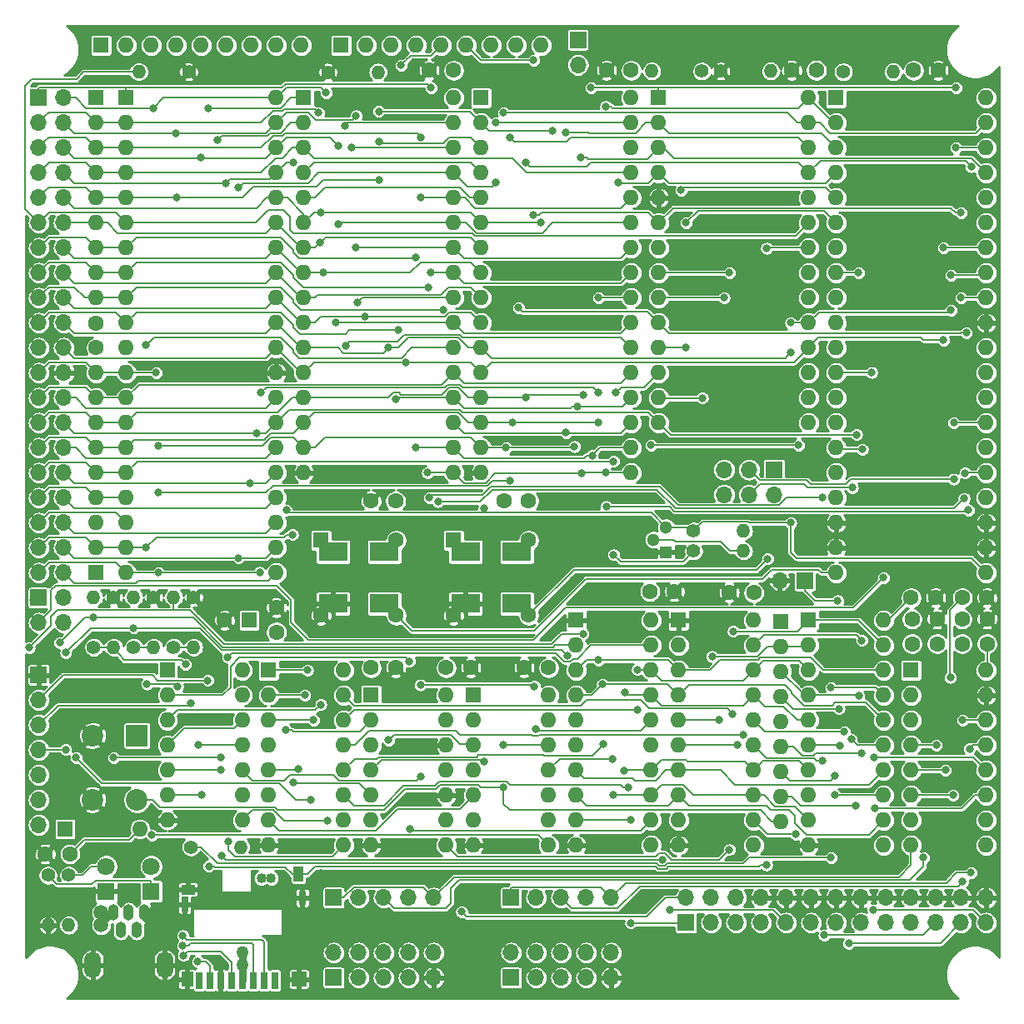
<source format=gtl>
G04 #@! TF.GenerationSoftware,KiCad,Pcbnew,(5.1.4)-1*
G04 #@! TF.CreationDate,2022-11-23T08:34:28+01:00*
G04 #@! TF.ProjectId,2063-Z80,32303633-2d5a-4383-902e-6b696361645f,4.3*
G04 #@! TF.SameCoordinates,Original*
G04 #@! TF.FileFunction,Copper,L1,Top*
G04 #@! TF.FilePolarity,Positive*
%FSLAX46Y46*%
G04 Gerber Fmt 4.6, Leading zero omitted, Abs format (unit mm)*
G04 Created by KiCad (PCBNEW (5.1.4)-1) date 2022-11-23 08:34:28*
%MOMM*%
%LPD*%
G04 APERTURE LIST*
%ADD10O,1.700000X1.700000*%
%ADD11R,1.700000X1.700000*%
%ADD12O,1.400000X1.400000*%
%ADD13C,1.400000*%
%ADD14R,1.600000X1.600000*%
%ADD15O,1.600000X1.600000*%
%ADD16R,3.000000X1.980000*%
%ADD17C,1.600000*%
%ADD18R,1.300000X1.300000*%
%ADD19C,1.300000*%
%ADD20O,1.700000X2.700000*%
%ADD21O,1.100000X1.650000*%
%ADD22C,1.800000*%
%ADD23R,1.800000X1.800000*%
%ADD24C,2.200000*%
%ADD25R,2.200000X2.200000*%
%ADD26R,1.000000X1.550000*%
%ADD27R,1.500000X1.500000*%
%ADD28R,0.700000X1.750000*%
%ADD29R,0.800000X1.400000*%
%ADD30R,1.450000X1.000000*%
%ADD31R,0.800000X1.500000*%
%ADD32R,1.300000X1.500000*%
%ADD33C,0.800000*%
%ADD34C,1.498600*%
%ADD35C,1.016000*%
%ADD36C,1.270000*%
%ADD37C,0.381000*%
%ADD38C,0.152400*%
%ADD39C,1.000000*%
%ADD40C,0.700000*%
%ADD41C,0.762000*%
%ADD42C,0.254000*%
G04 APERTURE END LIST*
D10*
X104394000Y-111252000D03*
X101854000Y-111252000D03*
X104394000Y-108712000D03*
D11*
X101854000Y-108712000D03*
D12*
X176240440Y-55191660D03*
D13*
X171160440Y-55191660D03*
D12*
X112024160Y-55267860D03*
D13*
X117104160Y-55267860D03*
D12*
X136321800Y-55305960D03*
D13*
X131241800Y-55305960D03*
D10*
X156641800Y-54556660D03*
D11*
X156641800Y-52016660D03*
D14*
X146044920Y-118618000D03*
D15*
X153664920Y-133858000D03*
X146044920Y-121158000D03*
X153664920Y-131318000D03*
X146044920Y-123698000D03*
X153664920Y-128778000D03*
X146044920Y-126238000D03*
X153664920Y-126238000D03*
X146044920Y-128778000D03*
X153664920Y-123698000D03*
X146044920Y-131318000D03*
X153664920Y-121158000D03*
X146044920Y-133858000D03*
X153664920Y-118618000D03*
D10*
X177165000Y-106959400D03*
D11*
X179705000Y-106959400D03*
D12*
X164152580Y-55194200D03*
D13*
X169232580Y-55194200D03*
D12*
X188696600Y-55270400D03*
D13*
X183616600Y-55270400D03*
D16*
X131766000Y-109310000D03*
X131766000Y-104050000D03*
X136966000Y-109310000D03*
X136966000Y-104050000D03*
D17*
X130556000Y-110490000D03*
X138176000Y-110490000D03*
X138176000Y-102870000D03*
D14*
X130556000Y-102870000D03*
D16*
X145228000Y-109310000D03*
X145228000Y-104050000D03*
X150428000Y-109310000D03*
X150428000Y-104050000D03*
D17*
X144018000Y-110490000D03*
X151638000Y-110490000D03*
X151638000Y-102870000D03*
D14*
X144018000Y-102870000D03*
D12*
X104902000Y-141986000D03*
D13*
X104902000Y-136906000D03*
D15*
X122555000Y-116078000D03*
X114935000Y-131318000D03*
X122555000Y-118618000D03*
X114935000Y-128778000D03*
X122555000Y-121158000D03*
X114935000Y-126238000D03*
X122555000Y-123698000D03*
X114935000Y-123698000D03*
X122555000Y-126238000D03*
X114935000Y-121158000D03*
X122555000Y-128778000D03*
X114935000Y-118618000D03*
X122555000Y-131318000D03*
D14*
X114935000Y-116078000D03*
D18*
X165608000Y-104089200D03*
D19*
X165608000Y-101549200D03*
X164338000Y-102809200D03*
D10*
X171488100Y-98234500D03*
X171488100Y-95694500D03*
X174028100Y-98234500D03*
X174028100Y-95694500D03*
X176568100Y-98234500D03*
D11*
X176568100Y-95694500D03*
D17*
X126009400Y-109717200D03*
X126009400Y-112217200D03*
X120740800Y-110998000D03*
D14*
X123240800Y-110998000D03*
D10*
X101854000Y-131800600D03*
X101854000Y-129260600D03*
X101854000Y-126720600D03*
X101854000Y-124180600D03*
X101854000Y-121640600D03*
X101854000Y-119100600D03*
D11*
X101854000Y-116560600D03*
D14*
X135636000Y-118618000D03*
D15*
X143256000Y-133858000D03*
X135636000Y-121158000D03*
X143256000Y-131318000D03*
X135636000Y-123698000D03*
X143256000Y-128778000D03*
X135636000Y-126238000D03*
X143256000Y-126238000D03*
X135636000Y-128778000D03*
X143256000Y-123698000D03*
X135636000Y-131318000D03*
X143256000Y-121158000D03*
X135636000Y-133858000D03*
X143256000Y-118618000D03*
X144018000Y-57912000D03*
X128778000Y-96012000D03*
X144018000Y-60452000D03*
X128778000Y-93472000D03*
X144018000Y-62992000D03*
X128778000Y-90932000D03*
X144018000Y-65532000D03*
X128778000Y-88392000D03*
X144018000Y-68072000D03*
X128778000Y-85852000D03*
X144018000Y-70612000D03*
X128778000Y-83312000D03*
X144018000Y-73152000D03*
X128778000Y-80772000D03*
X144018000Y-75692000D03*
X128778000Y-78232000D03*
X144018000Y-78232000D03*
X128778000Y-75692000D03*
X144018000Y-80772000D03*
X128778000Y-73152000D03*
X144018000Y-83312000D03*
X128778000Y-70612000D03*
X144018000Y-85852000D03*
X128778000Y-68072000D03*
X144018000Y-88392000D03*
X128778000Y-65532000D03*
X144018000Y-90932000D03*
X128778000Y-62992000D03*
X144018000Y-93472000D03*
X128778000Y-60452000D03*
X144018000Y-96012000D03*
D14*
X128778000Y-57912000D03*
D12*
X173482000Y-103962200D03*
D13*
X168402000Y-103962200D03*
D12*
X173482000Y-101930200D03*
D13*
X168402000Y-101930200D03*
D17*
X135625200Y-98882200D03*
X138125200Y-98882200D03*
D12*
X102793800Y-141986000D03*
D13*
X102793800Y-136906000D03*
D12*
X122402600Y-134035800D03*
D13*
X117322600Y-134035800D03*
D12*
X115570000Y-108661200D03*
D13*
X115570000Y-113741200D03*
D12*
X111506000Y-108661200D03*
D13*
X111506000Y-113741200D03*
D12*
X117602000Y-113741200D03*
D13*
X117602000Y-108661200D03*
D12*
X113538000Y-113741200D03*
D13*
X113538000Y-108661200D03*
D12*
X109474000Y-113741200D03*
D13*
X109474000Y-108661200D03*
D12*
X107442000Y-108661200D03*
D13*
X107442000Y-113741200D03*
D15*
X128524000Y-52578000D03*
X125984000Y-52578000D03*
X123444000Y-52578000D03*
X120904000Y-52578000D03*
X118364000Y-52578000D03*
X115824000Y-52578000D03*
X113284000Y-52578000D03*
X110744000Y-52578000D03*
D14*
X108204000Y-52578000D03*
D15*
X107696000Y-78232000D03*
X107696000Y-75692000D03*
X107696000Y-73152000D03*
X107696000Y-70612000D03*
X107696000Y-68072000D03*
X107696000Y-65532000D03*
X107696000Y-62992000D03*
X107696000Y-60452000D03*
D14*
X107696000Y-57912000D03*
D15*
X107696000Y-85852000D03*
X107696000Y-88392000D03*
X107696000Y-90932000D03*
X107696000Y-93472000D03*
X107696000Y-96012000D03*
X107696000Y-98552000D03*
X107696000Y-101092000D03*
X107696000Y-103632000D03*
D14*
X107696000Y-106172000D03*
D15*
X198120000Y-116078000D03*
X190500000Y-133858000D03*
X198120000Y-118618000D03*
X190500000Y-131318000D03*
X198120000Y-121158000D03*
X190500000Y-128778000D03*
X198120000Y-123698000D03*
X190500000Y-126238000D03*
X198120000Y-126238000D03*
X190500000Y-123698000D03*
X198120000Y-128778000D03*
X190500000Y-121158000D03*
X198120000Y-131318000D03*
X190500000Y-118618000D03*
X198120000Y-133858000D03*
D14*
X190500000Y-116078000D03*
X104521000Y-132207000D03*
D15*
X112141000Y-132207000D03*
X162052000Y-57912000D03*
X146812000Y-96012000D03*
X162052000Y-60452000D03*
X146812000Y-93472000D03*
X162052000Y-62992000D03*
X146812000Y-90932000D03*
X162052000Y-65532000D03*
X146812000Y-88392000D03*
X162052000Y-68072000D03*
X146812000Y-85852000D03*
X162052000Y-70612000D03*
X146812000Y-83312000D03*
X162052000Y-73152000D03*
X146812000Y-80772000D03*
X162052000Y-75692000D03*
X146812000Y-78232000D03*
X162052000Y-78232000D03*
X146812000Y-75692000D03*
X162052000Y-80772000D03*
X146812000Y-73152000D03*
X162052000Y-83312000D03*
X146812000Y-70612000D03*
X162052000Y-85852000D03*
X146812000Y-68072000D03*
X162052000Y-88392000D03*
X146812000Y-65532000D03*
X162052000Y-90932000D03*
X146812000Y-62992000D03*
X162052000Y-93472000D03*
X146812000Y-60452000D03*
X162052000Y-96012000D03*
D14*
X146812000Y-57912000D03*
D10*
X141986000Y-139192000D03*
X139446000Y-139192000D03*
X136906000Y-139192000D03*
X134366000Y-139192000D03*
D11*
X131826000Y-139192000D03*
D10*
X160020000Y-139192000D03*
X157480000Y-139192000D03*
X154940000Y-139192000D03*
X152400000Y-139192000D03*
D11*
X149860000Y-139192000D03*
D10*
X141986000Y-144780000D03*
X141986000Y-147320000D03*
X139446000Y-144780000D03*
X139446000Y-147320000D03*
X136906000Y-144780000D03*
X136906000Y-147320000D03*
X134366000Y-144780000D03*
X134366000Y-147320000D03*
X131826000Y-144780000D03*
D11*
X131826000Y-147320000D03*
D10*
X160020000Y-144780000D03*
X160020000Y-147320000D03*
X157480000Y-144780000D03*
X157480000Y-147320000D03*
X154940000Y-144780000D03*
X154940000Y-147320000D03*
X152400000Y-144780000D03*
X152400000Y-147320000D03*
X149860000Y-144780000D03*
D11*
X149860000Y-147320000D03*
D15*
X177292000Y-131419600D03*
X177292000Y-128879600D03*
X177292000Y-126339600D03*
X177292000Y-123799600D03*
X177292000Y-121259600D03*
X177292000Y-118719600D03*
X177292000Y-116179600D03*
X177292000Y-113639600D03*
D14*
X177292000Y-111099600D03*
D17*
X149138000Y-98882200D03*
X151638000Y-98882200D03*
D15*
X125984000Y-57912000D03*
X110744000Y-106172000D03*
X125984000Y-60452000D03*
X110744000Y-103632000D03*
X125984000Y-62992000D03*
X110744000Y-101092000D03*
X125984000Y-65532000D03*
X110744000Y-98552000D03*
X125984000Y-68072000D03*
X110744000Y-96012000D03*
X125984000Y-70612000D03*
X110744000Y-93472000D03*
X125984000Y-73152000D03*
X110744000Y-90932000D03*
X125984000Y-75692000D03*
X110744000Y-88392000D03*
X125984000Y-78232000D03*
X110744000Y-85852000D03*
X125984000Y-80772000D03*
X110744000Y-83312000D03*
X125984000Y-83312000D03*
X110744000Y-80772000D03*
X125984000Y-85852000D03*
X110744000Y-78232000D03*
X125984000Y-88392000D03*
X110744000Y-75692000D03*
X125984000Y-90932000D03*
X110744000Y-73152000D03*
X125984000Y-93472000D03*
X110744000Y-70612000D03*
X125984000Y-96012000D03*
X110744000Y-68072000D03*
X125984000Y-98552000D03*
X110744000Y-65532000D03*
X125984000Y-101092000D03*
X110744000Y-62992000D03*
X125984000Y-103632000D03*
X110744000Y-60452000D03*
X125984000Y-106172000D03*
D14*
X110744000Y-57912000D03*
D15*
X198120000Y-57912000D03*
X182880000Y-106172000D03*
X198120000Y-60452000D03*
X182880000Y-103632000D03*
X198120000Y-62992000D03*
X182880000Y-101092000D03*
X198120000Y-65532000D03*
X182880000Y-98552000D03*
X198120000Y-68072000D03*
X182880000Y-96012000D03*
X198120000Y-70612000D03*
X182880000Y-93472000D03*
X198120000Y-73152000D03*
X182880000Y-90932000D03*
X198120000Y-75692000D03*
X182880000Y-88392000D03*
X198120000Y-78232000D03*
X182880000Y-85852000D03*
X198120000Y-80772000D03*
X182880000Y-83312000D03*
X198120000Y-83312000D03*
X182880000Y-80772000D03*
X198120000Y-85852000D03*
X182880000Y-78232000D03*
X198120000Y-88392000D03*
X182880000Y-75692000D03*
X198120000Y-90932000D03*
X182880000Y-73152000D03*
X198120000Y-93472000D03*
X182880000Y-70612000D03*
X198120000Y-96012000D03*
X182880000Y-68072000D03*
X198120000Y-98552000D03*
X182880000Y-65532000D03*
X198120000Y-101092000D03*
X182880000Y-62992000D03*
X198120000Y-103632000D03*
X182880000Y-60452000D03*
X198120000Y-106172000D03*
D14*
X182880000Y-57912000D03*
D10*
X198120000Y-139192000D03*
X198120000Y-141732000D03*
X195580000Y-139192000D03*
X195580000Y-141732000D03*
X193040000Y-139192000D03*
X193040000Y-141732000D03*
X190500000Y-139192000D03*
X190500000Y-141732000D03*
X187960000Y-139192000D03*
X187960000Y-141732000D03*
X185420000Y-139192000D03*
X185420000Y-141732000D03*
X182880000Y-139192000D03*
X182880000Y-141732000D03*
X180340000Y-139192000D03*
X180340000Y-141732000D03*
X177800000Y-139192000D03*
X177800000Y-141732000D03*
X175260000Y-139192000D03*
X175260000Y-141732000D03*
X172720000Y-139192000D03*
X172720000Y-141732000D03*
X170180000Y-139192000D03*
X170180000Y-141732000D03*
X167640000Y-139192000D03*
D11*
X167640000Y-141732000D03*
D15*
X152908000Y-52578000D03*
X150368000Y-52578000D03*
X147828000Y-52578000D03*
X145288000Y-52578000D03*
X142748000Y-52578000D03*
X140208000Y-52578000D03*
X137668000Y-52578000D03*
X135128000Y-52578000D03*
D14*
X132588000Y-52578000D03*
D20*
X114648000Y-146020000D03*
X107348000Y-146020000D03*
D21*
X111798000Y-142445000D03*
X110198000Y-142445000D03*
X112598000Y-140695000D03*
X109398000Y-140695000D03*
X110998000Y-140695000D03*
D10*
X104394000Y-106172000D03*
X101854000Y-106172000D03*
X104394000Y-103632000D03*
X101854000Y-103632000D03*
X104394000Y-101092000D03*
X101854000Y-101092000D03*
X104394000Y-98552000D03*
X101854000Y-98552000D03*
X104394000Y-96012000D03*
X101854000Y-96012000D03*
X104394000Y-93472000D03*
X101854000Y-93472000D03*
X104394000Y-90932000D03*
X101854000Y-90932000D03*
X104394000Y-88392000D03*
X101854000Y-88392000D03*
X104394000Y-85852000D03*
X101854000Y-85852000D03*
X104394000Y-83312000D03*
X101854000Y-83312000D03*
X104394000Y-80772000D03*
X101854000Y-80772000D03*
X104394000Y-78232000D03*
X101854000Y-78232000D03*
X104394000Y-75692000D03*
X101854000Y-75692000D03*
X104394000Y-73152000D03*
X101854000Y-73152000D03*
X104394000Y-70612000D03*
X101854000Y-70612000D03*
X104394000Y-68072000D03*
X101854000Y-68072000D03*
X104394000Y-65532000D03*
X101854000Y-65532000D03*
X104394000Y-62992000D03*
X101854000Y-62992000D03*
X104394000Y-60452000D03*
X101854000Y-60452000D03*
X104394000Y-57912000D03*
D11*
X101854000Y-57912000D03*
D22*
X108712000Y-136017000D03*
D23*
X108712000Y-138557000D03*
D22*
X113284000Y-136017000D03*
D23*
X113284000Y-138557000D03*
D24*
X107336200Y-122732800D03*
X107336200Y-129232800D03*
X111836200Y-129232800D03*
D25*
X111836200Y-122732800D03*
D17*
X102529000Y-134747000D03*
X105029000Y-134747000D03*
D15*
X180086000Y-57912000D03*
X164846000Y-90932000D03*
X180086000Y-60452000D03*
X164846000Y-88392000D03*
X180086000Y-62992000D03*
X164846000Y-85852000D03*
X180086000Y-65532000D03*
X164846000Y-83312000D03*
X180086000Y-68072000D03*
X164846000Y-80772000D03*
X180086000Y-70612000D03*
X164846000Y-78232000D03*
X180086000Y-73152000D03*
X164846000Y-75692000D03*
X180086000Y-75692000D03*
X164846000Y-73152000D03*
X180086000Y-78232000D03*
X164846000Y-70612000D03*
X180086000Y-80772000D03*
X164846000Y-68072000D03*
X180086000Y-83312000D03*
X164846000Y-65532000D03*
X180086000Y-85852000D03*
X164846000Y-62992000D03*
X180086000Y-88392000D03*
X164846000Y-60452000D03*
X180086000Y-90932000D03*
D14*
X164846000Y-57912000D03*
X166878000Y-110998000D03*
D15*
X174498000Y-133858000D03*
X166878000Y-113538000D03*
X174498000Y-131318000D03*
X166878000Y-116078000D03*
X174498000Y-128778000D03*
X166878000Y-118618000D03*
X174498000Y-126238000D03*
X166878000Y-121158000D03*
X174498000Y-123698000D03*
X166878000Y-123698000D03*
X174498000Y-121158000D03*
X166878000Y-126238000D03*
X174498000Y-118618000D03*
X166878000Y-128778000D03*
X174498000Y-116078000D03*
X166878000Y-131318000D03*
X174498000Y-113538000D03*
X166878000Y-133858000D03*
X174498000Y-110998000D03*
D17*
X163957000Y-108077000D03*
X166457000Y-108077000D03*
X159552000Y-55118000D03*
X162052000Y-55118000D03*
X178381020Y-55107840D03*
X180881020Y-55107840D03*
X193254000Y-55118000D03*
X190754000Y-55118000D03*
D26*
X128257000Y-136790000D03*
D27*
X128307000Y-147465000D03*
D28*
X125857000Y-147590000D03*
X124757000Y-147590000D03*
X123657000Y-147590000D03*
X122557000Y-147590000D03*
X121457000Y-147590000D03*
X120357000Y-147590000D03*
X119257000Y-147590000D03*
D29*
X128657000Y-139215000D03*
D30*
X117032000Y-138365000D03*
D31*
X116707000Y-139865000D03*
D32*
X116957000Y-147465000D03*
D28*
X118157000Y-147590000D03*
D17*
X198207000Y-108712000D03*
X195707000Y-108712000D03*
X193141600Y-110883700D03*
X193141600Y-113383700D03*
X141518000Y-55118000D03*
X144018000Y-55118000D03*
X107696000Y-80812000D03*
X107696000Y-83312000D03*
X198221600Y-110883700D03*
X198221600Y-113383700D03*
X153670000Y-115824000D03*
X151170000Y-115824000D03*
X143256000Y-115824000D03*
X145756000Y-115824000D03*
X135636000Y-115824000D03*
X138136000Y-115824000D03*
X190500000Y-108712000D03*
X193000000Y-108712000D03*
X174518320Y-108201460D03*
X172018320Y-108201460D03*
X190601600Y-110883700D03*
X190601600Y-113383700D03*
X195681600Y-110883700D03*
X195681600Y-113383700D03*
D14*
X180086000Y-110998000D03*
D15*
X187706000Y-133858000D03*
X180086000Y-113538000D03*
X187706000Y-131318000D03*
X180086000Y-116078000D03*
X187706000Y-128778000D03*
X180086000Y-118618000D03*
X187706000Y-126238000D03*
X180086000Y-121158000D03*
X187706000Y-123698000D03*
X180086000Y-123698000D03*
X187706000Y-121158000D03*
X180086000Y-126238000D03*
X187706000Y-118618000D03*
X180086000Y-128778000D03*
X187706000Y-116078000D03*
X180086000Y-131318000D03*
X187706000Y-113538000D03*
X180086000Y-133858000D03*
X187706000Y-110998000D03*
D14*
X156464000Y-110998000D03*
D15*
X164084000Y-133858000D03*
X156464000Y-113538000D03*
X164084000Y-131318000D03*
X156464000Y-116078000D03*
X164084000Y-128778000D03*
X156464000Y-118618000D03*
X164084000Y-126238000D03*
X156464000Y-121158000D03*
X164084000Y-123698000D03*
X156464000Y-123698000D03*
X164084000Y-121158000D03*
X156464000Y-126238000D03*
X164084000Y-118618000D03*
X156464000Y-128778000D03*
X164084000Y-116078000D03*
X156464000Y-131318000D03*
X164084000Y-113538000D03*
X156464000Y-133858000D03*
X164084000Y-110998000D03*
D14*
X125222000Y-116078000D03*
D15*
X132842000Y-133858000D03*
X125222000Y-118618000D03*
X132842000Y-131318000D03*
X125222000Y-121158000D03*
X132842000Y-128778000D03*
X125222000Y-123698000D03*
X132842000Y-126238000D03*
X125222000Y-126238000D03*
X132842000Y-123698000D03*
X125222000Y-128778000D03*
X132842000Y-121158000D03*
X125222000Y-131318000D03*
X132842000Y-118618000D03*
X125222000Y-133858000D03*
X132842000Y-116078000D03*
D33*
X120345200Y-148945600D03*
D34*
X113792000Y-141986000D03*
X113792000Y-140716000D03*
D33*
X120237963Y-146272952D03*
X156210000Y-106883200D03*
X179628800Y-102565200D03*
X170815000Y-104114600D03*
X139852400Y-98831400D03*
X159893000Y-98475800D03*
X177266600Y-136398000D03*
X163626800Y-139014200D03*
X146202400Y-138734800D03*
X143179800Y-136779000D03*
X130810000Y-142036800D03*
X130505200Y-136728200D03*
X178607720Y-70586600D03*
X177350420Y-102616000D03*
X178452780Y-86288880D03*
X184414160Y-106098340D03*
X193979800Y-126238000D03*
X193065400Y-123698000D03*
X194767200Y-128778000D03*
X194487800Y-116814600D03*
D34*
X108204000Y-141986000D03*
X108204000Y-140716000D03*
D35*
X124485400Y-137210800D03*
X125476000Y-137210800D03*
D33*
X113525399Y-58940601D03*
X131064000Y-57404000D03*
X132080002Y-80772000D03*
X150622000Y-79248000D03*
X114046000Y-98044000D03*
X114046000Y-106172000D03*
X124326610Y-106141711D03*
X196113389Y-81788000D03*
X149759227Y-96780390D03*
X115811399Y-61480601D03*
X134112000Y-73152000D03*
X134112000Y-59740804D03*
X112776000Y-83058000D03*
X112776000Y-103632000D03*
X127762000Y-127508000D03*
X127641211Y-102307559D03*
X118364000Y-64008000D03*
X132314990Y-70705847D03*
X132314990Y-62809162D03*
X120891399Y-66560601D03*
X127762000Y-64450078D03*
X128270000Y-126117390D03*
X152908000Y-70612000D03*
X130556000Y-69596000D03*
X129794000Y-121158000D03*
X167132000Y-67310000D03*
X160528000Y-87884000D03*
X160261391Y-94855944D03*
X130435211Y-72644000D03*
X128898610Y-118618000D03*
X149739390Y-61976000D03*
X149993390Y-90932000D03*
X158750000Y-90932000D03*
X159137390Y-117501343D03*
X130740022Y-75692000D03*
X129165390Y-116078000D03*
X196614756Y-64915746D03*
X151384000Y-64516000D03*
X151384000Y-88392000D03*
X157226000Y-88138000D03*
X158730833Y-115062132D03*
X160782000Y-66548000D03*
X162680610Y-116023754D03*
X135007398Y-80130602D03*
X113792000Y-85852000D03*
X114021098Y-93300611D03*
X149098000Y-59436000D03*
X149352000Y-93472000D03*
X156286200Y-93345000D03*
X194564000Y-79502000D03*
X194564000Y-75946000D03*
X137414000Y-83312000D03*
X178269900Y-80771998D03*
X178282600Y-83820000D03*
X193802000Y-82550000D03*
X193802000Y-73152000D03*
X139192000Y-84836000D03*
X156971993Y-64007993D03*
X138684000Y-54610000D03*
X138176000Y-88512610D03*
X156597390Y-89274789D03*
X138430000Y-81534000D03*
X161461421Y-118332071D03*
X155448000Y-61468000D03*
X155448000Y-91948000D03*
X142939339Y-79439330D03*
X161328457Y-126276457D03*
X159474913Y-58794789D03*
X141478000Y-77216000D03*
X141357390Y-96012000D03*
X159461200Y-96012000D03*
X157048200Y-96062802D03*
X185166000Y-75692000D03*
X123964601Y-91960601D03*
X184968067Y-92131078D03*
X195072000Y-56896000D03*
X195072000Y-62992000D03*
X157988000Y-56896000D03*
X140208000Y-74168000D03*
X140208000Y-93472000D03*
X158092871Y-94258124D03*
X160274000Y-128778000D03*
X127012601Y-99809399D03*
X147116800Y-99593400D03*
X178282600Y-101092000D03*
X136423400Y-66268600D03*
X136448800Y-62363390D03*
X115849400Y-68072000D03*
X140716000Y-68072000D03*
X140716318Y-61906190D03*
X148336000Y-66548000D03*
X122174000Y-67056000D03*
X122161399Y-104660601D03*
X148336000Y-60452000D03*
X130289399Y-59423399D03*
X195580000Y-69596000D03*
X195580000Y-78232000D03*
X152146000Y-69850000D03*
X152146000Y-54102000D03*
X124460000Y-87884000D03*
X158750000Y-87884000D03*
X158750000Y-78232000D03*
X127000000Y-122173994D03*
X141732000Y-56896000D03*
X141732000Y-75692000D03*
D36*
X122555000Y-146050000D03*
X122520553Y-144741910D03*
D33*
X123335991Y-97040601D03*
X134239000Y-78740000D03*
X133038810Y-83072793D03*
X137414000Y-123189980D03*
X147078601Y-125342610D03*
X161975801Y-131318000D03*
X162001200Y-141757400D03*
X144830800Y-140614400D03*
X178790600Y-132740400D03*
X171018200Y-121158002D03*
X181480762Y-125291810D03*
X172840610Y-123679612D03*
X183730900Y-122326400D03*
X165989000Y-140462000D03*
X185502590Y-113046381D03*
X185446431Y-124498692D03*
X170288009Y-114681000D03*
X186639200Y-140436600D03*
X185197779Y-118694200D03*
X184175400Y-143840200D03*
X183280010Y-123737318D03*
X183178410Y-119985542D03*
X181660800Y-143002000D03*
X182372000Y-135128000D03*
X182372000Y-117856000D03*
X118022599Y-145683199D03*
X117322600Y-119430800D03*
X196596000Y-136652000D03*
X196443600Y-124053600D03*
X195732400Y-121158000D03*
X195732400Y-137541002D03*
X191770000Y-135128000D03*
X185547000Y-93624400D03*
X186817000Y-130124200D03*
X184531000Y-97536000D03*
X186486800Y-85826600D03*
X186759810Y-124942600D03*
X194843400Y-90932000D03*
X194835780Y-96664780D03*
X167640000Y-70612000D03*
X167640000Y-83312000D03*
X187706000Y-106680000D03*
X184861200Y-129819400D03*
X175815489Y-135864611D03*
X119036999Y-117106599D03*
X119136197Y-135990350D03*
X184440366Y-123100343D03*
X116763800Y-115468400D03*
X116490790Y-144077501D03*
X112852200Y-117475000D03*
X115959542Y-117735203D03*
X116561649Y-145069939D03*
X161798000Y-128016000D03*
X164084000Y-93218000D03*
X179070000Y-93218000D03*
X172034200Y-134315200D03*
X181483000Y-98526600D03*
X141554200Y-98552000D03*
X196342000Y-99822000D03*
X159258000Y-123571000D03*
X159537400Y-99447390D03*
X162680610Y-120122237D03*
X173456600Y-122656600D03*
X172364400Y-120497600D03*
X172427803Y-112128201D03*
X175818800Y-73190100D03*
X175920400Y-104749600D03*
X160147000Y-125094980D03*
X160274000Y-104343200D03*
X113360200Y-132842000D03*
X165201600Y-135305800D03*
X120396000Y-126238000D03*
X120408601Y-134886601D03*
X140639800Y-126873000D03*
X140639800Y-117576600D03*
X152222200Y-117703600D03*
X152349200Y-122072400D03*
X107442000Y-110744000D03*
X103987396Y-113284000D03*
X155575000Y-114604800D03*
X111506000Y-111785400D03*
X104597200Y-124129800D03*
X104597198Y-114300000D03*
X149098000Y-123698000D03*
X149098000Y-128016000D03*
X172046900Y-75692000D03*
X171500800Y-78232000D03*
X139522200Y-115163600D03*
X139547600Y-132181600D03*
X121056400Y-114757200D03*
X132943600Y-60782200D03*
X130530600Y-119557800D03*
X133629400Y-62992000D03*
X131216400Y-131343400D03*
X120015000Y-62230000D03*
X118370390Y-128778000D03*
X119100600Y-58978800D03*
X118059200Y-123698004D03*
X116490788Y-143049936D03*
X157170714Y-112384940D03*
X100888800Y-113792000D03*
X169291000Y-88417400D03*
X182797951Y-128777018D03*
X182797532Y-126822200D03*
X183032400Y-109016800D03*
X142443200Y-98933000D03*
X195983860Y-96019620D03*
X195892420Y-98615500D03*
X136408160Y-59283600D03*
X154028039Y-61251999D03*
X121158000Y-133457999D03*
X120396000Y-124968000D03*
X109474000Y-124968000D03*
X101320600Y-108889800D03*
X129540000Y-129286000D03*
X105664000Y-124968000D03*
D37*
X120357000Y-147590000D02*
X120357000Y-146112600D01*
X120357000Y-147590000D02*
X120357000Y-148959200D01*
D38*
X120237963Y-146231637D02*
X120237963Y-146272952D01*
X120357000Y-146112600D02*
X120237963Y-146231637D01*
X145355000Y-109259200D02*
X145248800Y-109259200D01*
X131685200Y-109360800D02*
X130556000Y-110490000D01*
X131766000Y-109360800D02*
X131685200Y-109360800D01*
D39*
X112598000Y-140970000D02*
X113157000Y-141529000D01*
X113157000Y-141529000D02*
X113157000Y-142900400D01*
D38*
X190500000Y-126238000D02*
X193979800Y-126238000D01*
X190500000Y-123698000D02*
X193065400Y-123698000D01*
X190500000Y-128778000D02*
X194767200Y-128778000D01*
X194462400Y-116789200D02*
X194487800Y-116814600D01*
X194462400Y-109956600D02*
X194462400Y-116789200D01*
X195707000Y-108712000D02*
X194462400Y-109956600D01*
X188214000Y-110998000D02*
X187706000Y-110998000D01*
X190500000Y-108712000D02*
X188214000Y-110998000D01*
X198221600Y-115976400D02*
X198120000Y-116078000D01*
X198221600Y-113383700D02*
X198221600Y-115976400D01*
X150555000Y-103953000D02*
X150555000Y-103999200D01*
X151638000Y-102870000D02*
X150555000Y-103953000D01*
X136966000Y-104080000D02*
X136966000Y-104100800D01*
X138176000Y-102870000D02*
X136966000Y-104080000D01*
D40*
X109220000Y-140970000D02*
X108204000Y-141986000D01*
X109398000Y-140970000D02*
X109220000Y-140970000D01*
D38*
X105596081Y-57912000D02*
X106624682Y-58940601D01*
X104394000Y-57912000D02*
X105596081Y-57912000D01*
X106624682Y-58940601D02*
X113525399Y-58940601D01*
X161252001Y-81571999D02*
X162052000Y-80772000D01*
X161023399Y-81800601D02*
X161252001Y-81571999D01*
X145046601Y-81800601D02*
X161023399Y-81800601D01*
X144018000Y-80772000D02*
X145046601Y-81800601D01*
X130543399Y-56883399D02*
X127012601Y-56883399D01*
X131064000Y-57404000D02*
X130543399Y-56883399D01*
X126783999Y-57112001D02*
X125984000Y-57912000D01*
X127012601Y-56883399D02*
X126783999Y-57112001D01*
X144018000Y-80772000D02*
X132080002Y-80772000D01*
X113525399Y-58940601D02*
X114554000Y-57912000D01*
X114554000Y-57912000D02*
X125984000Y-57912000D01*
X109944001Y-105372001D02*
X110744000Y-106172000D01*
X109665399Y-105093399D02*
X109944001Y-105372001D01*
X102932601Y-105093399D02*
X109665399Y-105093399D01*
X101854000Y-106172000D02*
X102932601Y-105093399D01*
X164046001Y-79972001D02*
X164846000Y-80772000D01*
X163721999Y-79647999D02*
X164046001Y-79972001D01*
X151021999Y-79647999D02*
X163721999Y-79647999D01*
X150622000Y-79248000D02*
X151021999Y-79647999D01*
X114046000Y-106172000D02*
X110744000Y-106172000D01*
X124296321Y-106172000D02*
X124326610Y-106141711D01*
X114046000Y-106172000D02*
X124296321Y-106172000D01*
X165874601Y-81800601D02*
X195535103Y-81800601D01*
X195535103Y-81800601D02*
X195547704Y-81788000D01*
X195547704Y-81788000D02*
X196113389Y-81788000D01*
X164846000Y-80772000D02*
X165874601Y-81800601D01*
X147997007Y-96780390D02*
X149759227Y-96780390D01*
X147419758Y-97357639D02*
X147997007Y-96780390D01*
X125656031Y-97357639D02*
X147419758Y-97357639D01*
X114046000Y-98044000D02*
X124969670Y-98044000D01*
X124969670Y-98044000D02*
X125656031Y-97357639D01*
X125984000Y-60452000D02*
X124955399Y-61480601D01*
X124955399Y-61480601D02*
X105422601Y-61480601D01*
X105422601Y-61480601D02*
X105243999Y-61301999D01*
X105243999Y-61301999D02*
X104394000Y-60452000D01*
X144018000Y-73152000D02*
X134112000Y-73152000D01*
X161252001Y-73951999D02*
X162052000Y-73152000D01*
X161023399Y-74180601D02*
X161252001Y-73951999D01*
X145046601Y-74180601D02*
X161023399Y-74180601D01*
X144018000Y-73152000D02*
X145046601Y-74180601D01*
X133712001Y-60140803D02*
X134112000Y-59740804D01*
X129989133Y-60140803D02*
X133712001Y-60140803D01*
X129271729Y-59423399D02*
X129989133Y-60140803D01*
X127012601Y-59423399D02*
X129271729Y-59423399D01*
X125984000Y-60452000D02*
X127012601Y-59423399D01*
X110744000Y-103632000D02*
X107696000Y-103632000D01*
X106896001Y-102832001D02*
X107696000Y-103632000D01*
X106617399Y-102553399D02*
X106896001Y-102832001D01*
X102932601Y-102553399D02*
X106617399Y-102553399D01*
X101854000Y-103632000D02*
X102932601Y-102553399D01*
X112776000Y-103632000D02*
X110744000Y-103632000D01*
X139785670Y-83312000D02*
X138757069Y-84340601D01*
X113175999Y-82658001D02*
X112776000Y-83058000D01*
X144018000Y-83312000D02*
X139785670Y-83312000D01*
X126477729Y-82283399D02*
X113550601Y-82283399D01*
X138757069Y-84340601D02*
X128284271Y-84340601D01*
X127749399Y-83805729D02*
X127749399Y-83555069D01*
X128284271Y-84340601D02*
X127749399Y-83805729D01*
X127749399Y-83555069D02*
X126477729Y-82283399D01*
X113550601Y-82283399D02*
X113175999Y-82658001D01*
X113846973Y-102561027D02*
X126822058Y-102561027D01*
X112776000Y-103632000D02*
X113846973Y-102561027D01*
X126822058Y-102561027D02*
X127075526Y-102307559D01*
X127075526Y-102307559D02*
X127641211Y-102307559D01*
X127825412Y-127571412D02*
X134429412Y-127571412D01*
X127762000Y-127508000D02*
X127825412Y-127571412D01*
X134429412Y-127571412D02*
X135636000Y-128778000D01*
X105243999Y-63841999D02*
X104394000Y-62992000D01*
X105422601Y-64020601D02*
X105243999Y-63841999D01*
X124955399Y-64020601D02*
X105422601Y-64020601D01*
X125984000Y-62992000D02*
X124955399Y-64020601D01*
X132408837Y-70612000D02*
X132314990Y-70705847D01*
X125984000Y-62992000D02*
X127012601Y-61963399D01*
X144018000Y-70612000D02*
X132408837Y-70612000D01*
X127012601Y-61963399D02*
X131469227Y-61963399D01*
X131469227Y-61963399D02*
X132314990Y-62809162D01*
X154076400Y-70612000D02*
X162052000Y-70612000D01*
X146318270Y-71640601D02*
X153047799Y-71640601D01*
X153047799Y-71640601D02*
X154076400Y-70612000D01*
X145289669Y-70612000D02*
X146318270Y-71640601D01*
X144018000Y-70612000D02*
X145289669Y-70612000D01*
X104394000Y-65532000D02*
X105422601Y-66560601D01*
X105422601Y-66560601D02*
X120891399Y-66560601D01*
X120891399Y-66560601D02*
X121291398Y-66160602D01*
X121291398Y-66160602D02*
X125355398Y-66160602D01*
X125355398Y-66160602D02*
X125984000Y-65532000D01*
X125984000Y-65532000D02*
X127065922Y-64450078D01*
X127065922Y-64450078D02*
X127762000Y-64450078D01*
X128149390Y-126238000D02*
X128270000Y-126117390D01*
X125222000Y-126238000D02*
X128149390Y-126238000D01*
X129909370Y-68072000D02*
X130937971Y-67043399D01*
X128778000Y-68072000D02*
X129909370Y-68072000D01*
X144652029Y-67043399D02*
X145680630Y-68072000D01*
X145680630Y-68072000D02*
X146812000Y-68072000D01*
X130937971Y-67043399D02*
X144652029Y-67043399D01*
X146012001Y-69812001D02*
X146812000Y-70612000D01*
X145783399Y-69583399D02*
X146012001Y-69812001D01*
X128778000Y-70612000D02*
X129806601Y-69583399D01*
X146812000Y-70612000D02*
X152908000Y-70612000D01*
X128778000Y-69734630D02*
X128778000Y-70612000D01*
X125984000Y-68072000D02*
X127115370Y-68072000D01*
X127115370Y-68072000D02*
X128778000Y-69734630D01*
X130568601Y-69583399D02*
X130556000Y-69596000D01*
X129806601Y-69583399D02*
X130568601Y-69583399D01*
X130568601Y-69583399D02*
X145783399Y-69583399D01*
X129794000Y-121158000D02*
X125222000Y-121158000D01*
X125044200Y-68072000D02*
X125984000Y-68072000D01*
X124015599Y-69100601D02*
X125044200Y-68072000D01*
X105422601Y-69100601D02*
X124015599Y-69100601D01*
X104394000Y-68072000D02*
X105422601Y-69100601D01*
X106896001Y-95212001D02*
X107696000Y-96012000D01*
X106617399Y-94933399D02*
X106896001Y-95212001D01*
X102932601Y-94933399D02*
X106617399Y-94933399D01*
X101854000Y-96012000D02*
X102932601Y-94933399D01*
X107696000Y-96012000D02*
X110744000Y-96012000D01*
X167398601Y-67043399D02*
X167132000Y-67310000D01*
X181851399Y-67043399D02*
X167398601Y-67043399D01*
X182880000Y-68072000D02*
X181851399Y-67043399D01*
X163334601Y-87363399D02*
X164046001Y-86651999D01*
X161048601Y-87363399D02*
X163334601Y-87363399D01*
X164046001Y-86651999D02*
X164846000Y-85852000D01*
X160528000Y-87884000D02*
X161048601Y-87363399D01*
X159657259Y-94894391D02*
X159695706Y-94855944D01*
X159695706Y-94855944D02*
X160261391Y-94855944D01*
X110744000Y-96012000D02*
X111861609Y-94894391D01*
X111861609Y-94894391D02*
X159657259Y-94894391D01*
X105596081Y-70612000D02*
X107696000Y-70612000D01*
X104394000Y-70612000D02*
X105596081Y-70612000D01*
X125184001Y-71411999D02*
X125984000Y-70612000D01*
X124955399Y-71640601D02*
X125184001Y-71411999D01*
X109855971Y-71640601D02*
X124955399Y-71640601D01*
X108827370Y-70612000D02*
X109855971Y-71640601D01*
X107696000Y-70612000D02*
X108827370Y-70612000D01*
X128524000Y-73152000D02*
X128778000Y-73152000D01*
X125984000Y-70612000D02*
X128524000Y-73152000D01*
X125222000Y-118618000D02*
X125222000Y-118364000D01*
X128778000Y-73152000D02*
X129927211Y-73152000D01*
X146812000Y-73152000D02*
X145783399Y-72123399D01*
X130835210Y-72244001D02*
X130435211Y-72644000D01*
X145783399Y-72123399D02*
X130955812Y-72123399D01*
X130035212Y-73043999D02*
X130435211Y-72644000D01*
X129927211Y-73152000D02*
X130035212Y-73043999D01*
X130955812Y-72123399D02*
X130835210Y-72244001D01*
X125222000Y-118618000D02*
X128898610Y-118618000D01*
X109612630Y-93472000D02*
X107696000Y-93472000D01*
X110744000Y-93472000D02*
X109612630Y-93472000D01*
X106896001Y-92672001D02*
X107696000Y-93472000D01*
X106617399Y-92393399D02*
X106896001Y-92672001D01*
X102932601Y-92393399D02*
X106617399Y-92393399D01*
X101854000Y-93472000D02*
X102932601Y-92393399D01*
X111543999Y-92672001D02*
X124751999Y-92672001D01*
X110744000Y-93472000D02*
X111543999Y-92672001D01*
X127978001Y-91731999D02*
X128778000Y-90932000D01*
X127749399Y-91960601D02*
X127978001Y-91731999D01*
X125463399Y-91960601D02*
X127749399Y-91960601D01*
X124751999Y-92672001D02*
X125463399Y-91960601D01*
X144511730Y-89903399D02*
X145540331Y-90932000D01*
X145680630Y-90932000D02*
X146812000Y-90932000D01*
X128778000Y-90932000D02*
X129806601Y-89903399D01*
X145540331Y-90932000D02*
X145680630Y-90932000D01*
X129806601Y-89903399D02*
X144511730Y-89903399D01*
X180086000Y-62992000D02*
X179057399Y-61963399D01*
X155882933Y-61963399D02*
X155470333Y-62375999D01*
X179057399Y-61963399D02*
X155882933Y-61963399D01*
X150139389Y-62375999D02*
X149739390Y-61976000D01*
X155470333Y-62375999D02*
X150139389Y-62375999D01*
X146812000Y-90932000D02*
X149993390Y-90932000D01*
X149993390Y-90932000D02*
X158750000Y-90932000D01*
X156464000Y-118618000D02*
X158020733Y-118618000D01*
X158020733Y-118618000D02*
X159137390Y-117501343D01*
X166878000Y-118618000D02*
X165761343Y-117501343D01*
X165761343Y-117501343D02*
X159137390Y-117501343D01*
X182485408Y-119646601D02*
X182775068Y-119356941D01*
X177684129Y-117589399D02*
X178320601Y-118225871D01*
X182775068Y-119356941D02*
X185904941Y-119356941D01*
X179592271Y-119646601D02*
X182485408Y-119646601D01*
X166878000Y-118618000D02*
X167906601Y-117589399D01*
X186906001Y-120358001D02*
X187706000Y-121158000D01*
X178320601Y-118374931D02*
X179592271Y-119646601D01*
X167906601Y-117589399D02*
X177684129Y-117589399D01*
X178320601Y-118225871D02*
X178320601Y-118374931D01*
X185904941Y-119356941D02*
X186906001Y-120358001D01*
X125184001Y-73951999D02*
X125984000Y-73152000D01*
X124955399Y-74180601D02*
X125184001Y-73951999D01*
X105422601Y-74180601D02*
X124955399Y-74180601D01*
X104394000Y-73152000D02*
X105422601Y-74180601D01*
X128524000Y-75692000D02*
X128778000Y-75692000D01*
X125984000Y-73152000D02*
X128524000Y-75692000D01*
X128778000Y-75692000D02*
X130740022Y-75692000D01*
X131305707Y-75692000D02*
X130740022Y-75692000D01*
X146812000Y-75692000D02*
X145783399Y-74663399D01*
X139614332Y-75692000D02*
X131305707Y-75692000D01*
X140642933Y-74663399D02*
X139614332Y-75692000D01*
X145783399Y-74663399D02*
X140642933Y-74663399D01*
X125222000Y-116078000D02*
X129165390Y-116078000D01*
X168009370Y-116078000D02*
X166878000Y-116078000D01*
X187706000Y-116078000D02*
X181608330Y-116078000D01*
X180338330Y-114808000D02*
X175181396Y-114808000D01*
X181608330Y-116078000D02*
X180338330Y-114808000D01*
X175181396Y-114808000D02*
X174978196Y-115011200D01*
X170018130Y-116078000D02*
X168009370Y-116078000D01*
X171084930Y-115011200D02*
X170018130Y-116078000D01*
X174978196Y-115011200D02*
X171084930Y-115011200D01*
X106896001Y-90132001D02*
X107696000Y-90932000D01*
X106617399Y-89853399D02*
X106896001Y-90132001D01*
X102932601Y-89853399D02*
X106617399Y-89853399D01*
X101854000Y-90932000D02*
X102932601Y-89853399D01*
X108827370Y-90932000D02*
X110744000Y-90932000D01*
X107696000Y-90932000D02*
X108827370Y-90932000D01*
X196214757Y-64515747D02*
X196614756Y-64915746D01*
X180086000Y-65532000D02*
X181292588Y-64325412D01*
X181292588Y-64325412D02*
X196024422Y-64325412D01*
X196024422Y-64325412D02*
X196214757Y-64515747D01*
X151384000Y-88392000D02*
X146812000Y-88392000D01*
X180086000Y-65532000D02*
X179057399Y-64503399D01*
X179057399Y-64503399D02*
X157914933Y-64503399D01*
X157914933Y-64503399D02*
X157502333Y-64915999D01*
X157502333Y-64915999D02*
X151783999Y-64915999D01*
X151783999Y-64915999D02*
X151384000Y-64516000D01*
X111772601Y-89903399D02*
X126135231Y-89903399D01*
X110744000Y-90932000D02*
X111772601Y-89903399D01*
X127646630Y-88392000D02*
X128778000Y-88392000D01*
X126135231Y-89903399D02*
X127646630Y-88392000D01*
X151638000Y-88138000D02*
X151384000Y-88392000D01*
X157226000Y-88138000D02*
X151638000Y-88138000D01*
X144511729Y-87363399D02*
X145540330Y-88392000D01*
X143524271Y-87363399D02*
X144511729Y-87363399D01*
X142800480Y-88087190D02*
X143524271Y-87363399D01*
X138477729Y-87884009D02*
X138680910Y-88087190D01*
X137874271Y-87884009D02*
X138477729Y-87884009D01*
X145540330Y-88392000D02*
X146812000Y-88392000D01*
X138680910Y-88087190D02*
X142800480Y-88087190D01*
X137366280Y-88392000D02*
X137874271Y-87884009D01*
X128778000Y-88392000D02*
X137366280Y-88392000D01*
X157508706Y-115033294D02*
X157263999Y-115278001D01*
X165833294Y-115033294D02*
X157508706Y-115033294D01*
X157263999Y-115278001D02*
X156464000Y-116078000D01*
X166878000Y-116078000D02*
X165833294Y-115033294D01*
X125184001Y-76491999D02*
X125984000Y-75692000D01*
X124955399Y-76720601D02*
X125184001Y-76491999D01*
X105422601Y-76720601D02*
X124955399Y-76720601D01*
X104394000Y-75692000D02*
X105422601Y-76720601D01*
X128524000Y-78232000D02*
X128778000Y-78232000D01*
X125984000Y-75692000D02*
X128524000Y-78232000D01*
X143445667Y-77203399D02*
X145783399Y-77203399D01*
X128778000Y-78232000D02*
X129909370Y-78232000D01*
X142721877Y-77927189D02*
X143445667Y-77203399D01*
X130214181Y-77927189D02*
X142721877Y-77927189D01*
X145783399Y-77203399D02*
X146012001Y-77432001D01*
X129909370Y-78232000D02*
X130214181Y-77927189D01*
X146012001Y-77432001D02*
X146812000Y-78232000D01*
X175297999Y-115278001D02*
X174498000Y-116078000D01*
X175425001Y-115150999D02*
X175297999Y-115278001D01*
X179158999Y-115150999D02*
X175425001Y-115150999D01*
X180086000Y-116078000D02*
X179158999Y-115150999D01*
X164883999Y-116877999D02*
X164084000Y-116078000D01*
X165112601Y-117106601D02*
X164883999Y-116877999D01*
X173469399Y-117106601D02*
X165112601Y-117106601D01*
X174498000Y-116078000D02*
X173469399Y-117106601D01*
X110744000Y-88392000D02*
X107696000Y-88392000D01*
X106896001Y-87592001D02*
X107696000Y-88392000D01*
X106617399Y-87313399D02*
X106896001Y-87592001D01*
X102932601Y-87313399D02*
X106617399Y-87313399D01*
X101854000Y-88392000D02*
X102932601Y-87313399D01*
X161252001Y-86651999D02*
X162052000Y-85852000D01*
X161023399Y-86880601D02*
X161252001Y-86651999D01*
X145046601Y-86880601D02*
X161023399Y-86880601D01*
X144018000Y-85852000D02*
X145046601Y-86880601D01*
X182080001Y-66331999D02*
X182880000Y-65532000D01*
X181851399Y-66560601D02*
X182080001Y-66331999D01*
X165874601Y-66560601D02*
X181851399Y-66560601D01*
X164846000Y-65532000D02*
X165874601Y-66560601D01*
X160794601Y-66560601D02*
X160782000Y-66548000D01*
X163817399Y-66560601D02*
X160794601Y-66560601D01*
X164846000Y-65532000D02*
X163817399Y-66560601D01*
X143218001Y-86651999D02*
X144018000Y-85852000D01*
X142811411Y-87058589D02*
X143218001Y-86651999D01*
X112077411Y-87058589D02*
X142811411Y-87058589D01*
X110744000Y-88392000D02*
X112077411Y-87058589D01*
X162734856Y-116078000D02*
X162680610Y-116023754D01*
X164084000Y-116078000D02*
X162734856Y-116078000D01*
X125184001Y-79031999D02*
X125984000Y-78232000D01*
X124955399Y-79260601D02*
X125184001Y-79031999D01*
X105422601Y-79260601D02*
X124955399Y-79260601D01*
X104394000Y-78232000D02*
X105422601Y-79260601D01*
X128524000Y-80772000D02*
X128778000Y-80772000D01*
X125984000Y-78232000D02*
X128524000Y-80772000D01*
X130550768Y-80130602D02*
X143137061Y-80130609D01*
X128778000Y-80772000D02*
X129909370Y-80772000D01*
X129909370Y-80772000D02*
X130550768Y-80130602D01*
X143137061Y-80130609D02*
X143524271Y-79743399D01*
X146012001Y-79972001D02*
X146812000Y-80772000D01*
X145783399Y-79743399D02*
X146012001Y-79972001D01*
X143524271Y-79743399D02*
X145783399Y-79743399D01*
X106896001Y-85052001D02*
X107696000Y-85852000D01*
X106617399Y-84773399D02*
X106896001Y-85052001D01*
X102932601Y-84773399D02*
X106617399Y-84773399D01*
X101854000Y-85852000D02*
X102932601Y-84773399D01*
X110744000Y-85852000D02*
X107696000Y-85852000D01*
X146012001Y-92672001D02*
X146812000Y-93472000D01*
X145783399Y-92443399D02*
X146012001Y-92672001D01*
X130937971Y-92443399D02*
X145783399Y-92443399D01*
X129909370Y-93472000D02*
X130937971Y-92443399D01*
X128778000Y-93472000D02*
X129909370Y-93472000D01*
X110744000Y-85852000D02*
X113792000Y-85852000D01*
X125411667Y-92443399D02*
X124554455Y-93300611D01*
X127749399Y-92443399D02*
X125411667Y-92443399D01*
X128778000Y-93472000D02*
X127749399Y-92443399D01*
X114586783Y-93300611D02*
X114021098Y-93300611D01*
X124554455Y-93300611D02*
X114586783Y-93300611D01*
X197091399Y-61480601D02*
X197320001Y-61251999D01*
X182245971Y-61480601D02*
X197091399Y-61480601D01*
X197320001Y-61251999D02*
X198120000Y-60452000D01*
X181217370Y-60452000D02*
X182245971Y-61480601D01*
X180086000Y-60452000D02*
X181217370Y-60452000D01*
X177926029Y-59423399D02*
X149110601Y-59423399D01*
X178954630Y-60452000D02*
X177926029Y-59423399D01*
X180086000Y-60452000D02*
X178954630Y-60452000D01*
X149110601Y-59423399D02*
X149098000Y-59436000D01*
X149352000Y-93472000D02*
X146812000Y-93472000D01*
X162225986Y-127082587D02*
X162409999Y-127266601D01*
X165606330Y-126238000D02*
X165746630Y-126238000D01*
X156464000Y-126238000D02*
X157308587Y-127082587D01*
X164577729Y-127266601D02*
X165606330Y-126238000D01*
X165746630Y-126238000D02*
X166878000Y-126238000D01*
X157308587Y-127082587D02*
X162225986Y-127082587D01*
X162409999Y-127266601D02*
X164577729Y-127266601D01*
X149352000Y-93472000D02*
X156159200Y-93472000D01*
X156159200Y-93472000D02*
X156286200Y-93345000D01*
X186232800Y-127711200D02*
X186906001Y-127037999D01*
X172634332Y-127711200D02*
X186232800Y-127711200D01*
X186906001Y-127037999D02*
X187706000Y-126238000D01*
X171161132Y-126238000D02*
X172634332Y-127711200D01*
X166878000Y-126238000D02*
X171161132Y-126238000D01*
X125184001Y-81571999D02*
X125984000Y-80772000D01*
X124915399Y-81840601D02*
X125184001Y-81571999D01*
X105462601Y-81840601D02*
X124915399Y-81840601D01*
X104394000Y-80772000D02*
X105462601Y-81840601D01*
X128524000Y-83312000D02*
X128778000Y-83312000D01*
X125984000Y-80772000D02*
X128524000Y-83312000D01*
X181114601Y-79743399D02*
X194322601Y-79743399D01*
X194322601Y-79743399D02*
X194564000Y-79502000D01*
X180086000Y-80772000D02*
X181114601Y-79743399D01*
X197866000Y-75946000D02*
X198120000Y-75692000D01*
X194564000Y-75946000D02*
X197866000Y-75946000D01*
X137414000Y-83312000D02*
X138353066Y-83312000D01*
X138353066Y-83312000D02*
X139381667Y-82283399D01*
X145540331Y-83312000D02*
X145680630Y-83312000D01*
X139381667Y-82283399D02*
X144511730Y-82283399D01*
X144511730Y-82283399D02*
X145540331Y-83312000D01*
X145680630Y-83312000D02*
X146812000Y-83312000D01*
X132834600Y-83871649D02*
X136854351Y-83871649D01*
X136854351Y-83871649D02*
X137014001Y-83711999D01*
X132274951Y-83312000D02*
X132834600Y-83871649D01*
X137014001Y-83711999D02*
X137414000Y-83312000D01*
X128778000Y-83312000D02*
X132274951Y-83312000D01*
X180086000Y-80772000D02*
X178269902Y-80772000D01*
X178269902Y-80772000D02*
X178269900Y-80771998D01*
X177882601Y-84219999D02*
X178282600Y-83820000D01*
X146812000Y-83312000D02*
X147840601Y-84340601D01*
X147840601Y-84340601D02*
X177761999Y-84340601D01*
X177761999Y-84340601D02*
X177882601Y-84219999D01*
X125184001Y-84111999D02*
X125984000Y-83312000D01*
X124955399Y-84340601D02*
X125184001Y-84111999D01*
X105422601Y-84340601D02*
X124955399Y-84340601D01*
X104394000Y-83312000D02*
X105422601Y-84340601D01*
X146012001Y-85052001D02*
X146812000Y-85852000D01*
X145783399Y-84823399D02*
X146012001Y-85052001D01*
X129806601Y-84823399D02*
X145783399Y-84823399D01*
X128778000Y-85852000D02*
X129806601Y-84823399D01*
X125984000Y-83312000D02*
X128778000Y-86106000D01*
X193802000Y-73152000D02*
X198120000Y-73152000D01*
X191770000Y-82550000D02*
X193802000Y-82550000D01*
X183386330Y-82296000D02*
X191516000Y-82296000D01*
X183373729Y-82283399D02*
X183386330Y-82296000D01*
X182386271Y-82283399D02*
X183373729Y-82283399D01*
X182373670Y-82296000D02*
X182386271Y-82283399D01*
X181102000Y-82296000D02*
X182373670Y-82296000D01*
X191516000Y-82296000D02*
X191770000Y-82550000D01*
X180086000Y-83312000D02*
X181102000Y-82296000D01*
X179286001Y-84111999D02*
X180086000Y-83312000D01*
X178612800Y-84785200D02*
X179286001Y-84111999D01*
X147878800Y-84785200D02*
X178612800Y-84785200D01*
X146812000Y-85852000D02*
X147878800Y-84785200D01*
X173698001Y-119417999D02*
X174498000Y-118618000D01*
X173469399Y-119646601D02*
X173698001Y-119417999D01*
X165112601Y-119646601D02*
X173469399Y-119646601D01*
X164084000Y-118618000D02*
X165112601Y-119646601D01*
X175628201Y-119748201D02*
X177544831Y-119748201D01*
X177544831Y-119748201D02*
X178954630Y-121158000D01*
X174498000Y-118618000D02*
X175628201Y-119748201D01*
X178954630Y-121158000D02*
X180086000Y-121158000D01*
X109944001Y-79972001D02*
X110744000Y-80772000D01*
X109665399Y-79693399D02*
X109944001Y-79972001D01*
X102932601Y-79693399D02*
X109665399Y-79693399D01*
X101854000Y-80772000D02*
X102932601Y-79693399D01*
X164846000Y-62992000D02*
X165354000Y-62992000D01*
X166382601Y-64020601D02*
X196608601Y-64020601D01*
X165354000Y-62992000D02*
X166382601Y-64020601D01*
X196608601Y-64020601D02*
X197320001Y-64732001D01*
X197320001Y-64732001D02*
X198120000Y-65532000D01*
X164846000Y-62992000D02*
X163683973Y-64154027D01*
X163683973Y-64154027D02*
X157683712Y-64154027D01*
X157683712Y-64154027D02*
X157537678Y-64007993D01*
X157537678Y-64007993D02*
X156971993Y-64007993D01*
X139687399Y-53606601D02*
X139192000Y-54102000D01*
X139192000Y-54102000D02*
X138684000Y-54610000D01*
X141719399Y-53606601D02*
X139687399Y-53606601D01*
X142748000Y-52578000D02*
X141719399Y-53606601D01*
X144018000Y-88392000D02*
X138296610Y-88392000D01*
X138296610Y-88392000D02*
X138176000Y-88512610D01*
X144018000Y-88392000D02*
X145046601Y-89420601D01*
X155885893Y-89420601D02*
X156031705Y-89274789D01*
X156031705Y-89274789D02*
X156597390Y-89274789D01*
X162052000Y-88392000D02*
X161169211Y-89274789D01*
X145046601Y-89420601D02*
X155885893Y-89420601D01*
X161169211Y-89274789D02*
X156597390Y-89274789D01*
X133035669Y-81933999D02*
X133435668Y-81534000D01*
X127749399Y-81013399D02*
X127749399Y-81265729D01*
X111772601Y-79743399D02*
X126479399Y-79743399D01*
X127749399Y-81265729D02*
X128417669Y-81933999D01*
X110744000Y-80772000D02*
X111772601Y-79743399D01*
X126479399Y-79743399D02*
X127749399Y-81013399D01*
X133435668Y-81534000D02*
X137864315Y-81534000D01*
X128417669Y-81933999D02*
X133035669Y-81933999D01*
X137864315Y-81534000D02*
X138430000Y-81534000D01*
X164084000Y-118618000D02*
X161747350Y-118618000D01*
X161747350Y-118618000D02*
X161461421Y-118332071D01*
X175297999Y-125438001D02*
X174498000Y-126238000D01*
X179158999Y-125310999D02*
X175425001Y-125310999D01*
X180086000Y-126238000D02*
X179158999Y-125310999D01*
X175425001Y-125310999D02*
X175297999Y-125438001D01*
X174498000Y-126238000D02*
X173577201Y-125317201D01*
X167770071Y-125317201D02*
X167662269Y-125209399D01*
X173577201Y-125317201D02*
X167770071Y-125317201D01*
X167662269Y-125209399D02*
X165112601Y-125209399D01*
X165112601Y-125209399D02*
X164883999Y-125438001D01*
X164883999Y-125438001D02*
X164084000Y-126238000D01*
X109612630Y-78232000D02*
X107696000Y-78232000D01*
X110744000Y-78232000D02*
X109612630Y-78232000D01*
X102703999Y-77382001D02*
X101854000Y-78232000D01*
X105486029Y-77153399D02*
X102932601Y-77153399D01*
X106564630Y-78232000D02*
X105486029Y-77153399D01*
X102932601Y-77153399D02*
X102703999Y-77382001D01*
X107696000Y-78232000D02*
X106564630Y-78232000D01*
X161252001Y-91731999D02*
X162052000Y-90932000D01*
X161023399Y-91960601D02*
X161252001Y-91731999D01*
X145046601Y-91960601D02*
X161023399Y-91960601D01*
X144018000Y-90932000D02*
X145046601Y-91960601D01*
X182080001Y-62192001D02*
X182880000Y-62992000D01*
X181368601Y-61480601D02*
X182080001Y-62192001D01*
X165874601Y-61480601D02*
X181368601Y-61480601D01*
X164846000Y-60452000D02*
X165874601Y-61480601D01*
X163574330Y-60452000D02*
X162545729Y-61480601D01*
X162545729Y-61480601D02*
X157746601Y-61480601D01*
X164846000Y-60452000D02*
X163574330Y-60452000D01*
X157734000Y-61468000D02*
X155448000Y-61468000D01*
X157746601Y-61480601D02*
X157734000Y-61468000D01*
X126479399Y-77203399D02*
X127749399Y-78473399D01*
X127749399Y-78473399D02*
X127749399Y-78725729D01*
X142373654Y-79439330D02*
X142939339Y-79439330D01*
X127749399Y-78725729D02*
X128463001Y-79439331D01*
X111772601Y-77203399D02*
X126479399Y-77203399D01*
X110744000Y-78232000D02*
X111772601Y-77203399D01*
X128463001Y-79439331D02*
X142373654Y-79439330D01*
X161366914Y-126238000D02*
X161328457Y-126276457D01*
X164084000Y-126238000D02*
X161366914Y-126238000D01*
X157263999Y-129577999D02*
X156464000Y-128778000D01*
X157492601Y-129806601D02*
X157263999Y-129577999D01*
X165849399Y-129806601D02*
X157492601Y-129806601D01*
X166878000Y-128778000D02*
X165849399Y-129806601D01*
X109612630Y-75692000D02*
X107696000Y-75692000D01*
X110744000Y-75692000D02*
X109612630Y-75692000D01*
X102703999Y-74842001D02*
X101854000Y-75692000D01*
X102932601Y-74613399D02*
X102703999Y-74842001D01*
X106617399Y-74613399D02*
X102932601Y-74613399D01*
X107696000Y-75692000D02*
X106617399Y-74613399D01*
X182626000Y-60452000D02*
X182880000Y-60452000D01*
X180086000Y-57912000D02*
X182626000Y-60452000D01*
X180086000Y-57912000D02*
X179057399Y-58940601D01*
X160040598Y-58794789D02*
X159474913Y-58794789D01*
X160186410Y-58940601D02*
X160040598Y-58794789D01*
X179057399Y-58940601D02*
X160186410Y-58940601D01*
X128767069Y-77203399D02*
X140957399Y-77203399D01*
X127749399Y-76185729D02*
X128767069Y-77203399D01*
X127749399Y-75935069D02*
X127749399Y-76185729D01*
X110744000Y-75692000D02*
X111772601Y-74663399D01*
X111772601Y-74663399D02*
X126477729Y-74663399D01*
X126477729Y-74663399D02*
X127749399Y-75935069D01*
X140970000Y-77216000D02*
X141478000Y-77216000D01*
X140957399Y-77203399D02*
X140970000Y-77216000D01*
X144018000Y-96012000D02*
X141357390Y-96012000D01*
X162052000Y-96012000D02*
X159461200Y-96012000D01*
X159461200Y-96012000D02*
X157099002Y-96012000D01*
X145046601Y-97040601D02*
X147258066Y-97040601D01*
X147258066Y-97040601D02*
X148235865Y-96062802D01*
X144018000Y-96012000D02*
X145046601Y-97040601D01*
X157099002Y-96012000D02*
X157048200Y-96062802D01*
X148235865Y-96062802D02*
X157048200Y-96062802D01*
X176237999Y-130289399D02*
X175793400Y-129844800D01*
X167677999Y-129577999D02*
X166878000Y-128778000D01*
X175793400Y-129844800D02*
X167944800Y-129844800D01*
X178714400Y-131622800D02*
X178714400Y-130860800D01*
X167944800Y-129844800D02*
X167677999Y-129577999D01*
X179908200Y-132816600D02*
X178714400Y-131622800D01*
X186207400Y-132816600D02*
X179908200Y-132816600D01*
X178142999Y-130289399D02*
X176237999Y-130289399D01*
X178714400Y-130860800D02*
X178142999Y-130289399D01*
X187706000Y-131318000D02*
X186207400Y-132816600D01*
X125184001Y-91731999D02*
X125984000Y-90932000D01*
X124955399Y-91960601D02*
X125184001Y-91731999D01*
X126783999Y-90132001D02*
X125984000Y-90932000D01*
X163817399Y-89903399D02*
X144942796Y-89903399D01*
X164846000Y-90932000D02*
X163817399Y-89903399D01*
X144942796Y-89903399D02*
X144637985Y-89598588D01*
X144637985Y-89598588D02*
X127317412Y-89598588D01*
X127317412Y-89598588D02*
X126783999Y-90132001D01*
X182880000Y-75692000D02*
X185166000Y-75692000D01*
X123964601Y-91960601D02*
X124955399Y-91960601D01*
X105422601Y-91960601D02*
X116827399Y-91960601D01*
X104394000Y-90932000D02*
X105422601Y-91960601D01*
X116827399Y-91960601D02*
X123964601Y-91960601D01*
X164846000Y-90932000D02*
X166045078Y-92131078D01*
X184402382Y-92131078D02*
X184968067Y-92131078D01*
X166045078Y-92131078D02*
X184402382Y-92131078D01*
X106896001Y-72352001D02*
X107696000Y-73152000D01*
X106617399Y-72073399D02*
X106896001Y-72352001D01*
X102932601Y-72073399D02*
X106617399Y-72073399D01*
X101854000Y-73152000D02*
X102932601Y-72073399D01*
X107696000Y-73152000D02*
X110744000Y-73152000D01*
X195072000Y-62992000D02*
X198120000Y-62992000D01*
X140195399Y-74180601D02*
X140208000Y-74168000D01*
X128284271Y-74180601D02*
X140195399Y-74180601D01*
X127749399Y-73645729D02*
X128284271Y-74180601D01*
X127749399Y-73395069D02*
X127749399Y-73645729D01*
X126477729Y-72123399D02*
X127749399Y-73395069D01*
X110744000Y-73152000D02*
X111772601Y-72123399D01*
X111772601Y-72123399D02*
X126477729Y-72123399D01*
X140208000Y-93472000D02*
X144018000Y-93472000D01*
X145046601Y-94500601D02*
X157284709Y-94500601D01*
X162052000Y-93472000D02*
X158878995Y-93472000D01*
X144018000Y-93472000D02*
X145046601Y-94500601D01*
X158492870Y-93858125D02*
X158092871Y-94258124D01*
X158878995Y-93472000D02*
X158492870Y-93858125D01*
X157527186Y-94258124D02*
X158092871Y-94258124D01*
X157284709Y-94500601D02*
X157527186Y-94258124D01*
X164084000Y-128778000D02*
X160274000Y-128778000D01*
X164846000Y-57912000D02*
X164846000Y-56883399D01*
X195059399Y-56883399D02*
X195072000Y-56896000D01*
X164846000Y-56883399D02*
X195059399Y-56883399D01*
X158000601Y-56883399D02*
X157988000Y-56896000D01*
X164846000Y-56883399D02*
X158000601Y-56883399D01*
X164883999Y-127978001D02*
X164084000Y-128778000D01*
X167371729Y-127749399D02*
X165112601Y-127749399D01*
X168400330Y-128778000D02*
X167371729Y-127749399D01*
X165112601Y-127749399D02*
X164883999Y-127978001D01*
X174498000Y-128778000D02*
X168400330Y-128778000D01*
X179286001Y-130518001D02*
X180086000Y-131318000D01*
X178676201Y-129908201D02*
X179286001Y-130518001D01*
X176695001Y-129908201D02*
X178676201Y-129908201D01*
X175564800Y-128778000D02*
X176695001Y-129908201D01*
X174498000Y-128778000D02*
X175564800Y-128778000D01*
X124955399Y-94500601D02*
X125184001Y-94271999D01*
X106624682Y-94500601D02*
X124955399Y-94500601D01*
X125184001Y-94271999D02*
X125984000Y-93472000D01*
X105596081Y-93472000D02*
X106624682Y-94500601D01*
X104394000Y-93472000D02*
X105596081Y-93472000D01*
X168021000Y-101549200D02*
X168402000Y-101930200D01*
X165608000Y-101549200D02*
X168021000Y-101549200D01*
X165608000Y-101549200D02*
X164134800Y-100076000D01*
X147116800Y-100050600D02*
X147091400Y-100076000D01*
X147116800Y-99593400D02*
X147116800Y-100050600D01*
X164134800Y-100076000D02*
X147091400Y-100076000D01*
X127279202Y-100076000D02*
X127012601Y-99809399D01*
X147218400Y-100076000D02*
X127279202Y-100076000D01*
X173927729Y-101001599D02*
X174018130Y-101092000D01*
X168402000Y-101930200D02*
X169330601Y-101001599D01*
X174018130Y-101092000D02*
X178282600Y-101092000D01*
X169330601Y-101001599D02*
X173927729Y-101001599D01*
X198120000Y-106172000D02*
X196623399Y-104675399D01*
X196623399Y-104675399D02*
X178843399Y-104675399D01*
X178843399Y-104675399D02*
X178280601Y-104112601D01*
X178280601Y-101093999D02*
X178282600Y-101092000D01*
X178280601Y-104112601D02*
X178280601Y-101093999D01*
X109944001Y-69812001D02*
X110744000Y-70612000D01*
X109665399Y-69533399D02*
X109944001Y-69812001D01*
X102932601Y-69533399D02*
X109665399Y-69533399D01*
X101854000Y-70612000D02*
X102932601Y-69533399D01*
X182880000Y-106172000D02*
X182511700Y-105803700D01*
X137046800Y-109360800D02*
X138176000Y-110490000D01*
X136966000Y-109360800D02*
X137046800Y-109360800D01*
X146192015Y-71945412D02*
X178752588Y-71945412D01*
X145887204Y-71640601D02*
X146192015Y-71945412D01*
X178752588Y-71945412D02*
X179286001Y-71411999D01*
X127686437Y-71640601D02*
X145887204Y-71640601D01*
X127355600Y-71309764D02*
X127686437Y-71640601D01*
X126695200Y-69316600D02*
X127355600Y-69977000D01*
X179286001Y-71411999D02*
X180086000Y-70612000D01*
X125196600Y-69316600D02*
X126695200Y-69316600D01*
X127355600Y-69977000D02*
X127355600Y-71309764D01*
X123901200Y-70612000D02*
X125196600Y-69316600D01*
X110744000Y-70612000D02*
X123901200Y-70612000D01*
X139725400Y-112039400D02*
X138176000Y-110490000D01*
X157467300Y-106794300D02*
X152222200Y-112039400D01*
X175425100Y-106794300D02*
X157467300Y-106794300D01*
X181406800Y-106172000D02*
X181102000Y-105867200D01*
X152222200Y-112039400D02*
X139725400Y-112039400D01*
X176352200Y-105867200D02*
X175425100Y-106794300D01*
X181102000Y-105867200D02*
X176352200Y-105867200D01*
X182880000Y-106172000D02*
X181406800Y-106172000D01*
X100478610Y-69236610D02*
X101004001Y-69762001D01*
X100478610Y-56704210D02*
X100478610Y-69236610D01*
X101165660Y-56017160D02*
X100478610Y-56704210D01*
X105684320Y-56017160D02*
X101165660Y-56017160D01*
X101004001Y-69762001D02*
X101854000Y-70612000D01*
X106413300Y-55288180D02*
X105684320Y-56017160D01*
X112003840Y-55288180D02*
X106413300Y-55288180D01*
X112024160Y-55267860D02*
X112003840Y-55288180D01*
X108827370Y-68072000D02*
X110744000Y-68072000D01*
X107696000Y-68072000D02*
X108827370Y-68072000D01*
X102703999Y-67222001D02*
X101854000Y-68072000D01*
X102932601Y-66993399D02*
X102703999Y-67222001D01*
X106617399Y-66993399D02*
X102932601Y-66993399D01*
X107696000Y-68072000D02*
X106617399Y-66993399D01*
X146812000Y-62992000D02*
X145783399Y-61963399D01*
X136620210Y-62534800D02*
X136448800Y-62363390D01*
X142951200Y-62534800D02*
X136620210Y-62534800D01*
X143522601Y-61963399D02*
X142951200Y-62534800D01*
X145783399Y-61963399D02*
X143522601Y-61963399D01*
X114935000Y-123698000D02*
X116675001Y-121957999D01*
X121755001Y-121957999D02*
X122555000Y-121158000D01*
X116675001Y-121957999D02*
X121755001Y-121957999D01*
X130784600Y-66268600D02*
X136423400Y-66268600D01*
X123672600Y-66929000D02*
X130124200Y-66929000D01*
X130124200Y-66929000D02*
X130784600Y-66268600D01*
X122529600Y-68072000D02*
X123672600Y-66929000D01*
X110744000Y-68072000D02*
X122529600Y-68072000D01*
X106896001Y-64732001D02*
X107696000Y-65532000D01*
X106617399Y-64453399D02*
X106896001Y-64732001D01*
X102932601Y-64453399D02*
X106617399Y-64453399D01*
X101854000Y-65532000D02*
X102932601Y-64453399D01*
X107696000Y-65532000D02*
X110744000Y-65532000D01*
X149958269Y-64020601D02*
X129806601Y-64020601D01*
X129806601Y-64020601D02*
X129577999Y-63791999D01*
X162052000Y-65532000D02*
X151469668Y-65532000D01*
X151469668Y-65532000D02*
X149958269Y-64020601D01*
X129577999Y-63791999D02*
X128778000Y-62992000D01*
X127646630Y-62992000D02*
X128778000Y-62992000D01*
X125973069Y-64020601D02*
X126618029Y-64020601D01*
X126618029Y-64020601D02*
X127646630Y-62992000D01*
X124461670Y-65532000D02*
X125973069Y-64020601D01*
X110744000Y-65532000D02*
X124461670Y-65532000D01*
X110744000Y-62992000D02*
X107696000Y-62992000D01*
X102932601Y-61913399D02*
X102703999Y-62142001D01*
X106617399Y-61913399D02*
X102932601Y-61913399D01*
X102703999Y-62142001D02*
X101854000Y-62992000D01*
X107696000Y-62992000D02*
X106617399Y-61913399D01*
X161252001Y-68871999D02*
X162052000Y-68072000D01*
X161023399Y-69100601D02*
X161252001Y-68871999D01*
X146177971Y-69100601D02*
X161023399Y-69100601D01*
X145149370Y-68072000D02*
X146177971Y-69100601D01*
X144018000Y-68072000D02*
X145149370Y-68072000D01*
X140716000Y-68072000D02*
X144018000Y-68072000D01*
X125668258Y-61785412D02*
X126603985Y-61785412D01*
X126883205Y-61506191D02*
X140316319Y-61506191D01*
X110744000Y-62992000D02*
X124461670Y-62992000D01*
X124461670Y-62992000D02*
X125668258Y-61785412D01*
X140316319Y-61506191D02*
X140716318Y-61906190D01*
X126603985Y-61785412D02*
X126883205Y-61506191D01*
X105243999Y-104481999D02*
X104394000Y-103632000D01*
X105422601Y-104660601D02*
X105243999Y-104481999D01*
X125984000Y-103632000D02*
X124955399Y-104660601D01*
X144817999Y-66331999D02*
X144018000Y-65532000D01*
X147936001Y-66947999D02*
X145433999Y-66947999D01*
X148336000Y-66548000D02*
X147936001Y-66947999D01*
X145433999Y-66947999D02*
X144817999Y-66331999D01*
X144018000Y-65532000D02*
X135382000Y-65532000D01*
X130300330Y-65532000D02*
X129271729Y-66560601D01*
X135382000Y-65532000D02*
X130300330Y-65532000D01*
X129271729Y-66560601D02*
X122669399Y-66560601D01*
X122669399Y-66560601D02*
X122174000Y-67056000D01*
X122161399Y-104660601D02*
X105422601Y-104660601D01*
X124955399Y-104660601D02*
X122161399Y-104660601D01*
X162052000Y-60452000D02*
X148336000Y-60452000D01*
X110744000Y-60452000D02*
X107696000Y-60452000D01*
X102932601Y-59373399D02*
X102703999Y-59602001D01*
X106617399Y-59373399D02*
X102932601Y-59373399D01*
X102703999Y-59602001D02*
X101854000Y-60452000D01*
X107696000Y-60452000D02*
X106617399Y-59373399D01*
X146012001Y-64732001D02*
X146812000Y-65532000D01*
X145783399Y-64503399D02*
X146012001Y-64732001D01*
X129806601Y-64503399D02*
X145783399Y-64503399D01*
X128778000Y-65532000D02*
X129806601Y-64503399D01*
X110744000Y-60452000D02*
X124461670Y-60452000D01*
X124461670Y-60452000D02*
X125668258Y-59245412D01*
X129889400Y-59023400D02*
X130289399Y-59423399D01*
X126825996Y-59023400D02*
X129889400Y-59023400D01*
X126603985Y-59245412D02*
X126825996Y-59023400D01*
X125668258Y-59245412D02*
X126603985Y-59245412D01*
X195580000Y-78232000D02*
X198120000Y-78232000D01*
X158229399Y-87363399D02*
X158750000Y-87884000D01*
X144942796Y-87363399D02*
X158229399Y-87363399D01*
X144637985Y-87058588D02*
X144942796Y-87363399D01*
X143398015Y-87058588D02*
X144637985Y-87058588D01*
X143093204Y-87363399D02*
X143398015Y-87058588D01*
X124980601Y-87363399D02*
X143093204Y-87363399D01*
X124460000Y-87884000D02*
X124980601Y-87363399D01*
X158750000Y-78232000D02*
X162052000Y-78232000D01*
X135636000Y-121158000D02*
X134474001Y-122319999D01*
X134474001Y-122319999D02*
X127711690Y-122319999D01*
X127711690Y-122319999D02*
X127565685Y-122173994D01*
X127565685Y-122173994D02*
X127000000Y-122173994D01*
X125184001Y-106971999D02*
X125984000Y-106172000D01*
X111976001Y-106971999D02*
X125184001Y-106971999D01*
X111747399Y-107200601D02*
X111976001Y-106971999D01*
X105422601Y-107200601D02*
X111747399Y-107200601D01*
X104394000Y-106172000D02*
X105422601Y-107200601D01*
X152996801Y-69583399D02*
X152730200Y-69850000D01*
X152730200Y-69850000D02*
X152146000Y-69850000D01*
X163817399Y-69583399D02*
X152996801Y-69583399D01*
X164846000Y-70612000D02*
X163817399Y-69583399D01*
X152146000Y-54102000D02*
X146812000Y-54102000D01*
X146812000Y-54102000D02*
X145288000Y-52578000D01*
X195014315Y-69596000D02*
X195580000Y-69596000D01*
X194531715Y-69113400D02*
X195014315Y-69596000D01*
X166344600Y-69113400D02*
X194531715Y-69113400D01*
X164846000Y-70612000D02*
X166344600Y-69113400D01*
X161252001Y-76491999D02*
X162052000Y-75692000D01*
X161023399Y-76720601D02*
X161252001Y-76491999D01*
X145046601Y-76720601D02*
X161023399Y-76720601D01*
X144018000Y-75692000D02*
X145046601Y-76720601D01*
X141732000Y-75692000D02*
X144018000Y-75692000D01*
X110744000Y-57912000D02*
X110744000Y-56959600D01*
X110744000Y-56833399D02*
X110744000Y-56959600D01*
X101930201Y-56833399D02*
X110744000Y-56833399D01*
X101854000Y-56909600D02*
X101930201Y-56833399D01*
X101854000Y-57912000D02*
X101854000Y-56909600D01*
X141332001Y-56496001D02*
X141732000Y-56896000D01*
X126581535Y-56883399D02*
X126968933Y-56496001D01*
X110794000Y-56883399D02*
X126581535Y-56883399D01*
X126968933Y-56496001D02*
X141332001Y-56496001D01*
X110744000Y-56833399D02*
X110794000Y-56883399D01*
D41*
X122557000Y-147590000D02*
X122557000Y-144778357D01*
X122557000Y-144778357D02*
X122520553Y-144741910D01*
D38*
X105422601Y-97040601D02*
X123335991Y-97040601D01*
X124955399Y-97040601D02*
X123335991Y-97040601D01*
X104394000Y-96012000D02*
X105422601Y-97040601D01*
X125984000Y-96012000D02*
X124955399Y-97040601D01*
X125184001Y-101891999D02*
X125984000Y-101092000D01*
X124955399Y-102120601D02*
X125184001Y-101891999D01*
X105422601Y-102120601D02*
X124955399Y-102120601D01*
X104394000Y-101092000D02*
X105422601Y-102120601D01*
X109665399Y-100013399D02*
X110744000Y-101092000D01*
X102932601Y-100013399D02*
X109665399Y-100013399D01*
X101854000Y-101092000D02*
X102932601Y-100013399D01*
X125184001Y-99351999D02*
X125984000Y-98552000D01*
X124955399Y-99580601D02*
X125184001Y-99351999D01*
X105422601Y-99580601D02*
X124955399Y-99580601D01*
X104394000Y-98552000D02*
X105422601Y-99580601D01*
X125184001Y-89191999D02*
X125984000Y-88392000D01*
X124955399Y-89420601D02*
X125184001Y-89191999D01*
X106624682Y-89420601D02*
X124955399Y-89420601D01*
X105596081Y-88392000D02*
X106624682Y-89420601D01*
X104394000Y-88392000D02*
X105596081Y-88392000D01*
X110744000Y-98552000D02*
X107696000Y-98552000D01*
X106896001Y-97752001D02*
X107696000Y-98552000D01*
X106617399Y-97473399D02*
X106896001Y-97752001D01*
X102932601Y-97473399D02*
X106617399Y-97473399D01*
X101854000Y-98552000D02*
X102932601Y-97473399D01*
X144018000Y-78232000D02*
X134747000Y-78232000D01*
X134747000Y-78232000D02*
X134239000Y-78740000D01*
X133438809Y-82672794D02*
X133038810Y-83072793D01*
X162052000Y-83312000D02*
X161023399Y-82283399D01*
X138307206Y-82672794D02*
X133438809Y-82672794D01*
X161023399Y-82283399D02*
X144942796Y-82283399D01*
X139001412Y-81978588D02*
X138307206Y-82672794D01*
X144637985Y-81978588D02*
X139001412Y-81978588D01*
X144942796Y-82283399D02*
X144637985Y-81978588D01*
X143749729Y-122669399D02*
X137934581Y-122669399D01*
X137934581Y-122669399D02*
X137813999Y-122789981D01*
X137813999Y-122789981D02*
X137414000Y-123189980D01*
X144657729Y-123577399D02*
X143749729Y-122669399D01*
X145929399Y-123577399D02*
X144657729Y-123577399D01*
X146050000Y-123698000D02*
X145929399Y-123577399D01*
X136664601Y-125209399D02*
X146945390Y-125209399D01*
X146945390Y-125209399D02*
X147078601Y-125342610D01*
X135636000Y-126238000D02*
X136664601Y-125209399D01*
X156464000Y-131318000D02*
X161975801Y-131318000D01*
X167614600Y-141757400D02*
X167640000Y-141732000D01*
X162001200Y-141757400D02*
X167614600Y-141757400D01*
X145338800Y-141122400D02*
X144830800Y-140614400D01*
X163601400Y-141122400D02*
X145338800Y-141122400D01*
X167640000Y-139192000D02*
X165531800Y-139192000D01*
X165531800Y-139192000D02*
X163601400Y-141122400D01*
X175920400Y-132740400D02*
X174498000Y-131318000D01*
X178790600Y-132740400D02*
X175920400Y-132740400D01*
X171018198Y-121158000D02*
X171018200Y-121158002D01*
X166878000Y-121158000D02*
X171018198Y-121158000D01*
X179285255Y-125006188D02*
X179310479Y-125031412D01*
X175806188Y-125006188D02*
X179285255Y-125006188D01*
X180915077Y-125291810D02*
X181480762Y-125291810D01*
X180654679Y-125031412D02*
X180915077Y-125291810D01*
X179310479Y-125031412D02*
X180654679Y-125031412D01*
X174498000Y-123698000D02*
X175806188Y-125006188D01*
X172822222Y-123698000D02*
X172840610Y-123679612D01*
X166878000Y-123698000D02*
X172822222Y-123698000D01*
X183165215Y-122326400D02*
X183730900Y-122326400D01*
X174498000Y-121158000D02*
X175666400Y-122326400D01*
X175666400Y-122326400D02*
X183165215Y-122326400D01*
X177800000Y-141732000D02*
X176530000Y-140462000D01*
X176530000Y-140462000D02*
X165989000Y-140462000D01*
X185102591Y-112646382D02*
X185502590Y-113046381D01*
X184965608Y-112509399D02*
X185102591Y-112646382D01*
X175526601Y-112509399D02*
X184965608Y-112509399D01*
X174498000Y-113538000D02*
X175526601Y-112509399D01*
X179436735Y-124726601D02*
X180579729Y-124726601D01*
X178509734Y-123799600D02*
X179436735Y-124726601D01*
X184880746Y-124498692D02*
X185446431Y-124498692D01*
X177292000Y-123799600D02*
X178509734Y-123799600D01*
X180579729Y-124726601D02*
X180807638Y-124498692D01*
X180807638Y-124498692D02*
X184880746Y-124498692D01*
X179984400Y-113639600D02*
X180086000Y-113538000D01*
X177292000Y-113639600D02*
X179984400Y-113639600D01*
X174877330Y-114681000D02*
X170853694Y-114681000D01*
X175918730Y-113639600D02*
X174877330Y-114681000D01*
X177292000Y-113639600D02*
X175918730Y-113639600D01*
X170853694Y-114681000D02*
X170288009Y-114681000D01*
X198120000Y-141732000D02*
X196824600Y-140436600D01*
X196824600Y-140436600D02*
X186639200Y-140436600D01*
X179730400Y-118618000D02*
X180086000Y-118618000D01*
X177292000Y-116179600D02*
X179730400Y-118618000D01*
X185121579Y-118618000D02*
X185197779Y-118694200D01*
X180086000Y-118618000D02*
X185121579Y-118618000D01*
X193471800Y-143840200D02*
X184175400Y-143840200D01*
X195580000Y-141732000D02*
X193471800Y-143840200D01*
X178557942Y-119985542D02*
X183178410Y-119985542D01*
X180086000Y-123698000D02*
X183240692Y-123698000D01*
X177292000Y-118719600D02*
X178557942Y-119985542D01*
X183240692Y-123698000D02*
X183280010Y-123737318D01*
X191770000Y-143002000D02*
X181660800Y-143002000D01*
X193040000Y-141732000D02*
X191770000Y-143002000D01*
X186906001Y-117818001D02*
X183425999Y-117818001D01*
X183425999Y-117818001D02*
X182409999Y-117818001D01*
X182409999Y-117818001D02*
X182372000Y-117856000D01*
X187706000Y-118618000D02*
X186906001Y-117818001D01*
X119257000Y-147590000D02*
X119257000Y-146104800D01*
X118835399Y-145683199D02*
X118022599Y-145683199D01*
X119257000Y-146104800D02*
X118835399Y-145683199D01*
X165725530Y-135712200D02*
X165503329Y-135934401D01*
X173482000Y-135712200D02*
X165725530Y-135712200D01*
X165503329Y-135934401D02*
X164899871Y-135934401D01*
X182372000Y-135128000D02*
X174066200Y-135128000D01*
X164899871Y-135934401D02*
X164677670Y-135712200D01*
X164677670Y-135712200D02*
X119988949Y-135712200D01*
X119988949Y-135712200D02*
X118312549Y-134035800D01*
X118312549Y-134035800D02*
X117322600Y-134035800D01*
X174066200Y-135128000D02*
X173482000Y-135712200D01*
X103847999Y-119646601D02*
X101854000Y-121640600D01*
X117106799Y-119646601D02*
X103847999Y-119646601D01*
X117322600Y-119430800D02*
X117106799Y-119646601D01*
X158941399Y-138113399D02*
X159170001Y-138342001D01*
X159170001Y-138342001D02*
X160020000Y-139192000D01*
X149936201Y-138113399D02*
X158941399Y-138113399D01*
X149860000Y-138189600D02*
X149936201Y-138113399D01*
X149860000Y-139192000D02*
X149860000Y-138189600D01*
X198120000Y-123698000D02*
X196988630Y-123698000D01*
X196799200Y-123698000D02*
X196443600Y-124053600D01*
X196988630Y-123698000D02*
X196799200Y-123698000D01*
X196030315Y-136652000D02*
X196596000Y-136652000D01*
X194070367Y-137704433D02*
X195122800Y-136652000D01*
X195122800Y-136652000D02*
X196030315Y-136652000D01*
X161507567Y-137704433D02*
X194070367Y-137704433D01*
X160020000Y-139192000D02*
X161507567Y-137704433D01*
X198120000Y-121158000D02*
X195732400Y-121158000D01*
X162915600Y-138023600D02*
X195249802Y-138023600D01*
X160668599Y-140270601D02*
X162915600Y-138023600D01*
X195249802Y-138023600D02*
X195732400Y-137541002D01*
X154940000Y-139192000D02*
X156018601Y-140270601D01*
X156018601Y-140270601D02*
X160668599Y-140270601D01*
X141136001Y-138342001D02*
X141986000Y-139192000D01*
X140907399Y-138113399D02*
X141136001Y-138342001D01*
X133907001Y-138113399D02*
X140907399Y-138113399D01*
X132828400Y-139192000D02*
X133907001Y-138113399D01*
X131826000Y-139192000D02*
X132828400Y-139192000D01*
X190500000Y-135890000D02*
X190500000Y-133858000D01*
X189295189Y-137094811D02*
X190500000Y-135890000D01*
X144083189Y-137094811D02*
X189295189Y-137094811D01*
X141986000Y-139192000D02*
X144083189Y-137094811D01*
X191770000Y-136042400D02*
X191770000Y-135128000D01*
X190412778Y-137399622D02*
X191770000Y-136042400D01*
X144540378Y-137399622D02*
X190412778Y-137399622D01*
X143713200Y-138226800D02*
X144540378Y-137399622D01*
X143713200Y-139750800D02*
X143713200Y-138226800D01*
X143193399Y-140270601D02*
X143713200Y-139750800D01*
X137984601Y-140270601D02*
X143193399Y-140270601D01*
X136906000Y-139192000D02*
X137984601Y-140270601D01*
X196988630Y-128778000D02*
X196150430Y-129616200D01*
X185547000Y-93624400D02*
X183032400Y-93624400D01*
X183032400Y-93624400D02*
X182880000Y-93472000D01*
X196150430Y-129616200D02*
X195642430Y-130124200D01*
X195642430Y-130124200D02*
X186817000Y-130124200D01*
X198120000Y-128778000D02*
X196988630Y-128778000D01*
X174028100Y-98234500D02*
X175106701Y-97155899D01*
X179952701Y-97466201D02*
X184461201Y-97466201D01*
X184461201Y-97466201D02*
X184531000Y-97536000D01*
X179642399Y-97155899D02*
X179952701Y-97466201D01*
X175106701Y-97155899D02*
X179642399Y-97155899D01*
X196824600Y-124942600D02*
X186759810Y-124942600D01*
X198120000Y-126238000D02*
X196824600Y-124942600D01*
X186486800Y-85826600D02*
X182905400Y-85826600D01*
X182905400Y-85826600D02*
X182880000Y-85852000D01*
X194843400Y-90932000D02*
X198120000Y-90932000D01*
X174028100Y-95694500D02*
X175106701Y-96773101D01*
X175106701Y-96773101D02*
X179907301Y-96773101D01*
X179907301Y-96773101D02*
X180289200Y-97155000D01*
X180289200Y-97155000D02*
X183854668Y-97155000D01*
X183854668Y-97155000D02*
X184344888Y-96664780D01*
X184344888Y-96664780D02*
X194270095Y-96664780D01*
X194270095Y-96664780D02*
X194835780Y-96664780D01*
X167640000Y-83312000D02*
X164846000Y-83312000D01*
X168833800Y-69418200D02*
X167640000Y-70612000D01*
X181686200Y-69418200D02*
X168833800Y-69418200D01*
X182880000Y-70612000D02*
X181686200Y-69418200D01*
X184658000Y-109728000D02*
X187706000Y-106680000D01*
X155448000Y-109728000D02*
X184658000Y-109728000D01*
X152146000Y-113030000D02*
X155448000Y-109728000D01*
X103568589Y-107505411D02*
X126047411Y-107505411D01*
X103124000Y-107950000D02*
X103568589Y-107505411D01*
X103124000Y-109982000D02*
X103124000Y-107950000D01*
X101854000Y-111252000D02*
X103124000Y-109982000D01*
X152146000Y-113030000D02*
X129286000Y-113030000D01*
X129286000Y-113030000D02*
X127508000Y-111252000D01*
X127508000Y-108966000D02*
X126047411Y-107505411D01*
X127508000Y-111252000D02*
X127508000Y-108966000D01*
X175249804Y-135864611D02*
X175815489Y-135864611D01*
X165629585Y-136239212D02*
X165826396Y-136042400D01*
X128257000Y-136790000D02*
X129198800Y-136790000D01*
X164576804Y-136042400D02*
X164773615Y-136239212D01*
X129198800Y-136790000D02*
X129946400Y-136042400D01*
X164773615Y-136239212D02*
X165629585Y-136239212D01*
X175072015Y-136042400D02*
X175249804Y-135864611D01*
X129946400Y-136042400D02*
X164576804Y-136042400D01*
X165826396Y-136042400D02*
X175072015Y-136042400D01*
X178358800Y-128879600D02*
X177292000Y-128879600D01*
X179285801Y-129806601D02*
X178358800Y-128879600D01*
X184848401Y-129806601D02*
X179285801Y-129806601D01*
X184861200Y-129819400D02*
X184848401Y-129806601D01*
X127604600Y-136790000D02*
X126882400Y-136067800D01*
X126882400Y-136067800D02*
X119779332Y-136067800D01*
X128257000Y-136790000D02*
X127604600Y-136790000D01*
X119701882Y-135990350D02*
X119136197Y-135990350D01*
X119779332Y-136067800D02*
X119701882Y-135990350D01*
X119036996Y-117106602D02*
X119036999Y-117106599D01*
X113952120Y-117106602D02*
X119036996Y-117106602D01*
X113431518Y-116586000D02*
X113952120Y-117106602D01*
X104368600Y-116586000D02*
X113431518Y-116586000D01*
X101854000Y-119100600D02*
X104368600Y-116586000D01*
X187706000Y-123698000D02*
X185038023Y-123698000D01*
X185038023Y-123698000D02*
X184440366Y-123100343D01*
X123657000Y-147590000D02*
X123657000Y-143977000D01*
X123657000Y-143977000D02*
X123494800Y-143814800D01*
X117056475Y-144077501D02*
X116490790Y-144077501D01*
X117319176Y-143814800D02*
X117056475Y-144077501D01*
X123494800Y-143814800D02*
X117319176Y-143814800D01*
X109474000Y-113741200D02*
X107442000Y-113741200D01*
X110502601Y-115049399D02*
X109474000Y-113741200D01*
X116344799Y-115049399D02*
X110502601Y-115049399D01*
X116763800Y-115468400D02*
X116344799Y-115049399D01*
X113538000Y-113741200D02*
X111506000Y-113741200D01*
X115699339Y-117475000D02*
X115959542Y-117735203D01*
X112852200Y-117475000D02*
X115699339Y-117475000D01*
X120336740Y-144669940D02*
X116961648Y-144669940D01*
X121457000Y-145790200D02*
X120336740Y-144669940D01*
X121457000Y-147590000D02*
X121457000Y-145790200D01*
X116961648Y-144669940D02*
X116561649Y-145069939D01*
X107188000Y-136017000D02*
X108712000Y-136017000D01*
X106299000Y-136906000D02*
X107188000Y-136017000D01*
X104902000Y-136906000D02*
X106299000Y-136906000D01*
X164084000Y-93218000D02*
X179070000Y-93218000D01*
X161232315Y-128016000D02*
X161798000Y-128016000D01*
X160965714Y-127749399D02*
X161232315Y-128016000D01*
X149726601Y-127749399D02*
X160965714Y-127749399D01*
X149364601Y-127387399D02*
X149726601Y-127749399D01*
X133870601Y-129806601D02*
X136970332Y-129806601D01*
X132842000Y-128778000D02*
X133870601Y-129806601D01*
X142564535Y-127387399D02*
X149364601Y-127387399D01*
X136970332Y-129806601D02*
X138938744Y-127838189D01*
X138938744Y-127838189D02*
X142113745Y-127838189D01*
X142113745Y-127838189D02*
X142564535Y-127387399D01*
X130783600Y-104050000D02*
X131766000Y-104050000D01*
X130556000Y-103822400D02*
X130783600Y-104050000D01*
X130556000Y-102870000D02*
X130556000Y-103822400D01*
X166176331Y-135350201D02*
X165503329Y-134677199D01*
X164567344Y-135000989D02*
X144398989Y-135000989D01*
X144398989Y-135000989D02*
X143256000Y-133858000D01*
X165503329Y-134677199D02*
X164891134Y-134677199D01*
X170999199Y-135350201D02*
X166176331Y-135350201D01*
X164891134Y-134677199D02*
X164567344Y-135000989D01*
X172034200Y-134315200D02*
X170999199Y-135350201D01*
X141884400Y-98221800D02*
X141554200Y-98552000D01*
X146986663Y-98221800D02*
X141884400Y-98221800D01*
X181483000Y-98526600D02*
X177872330Y-98526600D01*
X177872330Y-98526600D02*
X177085829Y-99313101D01*
X177085829Y-99313101D02*
X166851701Y-99313101D01*
X166851701Y-99313101D02*
X164947600Y-97409000D01*
X164947600Y-97409000D02*
X147799463Y-97409000D01*
X147799463Y-97409000D02*
X146986663Y-98221800D01*
X158858001Y-123970999D02*
X159258000Y-123571000D01*
X158096001Y-124732999D02*
X158858001Y-123970999D01*
X153182669Y-124732999D02*
X158096001Y-124732999D01*
X153163670Y-124714000D02*
X153182669Y-124732999D01*
X146556330Y-124714000D02*
X153163670Y-124714000D01*
X136179686Y-125107711D02*
X136395586Y-124891811D01*
X146378519Y-124891811D02*
X146556330Y-124714000D01*
X136395586Y-124891811D02*
X146378519Y-124891811D01*
X133972289Y-125107711D02*
X136179686Y-125107711D01*
X132842000Y-126238000D02*
X133972289Y-125107711D01*
X160103085Y-99447390D02*
X159537400Y-99447390D01*
X166446057Y-99922723D02*
X165970724Y-99447390D01*
X196241277Y-99922723D02*
X166446057Y-99922723D01*
X165970724Y-99447390D02*
X160103085Y-99447390D01*
X196342000Y-99822000D02*
X196241277Y-99922723D01*
X162114925Y-120122237D02*
X162680610Y-120122237D01*
X133877763Y-120122237D02*
X162114925Y-120122237D01*
X132842000Y-121158000D02*
X133877763Y-120122237D01*
X172890915Y-122656600D02*
X173456600Y-122656600D01*
X152695330Y-122656600D02*
X172890915Y-122656600D01*
X152047471Y-122701001D02*
X152650929Y-122701001D01*
X152003070Y-122656600D02*
X152047471Y-122701001D01*
X144221200Y-122250200D02*
X144627600Y-122656600D01*
X144627600Y-122656600D02*
X152003070Y-122656600D01*
X135421170Y-122250200D02*
X144221200Y-122250200D01*
X152650929Y-122701001D02*
X152695330Y-122656600D01*
X133973370Y-123698000D02*
X135421170Y-122250200D01*
X132842000Y-123698000D02*
X133973370Y-123698000D01*
X185166000Y-110998000D02*
X187706000Y-113538000D01*
X180086000Y-110998000D02*
X185166000Y-110998000D01*
X163895082Y-119951412D02*
X171818212Y-119951412D01*
X163055399Y-119111729D02*
X163895082Y-119951412D01*
X157492601Y-119111729D02*
X163055399Y-119111729D01*
X156957729Y-119646601D02*
X157492601Y-119111729D01*
X171818212Y-119951412D02*
X172364400Y-120497600D01*
X132842000Y-118618000D02*
X133870601Y-119646601D01*
X133870601Y-119646601D02*
X156957729Y-119646601D01*
X178955799Y-112128201D02*
X172427803Y-112128201D01*
X180009799Y-111074201D02*
X178955799Y-112128201D01*
X125222000Y-131318000D02*
X126250601Y-132346601D01*
X126250601Y-132346601D02*
X136129729Y-132346601D01*
X136129729Y-132346601D02*
X138294931Y-130181399D01*
X138294931Y-130181399D02*
X144646601Y-130181399D01*
X144646601Y-130181399D02*
X145250001Y-129577999D01*
X145250001Y-129577999D02*
X146050000Y-128778000D01*
X144245600Y-104050000D02*
X145228000Y-104050000D01*
X144018000Y-103822400D02*
X144245600Y-104050000D01*
X144018000Y-102870000D02*
X144018000Y-103822400D01*
X175856900Y-73152000D02*
X175818800Y-73190100D01*
X180086000Y-73152000D02*
X175856900Y-73152000D01*
X175520401Y-105149599D02*
X175920400Y-104749600D01*
X174777400Y-105892600D02*
X175520401Y-105149599D01*
X156235400Y-105892600D02*
X174777400Y-105892600D01*
X151638000Y-110490000D02*
X156235400Y-105892600D01*
X150458000Y-109310000D02*
X150428000Y-109310000D01*
X151638000Y-110490000D02*
X150458000Y-109310000D01*
X159581315Y-125094980D02*
X160147000Y-125094980D01*
X154813020Y-125094980D02*
X159581315Y-125094980D01*
X153670000Y-126238000D02*
X154813020Y-125094980D01*
X160978799Y-105047999D02*
X160274000Y-104343200D01*
X168402000Y-103962200D02*
X167316201Y-105047999D01*
X167316201Y-105047999D02*
X160978799Y-105047999D01*
X139823929Y-132835601D02*
X139220471Y-132835601D01*
X113925885Y-132842000D02*
X113360200Y-132842000D01*
X139214269Y-132829399D02*
X113938486Y-132829399D01*
X139830131Y-132829399D02*
X139823929Y-132835601D01*
X152641399Y-132829399D02*
X139830131Y-132829399D01*
X153670000Y-133858000D02*
X152641399Y-132829399D01*
X113938486Y-132829399D02*
X113925885Y-132842000D01*
X139220471Y-132835601D02*
X139214269Y-132829399D01*
X120827800Y-135305800D02*
X120408601Y-134886601D01*
X165201600Y-135305800D02*
X120827800Y-135305800D01*
X114935000Y-126238000D02*
X120396000Y-126238000D01*
X123583601Y-127266601D02*
X126834999Y-127266601D01*
X122555000Y-126238000D02*
X123583601Y-127266601D01*
X140246199Y-127266601D02*
X140639800Y-126873000D01*
X131827670Y-126746000D02*
X132348271Y-127266601D01*
X127355600Y-126746000D02*
X131827670Y-126746000D01*
X132348271Y-127266601D02*
X140246199Y-127266601D01*
X126834999Y-127266601D02*
X127355600Y-126746000D01*
X140639800Y-117576600D02*
X152095200Y-117576600D01*
X152095200Y-117576600D02*
X152222200Y-117703600D01*
X163055399Y-122186601D02*
X164084000Y-121158000D01*
X152463401Y-122186601D02*
X163055399Y-122186601D01*
X152349200Y-122072400D02*
X152463401Y-122186601D01*
X106533786Y-110737610D02*
X103987396Y-113284000D01*
X117591286Y-110737610D02*
X106533786Y-110737610D01*
X120569487Y-113715811D02*
X117591286Y-110737610D01*
X154126456Y-113715811D02*
X120569487Y-113715811D01*
X154304267Y-113538000D02*
X154126456Y-113715811D01*
X156464000Y-113538000D02*
X154304267Y-113538000D01*
X101904800Y-124129800D02*
X101854000Y-124180600D01*
X104597200Y-124129800D02*
X101904800Y-124129800D01*
X107111798Y-111785400D02*
X104597198Y-114300000D01*
X118208009Y-111785400D02*
X107111798Y-111785400D01*
X120460872Y-114038263D02*
X118208009Y-111785400D01*
X155008463Y-114038263D02*
X120460872Y-114038263D01*
X155575000Y-114604800D02*
X155008463Y-114038263D01*
X172110400Y-103962200D02*
X173482000Y-103962200D01*
X171181799Y-103033599D02*
X172110400Y-103962200D01*
X166572399Y-103033599D02*
X171181799Y-103033599D01*
X164338000Y-102809200D02*
X166348000Y-102809200D01*
X166348000Y-102809200D02*
X166572399Y-103033599D01*
X153670000Y-123698000D02*
X149098000Y-123698000D01*
X105029000Y-134747000D02*
X106502200Y-133273800D01*
X111074200Y-133273800D02*
X112141000Y-132207000D01*
X106502200Y-133273800D02*
X111074200Y-133273800D01*
X142633601Y-127749399D02*
X142240000Y-128143000D01*
X125841985Y-129984588D02*
X114143622Y-129984588D01*
X126146795Y-130289399D02*
X125841985Y-129984588D01*
X149098000Y-128016000D02*
X146810330Y-128016000D01*
X146810330Y-128016000D02*
X146543729Y-127749399D01*
X114143622Y-129984588D02*
X113391834Y-129232800D01*
X113391834Y-129232800D02*
X111836200Y-129232800D01*
X142240000Y-128143000D02*
X139065000Y-128143000D01*
X136918601Y-130289399D02*
X126146795Y-130289399D01*
X139065000Y-128143000D02*
X136918601Y-130289399D01*
X146543729Y-127749399D02*
X142633601Y-127749399D01*
X149098000Y-129667000D02*
X149098000Y-128016000D01*
X149720399Y-130289399D02*
X149098000Y-129667000D01*
X175221999Y-130289399D02*
X149720399Y-130289399D01*
X176352200Y-131419600D02*
X175221999Y-130289399D01*
X177292000Y-131419600D02*
X176352200Y-131419600D01*
X164846000Y-75692000D02*
X172046900Y-75692000D01*
X171500800Y-78232000D02*
X164846000Y-78232000D01*
X120523000Y-118618000D02*
X114935000Y-118618000D01*
X121335800Y-115668272D02*
X121335800Y-117805200D01*
X121335800Y-117805200D02*
X120523000Y-118618000D01*
X122240471Y-114763601D02*
X121335800Y-115668272D01*
X139522200Y-115163600D02*
X139122201Y-114763601D01*
X139122201Y-114763601D02*
X122240471Y-114763601D01*
X139750800Y-132384800D02*
X139547600Y-132181600D01*
X163017200Y-132384800D02*
X139750800Y-132384800D01*
X164084000Y-131318000D02*
X163017200Y-132384800D01*
X156149730Y-114960400D02*
X155876729Y-115233401D01*
X155273271Y-115233401D02*
X154397071Y-114357201D01*
X164084000Y-113538000D02*
X157986330Y-113538000D01*
X157986330Y-113538000D02*
X156563930Y-114960400D01*
X156563930Y-114960400D02*
X156149730Y-114960400D01*
X155876729Y-115233401D02*
X155273271Y-115233401D01*
X154397071Y-114357201D02*
X121456399Y-114357201D01*
X121456399Y-114357201D02*
X121056400Y-114757200D01*
X133248400Y-60452000D02*
X132943600Y-60756800D01*
X144018000Y-60452000D02*
X133248400Y-60452000D01*
X132943600Y-60756800D02*
X132943600Y-60782200D01*
X115963601Y-120129399D02*
X114935000Y-121158000D01*
X129959001Y-120129399D02*
X115963601Y-120129399D01*
X130530600Y-119557800D02*
X129959001Y-120129399D01*
X144018000Y-62992000D02*
X133629400Y-62992000D01*
X125715729Y-130289399D02*
X123583601Y-130289399D01*
X126769730Y-131343400D02*
X125715729Y-130289399D01*
X131216400Y-131343400D02*
X126769730Y-131343400D01*
X123583601Y-130289399D02*
X122555000Y-131318000D01*
X125081655Y-61785411D02*
X120459589Y-61785411D01*
X126477729Y-61480601D02*
X125386465Y-61480601D01*
X127506330Y-60452000D02*
X126477729Y-61480601D01*
X128778000Y-60452000D02*
X127506330Y-60452000D01*
X120459589Y-61785411D02*
X120015000Y-62230000D01*
X125386465Y-61480601D02*
X125081655Y-61785411D01*
X114935000Y-128778000D02*
X118370390Y-128778000D01*
X119138799Y-58940601D02*
X119100600Y-58978800D01*
X127506330Y-57912000D02*
X126477729Y-58940601D01*
X128778000Y-57912000D02*
X127506330Y-57912000D01*
X126477729Y-58940601D02*
X119138799Y-58940601D01*
X118059204Y-123698000D02*
X118059200Y-123698004D01*
X122555000Y-123698000D02*
X118059204Y-123698000D01*
X113284000Y-137504600D02*
X113284000Y-138557000D01*
X107629119Y-137428399D02*
X113207799Y-137428399D01*
X107222917Y-137834601D02*
X107629119Y-137428399D01*
X103722401Y-137834601D02*
X107222917Y-137834601D01*
X113207799Y-137428399D02*
X113284000Y-137504600D01*
X102793800Y-136906000D02*
X103722401Y-137834601D01*
X116890787Y-143449935D02*
X116490788Y-143049936D01*
X124526935Y-143449935D02*
X116890787Y-143449935D01*
X124757000Y-143680000D02*
X124526935Y-143449935D01*
X124757000Y-147590000D02*
X124757000Y-143680000D01*
X116941600Y-113741200D02*
X115570000Y-113741200D01*
X103759000Y-109982000D02*
X115570000Y-109982000D01*
X103124000Y-110617000D02*
X103759000Y-109982000D01*
X103124000Y-111556800D02*
X103124000Y-110617000D01*
X100888800Y-113792000D02*
X103124000Y-111556800D01*
X115570000Y-108661200D02*
X115570000Y-109982000D01*
X155026260Y-112384940D02*
X157170714Y-112384940D01*
X154000200Y-113411000D02*
X155026260Y-112384940D01*
X120695742Y-113411000D02*
X154000200Y-113411000D01*
X117266742Y-109982000D02*
X120695742Y-113411000D01*
X115570000Y-109982000D02*
X117266742Y-109982000D01*
X164871400Y-88417400D02*
X164846000Y-88392000D01*
X169291000Y-88417400D02*
X164871400Y-88417400D01*
X182798933Y-128778000D02*
X182797951Y-128777018D01*
X177292000Y-126339600D02*
X178219001Y-127266601D01*
X178219001Y-127266601D02*
X182353131Y-127266601D01*
X187706000Y-128778000D02*
X182798933Y-128778000D01*
X182397533Y-127222199D02*
X182797532Y-126822200D01*
X182353131Y-127266601D02*
X182397533Y-127222199D01*
X180760000Y-109016800D02*
X179705000Y-107961800D01*
X179705000Y-107961800D02*
X179705000Y-106959400D01*
X183032400Y-109016800D02*
X180760000Y-109016800D01*
X195991480Y-96012000D02*
X195983860Y-96019620D01*
X198120000Y-96012000D02*
X195991480Y-96012000D01*
X146706531Y-98933000D02*
X142443200Y-98933000D01*
X147925720Y-97713811D02*
X146706531Y-98933000D01*
X164668211Y-97713811D02*
X147925720Y-97713811D01*
X166572312Y-99617912D02*
X164668211Y-97713811D01*
X194890008Y-99617912D02*
X166572312Y-99617912D01*
X195892420Y-98615500D02*
X194890008Y-99617912D01*
X145643600Y-59283600D02*
X146812000Y-60452000D01*
X136408160Y-59283600D02*
X145643600Y-59283600D01*
X147611999Y-61251999D02*
X154028039Y-61251999D01*
X146812000Y-60452000D02*
X147611999Y-61251999D01*
X132842000Y-133858000D02*
X131699010Y-135000990D01*
X131699010Y-135000990D02*
X121792990Y-135000990D01*
X121158000Y-134366000D02*
X121158000Y-133457999D01*
X121792990Y-135000990D02*
X121158000Y-134366000D01*
X120396000Y-124968000D02*
X109474000Y-124968000D01*
X108267411Y-127571411D02*
X105664000Y-124968000D01*
X128016000Y-129286000D02*
X126301411Y-127571411D01*
X129540000Y-129286000D02*
X128016000Y-129286000D01*
X126301411Y-127571411D02*
X108267411Y-127571411D01*
D42*
G36*
X195102273Y-50687613D02*
G01*
X194687613Y-51102273D01*
X194361817Y-51589862D01*
X194137405Y-52131641D01*
X194023000Y-52706791D01*
X194023000Y-53293209D01*
X194137405Y-53868359D01*
X194361817Y-54410138D01*
X194687613Y-54897727D01*
X195102273Y-55312387D01*
X195589862Y-55638183D01*
X196131641Y-55862595D01*
X196706791Y-55977000D01*
X197293209Y-55977000D01*
X197868359Y-55862595D01*
X198410138Y-55638183D01*
X198897727Y-55312387D01*
X199312387Y-54897727D01*
X199419800Y-54736972D01*
X199419801Y-145263030D01*
X199312387Y-145102273D01*
X198897727Y-144687613D01*
X198410138Y-144361817D01*
X197868359Y-144137405D01*
X197293209Y-144023000D01*
X196706791Y-144023000D01*
X196131641Y-144137405D01*
X195589862Y-144361817D01*
X195102273Y-144687613D01*
X194687613Y-145102273D01*
X194361817Y-145589862D01*
X194137405Y-146131641D01*
X194023000Y-146706791D01*
X194023000Y-147293209D01*
X194137405Y-147868359D01*
X194361817Y-148410138D01*
X194687613Y-148897727D01*
X195102273Y-149312387D01*
X195263028Y-149419800D01*
X104736972Y-149419800D01*
X104897727Y-149312387D01*
X105312387Y-148897727D01*
X105638183Y-148410138D01*
X105719011Y-148215000D01*
X115975202Y-148215000D01*
X115981577Y-148279731D01*
X116000459Y-148341974D01*
X116031120Y-148399337D01*
X116072383Y-148449617D01*
X116122663Y-148490880D01*
X116180026Y-148521541D01*
X116242269Y-148540423D01*
X116307000Y-148546798D01*
X116747450Y-148545200D01*
X116830000Y-148462650D01*
X116830000Y-147592000D01*
X116059350Y-147592000D01*
X115976800Y-147674550D01*
X115975202Y-148215000D01*
X105719011Y-148215000D01*
X105862595Y-147868359D01*
X105977000Y-147293209D01*
X105977000Y-146706791D01*
X105865651Y-146147000D01*
X106167800Y-146147000D01*
X106167800Y-146647000D01*
X106215254Y-146874805D01*
X106306238Y-147088975D01*
X106437257Y-147281280D01*
X106603275Y-147444329D01*
X106797912Y-147571857D01*
X107013689Y-147658963D01*
X107039012Y-147659034D01*
X107221000Y-147610278D01*
X107221000Y-146147000D01*
X107475000Y-146147000D01*
X107475000Y-147610278D01*
X107656988Y-147659034D01*
X107682311Y-147658963D01*
X107898088Y-147571857D01*
X108092725Y-147444329D01*
X108258743Y-147281280D01*
X108389762Y-147088975D01*
X108480746Y-146874805D01*
X108528200Y-146647000D01*
X108528200Y-146147000D01*
X113467800Y-146147000D01*
X113467800Y-146647000D01*
X113515254Y-146874805D01*
X113606238Y-147088975D01*
X113737257Y-147281280D01*
X113903275Y-147444329D01*
X114097912Y-147571857D01*
X114313689Y-147658963D01*
X114339012Y-147659034D01*
X114521000Y-147610278D01*
X114521000Y-146147000D01*
X114775000Y-146147000D01*
X114775000Y-147610278D01*
X114956988Y-147659034D01*
X114982311Y-147658963D01*
X115198088Y-147571857D01*
X115392725Y-147444329D01*
X115558743Y-147281280D01*
X115689762Y-147088975D01*
X115780746Y-146874805D01*
X115814034Y-146715000D01*
X115975202Y-146715000D01*
X115976800Y-147255450D01*
X116059350Y-147338000D01*
X116830000Y-147338000D01*
X116830000Y-146467350D01*
X116747450Y-146384800D01*
X116307000Y-146383202D01*
X116242269Y-146389577D01*
X116180026Y-146408459D01*
X116122663Y-146439120D01*
X116072383Y-146480383D01*
X116031120Y-146530663D01*
X116000459Y-146588026D01*
X115981577Y-146650269D01*
X115975202Y-146715000D01*
X115814034Y-146715000D01*
X115828200Y-146647000D01*
X115828200Y-146147000D01*
X114775000Y-146147000D01*
X114521000Y-146147000D01*
X113467800Y-146147000D01*
X108528200Y-146147000D01*
X107475000Y-146147000D01*
X107221000Y-146147000D01*
X106167800Y-146147000D01*
X105865651Y-146147000D01*
X105862595Y-146131641D01*
X105638183Y-145589862D01*
X105506645Y-145393000D01*
X106167800Y-145393000D01*
X106167800Y-145893000D01*
X107221000Y-145893000D01*
X107221000Y-144429722D01*
X107475000Y-144429722D01*
X107475000Y-145893000D01*
X108528200Y-145893000D01*
X108528200Y-145393000D01*
X113467800Y-145393000D01*
X113467800Y-145893000D01*
X114521000Y-145893000D01*
X114521000Y-144429722D01*
X114775000Y-144429722D01*
X114775000Y-145893000D01*
X115828200Y-145893000D01*
X115828200Y-145393000D01*
X115780746Y-145165195D01*
X115689762Y-144951025D01*
X115558743Y-144758720D01*
X115392725Y-144595671D01*
X115198088Y-144468143D01*
X114982311Y-144381037D01*
X114956988Y-144380966D01*
X114775000Y-144429722D01*
X114521000Y-144429722D01*
X114339012Y-144380966D01*
X114313689Y-144381037D01*
X114097912Y-144468143D01*
X113903275Y-144595671D01*
X113737257Y-144758720D01*
X113606238Y-144951025D01*
X113515254Y-145165195D01*
X113467800Y-145393000D01*
X108528200Y-145393000D01*
X108480746Y-145165195D01*
X108389762Y-144951025D01*
X108258743Y-144758720D01*
X108092725Y-144595671D01*
X107898088Y-144468143D01*
X107682311Y-144381037D01*
X107656988Y-144380966D01*
X107475000Y-144429722D01*
X107221000Y-144429722D01*
X107039012Y-144380966D01*
X107013689Y-144381037D01*
X106797912Y-144468143D01*
X106603275Y-144595671D01*
X106437257Y-144758720D01*
X106306238Y-144951025D01*
X106215254Y-145165195D01*
X106167800Y-145393000D01*
X105506645Y-145393000D01*
X105312387Y-145102273D01*
X104897727Y-144687613D01*
X104410138Y-144361817D01*
X103868359Y-144137405D01*
X103293209Y-144023000D01*
X102706791Y-144023000D01*
X102131641Y-144137405D01*
X101589862Y-144361817D01*
X101102273Y-144687613D01*
X100687613Y-145102273D01*
X100580200Y-145263028D01*
X100580200Y-142271367D01*
X101803905Y-142271367D01*
X101878598Y-142459003D01*
X101988462Y-142628461D01*
X102129274Y-142773230D01*
X102295624Y-142887746D01*
X102481118Y-142967609D01*
X102508434Y-142975888D01*
X102666800Y-142925101D01*
X102666800Y-142113000D01*
X102920800Y-142113000D01*
X102920800Y-142925101D01*
X103079166Y-142975888D01*
X103106482Y-142967609D01*
X103291976Y-142887746D01*
X103458326Y-142773230D01*
X103599138Y-142628461D01*
X103709002Y-142459003D01*
X103783695Y-142271367D01*
X103733599Y-142113000D01*
X102920800Y-142113000D01*
X102666800Y-142113000D01*
X101854001Y-142113000D01*
X101803905Y-142271367D01*
X100580200Y-142271367D01*
X100580200Y-141986000D01*
X103866816Y-141986000D01*
X103886707Y-142187954D01*
X103945615Y-142382148D01*
X104041276Y-142561117D01*
X104170014Y-142717986D01*
X104326883Y-142846724D01*
X104505852Y-142942385D01*
X104700046Y-143001293D01*
X104851397Y-143016200D01*
X104952603Y-143016200D01*
X105103954Y-143001293D01*
X105298148Y-142942385D01*
X105477117Y-142846724D01*
X105633986Y-142717986D01*
X105762724Y-142561117D01*
X105858385Y-142382148D01*
X105917293Y-142187954D01*
X105937184Y-141986000D01*
X105917293Y-141784046D01*
X105858385Y-141589852D01*
X105762724Y-141410883D01*
X105633986Y-141254014D01*
X105477117Y-141125276D01*
X105298148Y-141029615D01*
X105103954Y-140970707D01*
X104952603Y-140955800D01*
X104851397Y-140955800D01*
X104700046Y-140970707D01*
X104505852Y-141029615D01*
X104326883Y-141125276D01*
X104170014Y-141254014D01*
X104041276Y-141410883D01*
X103945615Y-141589852D01*
X103886707Y-141784046D01*
X103866816Y-141986000D01*
X100580200Y-141986000D01*
X100580200Y-141700633D01*
X101803905Y-141700633D01*
X101854001Y-141859000D01*
X102666800Y-141859000D01*
X102666800Y-141046899D01*
X102920800Y-141046899D01*
X102920800Y-141859000D01*
X103733599Y-141859000D01*
X103783695Y-141700633D01*
X103709002Y-141512997D01*
X103599138Y-141343539D01*
X103458326Y-141198770D01*
X103291976Y-141084254D01*
X103106482Y-141004391D01*
X103079166Y-140996112D01*
X102920800Y-141046899D01*
X102666800Y-141046899D01*
X102508434Y-140996112D01*
X102481118Y-141004391D01*
X102295624Y-141084254D01*
X102129274Y-141198770D01*
X101988462Y-141343539D01*
X101878598Y-141512997D01*
X101803905Y-141700633D01*
X100580200Y-141700633D01*
X100580200Y-135576035D01*
X101879570Y-135576035D01*
X101968402Y-135734662D01*
X102171857Y-135825051D01*
X102389037Y-135874012D01*
X102611595Y-135879663D01*
X102830980Y-135841785D01*
X103038760Y-135761836D01*
X103089598Y-135734662D01*
X103178430Y-135576035D01*
X102529000Y-134926605D01*
X101879570Y-135576035D01*
X100580200Y-135576035D01*
X100580200Y-134829595D01*
X101396337Y-134829595D01*
X101434215Y-135048980D01*
X101514164Y-135256760D01*
X101541338Y-135307598D01*
X101699965Y-135396430D01*
X102349395Y-134747000D01*
X102708605Y-134747000D01*
X103358035Y-135396430D01*
X103516662Y-135307598D01*
X103607051Y-135104143D01*
X103656012Y-134886963D01*
X103661663Y-134664405D01*
X103623785Y-134445020D01*
X103543836Y-134237240D01*
X103516662Y-134186402D01*
X103358035Y-134097570D01*
X102708605Y-134747000D01*
X102349395Y-134747000D01*
X101699965Y-134097570D01*
X101541338Y-134186402D01*
X101450949Y-134389857D01*
X101401988Y-134607037D01*
X101396337Y-134829595D01*
X100580200Y-134829595D01*
X100580200Y-133917965D01*
X101879570Y-133917965D01*
X102529000Y-134567395D01*
X103178430Y-133917965D01*
X103089598Y-133759338D01*
X102886143Y-133668949D01*
X102668963Y-133619988D01*
X102446405Y-133614337D01*
X102227020Y-133652215D01*
X102019240Y-133732164D01*
X101968402Y-133759338D01*
X101879570Y-133917965D01*
X100580200Y-133917965D01*
X100580200Y-131800600D01*
X100668090Y-131800600D01*
X100690877Y-132031960D01*
X100758362Y-132254428D01*
X100867952Y-132459456D01*
X101015435Y-132639165D01*
X101195144Y-132786648D01*
X101400172Y-132896238D01*
X101622640Y-132963723D01*
X101796025Y-132980800D01*
X101911975Y-132980800D01*
X102085360Y-132963723D01*
X102307828Y-132896238D01*
X102512856Y-132786648D01*
X102692565Y-132639165D01*
X102840048Y-132459456D01*
X102949638Y-132254428D01*
X103017123Y-132031960D01*
X103039910Y-131800600D01*
X103017123Y-131569240D01*
X102967908Y-131407000D01*
X103389203Y-131407000D01*
X103389203Y-133007000D01*
X103395578Y-133071730D01*
X103414460Y-133133973D01*
X103445121Y-133191337D01*
X103486384Y-133241616D01*
X103536663Y-133282879D01*
X103594027Y-133313540D01*
X103656270Y-133332422D01*
X103721000Y-133338797D01*
X105321000Y-133338797D01*
X105385730Y-133332422D01*
X105447973Y-133313540D01*
X105505337Y-133282879D01*
X105555616Y-133241616D01*
X105596879Y-133191337D01*
X105627540Y-133133973D01*
X105646422Y-133071730D01*
X105652797Y-133007000D01*
X105652797Y-131407000D01*
X105646422Y-131342270D01*
X105627540Y-131280027D01*
X105596879Y-131222663D01*
X105555616Y-131172384D01*
X105505337Y-131131121D01*
X105447973Y-131100460D01*
X105385730Y-131081578D01*
X105321000Y-131075203D01*
X103721000Y-131075203D01*
X103656270Y-131081578D01*
X103594027Y-131100460D01*
X103536663Y-131131121D01*
X103486384Y-131172384D01*
X103445121Y-131222663D01*
X103414460Y-131280027D01*
X103395578Y-131342270D01*
X103389203Y-131407000D01*
X102967908Y-131407000D01*
X102949638Y-131346772D01*
X102840048Y-131141744D01*
X102692565Y-130962035D01*
X102512856Y-130814552D01*
X102307828Y-130704962D01*
X102085360Y-130637477D01*
X101911975Y-130620400D01*
X101796025Y-130620400D01*
X101622640Y-130637477D01*
X101400172Y-130704962D01*
X101195144Y-130814552D01*
X101015435Y-130962035D01*
X100867952Y-131141744D01*
X100758362Y-131346772D01*
X100690877Y-131569240D01*
X100668090Y-131800600D01*
X100580200Y-131800600D01*
X100580200Y-129260600D01*
X100668090Y-129260600D01*
X100690877Y-129491960D01*
X100758362Y-129714428D01*
X100867952Y-129919456D01*
X101015435Y-130099165D01*
X101195144Y-130246648D01*
X101400172Y-130356238D01*
X101622640Y-130423723D01*
X101796025Y-130440800D01*
X101911975Y-130440800D01*
X102085360Y-130423723D01*
X102307828Y-130356238D01*
X102457551Y-130276209D01*
X106472396Y-130276209D01*
X106597532Y-130465554D01*
X106852224Y-130585974D01*
X107125515Y-130654392D01*
X107406903Y-130668179D01*
X107685573Y-130626806D01*
X107950817Y-130531861D01*
X108074868Y-130465554D01*
X108200004Y-130276209D01*
X107336200Y-129412405D01*
X106472396Y-130276209D01*
X102457551Y-130276209D01*
X102512856Y-130246648D01*
X102692565Y-130099165D01*
X102840048Y-129919456D01*
X102949638Y-129714428D01*
X103017123Y-129491960D01*
X103035684Y-129303503D01*
X105900821Y-129303503D01*
X105942194Y-129582173D01*
X106037139Y-129847417D01*
X106103446Y-129971468D01*
X106292791Y-130096604D01*
X107156595Y-129232800D01*
X107515805Y-129232800D01*
X108379609Y-130096604D01*
X108568954Y-129971468D01*
X108689374Y-129716776D01*
X108757792Y-129443485D01*
X108771579Y-129162097D01*
X108730206Y-128883427D01*
X108635261Y-128618183D01*
X108568954Y-128494132D01*
X108379609Y-128368996D01*
X107515805Y-129232800D01*
X107156595Y-129232800D01*
X106292791Y-128368996D01*
X106103446Y-128494132D01*
X105983026Y-128748824D01*
X105914608Y-129022115D01*
X105900821Y-129303503D01*
X103035684Y-129303503D01*
X103039910Y-129260600D01*
X103017123Y-129029240D01*
X102949638Y-128806772D01*
X102840048Y-128601744D01*
X102692565Y-128422035D01*
X102512856Y-128274552D01*
X102353532Y-128189391D01*
X106472396Y-128189391D01*
X107336200Y-129053195D01*
X108200004Y-128189391D01*
X108074868Y-128000046D01*
X107820176Y-127879626D01*
X107546885Y-127811208D01*
X107265497Y-127797421D01*
X106986827Y-127838794D01*
X106721583Y-127933739D01*
X106597532Y-128000046D01*
X106472396Y-128189391D01*
X102353532Y-128189391D01*
X102307828Y-128164962D01*
X102085360Y-128097477D01*
X101911975Y-128080400D01*
X101796025Y-128080400D01*
X101622640Y-128097477D01*
X101400172Y-128164962D01*
X101195144Y-128274552D01*
X101015435Y-128422035D01*
X100867952Y-128601744D01*
X100758362Y-128806772D01*
X100690877Y-129029240D01*
X100668090Y-129260600D01*
X100580200Y-129260600D01*
X100580200Y-126720600D01*
X100668090Y-126720600D01*
X100690877Y-126951960D01*
X100758362Y-127174428D01*
X100867952Y-127379456D01*
X101015435Y-127559165D01*
X101195144Y-127706648D01*
X101400172Y-127816238D01*
X101622640Y-127883723D01*
X101796025Y-127900800D01*
X101911975Y-127900800D01*
X102085360Y-127883723D01*
X102307828Y-127816238D01*
X102512856Y-127706648D01*
X102692565Y-127559165D01*
X102840048Y-127379456D01*
X102949638Y-127174428D01*
X103017123Y-126951960D01*
X103039910Y-126720600D01*
X103017123Y-126489240D01*
X102949638Y-126266772D01*
X102840048Y-126061744D01*
X102692565Y-125882035D01*
X102512856Y-125734552D01*
X102307828Y-125624962D01*
X102085360Y-125557477D01*
X101911975Y-125540400D01*
X101796025Y-125540400D01*
X101622640Y-125557477D01*
X101400172Y-125624962D01*
X101195144Y-125734552D01*
X101015435Y-125882035D01*
X100867952Y-126061744D01*
X100758362Y-126266772D01*
X100690877Y-126489240D01*
X100668090Y-126720600D01*
X100580200Y-126720600D01*
X100580200Y-117410600D01*
X100672202Y-117410600D01*
X100678577Y-117475331D01*
X100697459Y-117537574D01*
X100728120Y-117594937D01*
X100769383Y-117645217D01*
X100819663Y-117686480D01*
X100877026Y-117717141D01*
X100939269Y-117736023D01*
X101004000Y-117742398D01*
X101644450Y-117740800D01*
X101727000Y-117658250D01*
X101727000Y-116687600D01*
X100756350Y-116687600D01*
X100673800Y-116770150D01*
X100672202Y-117410600D01*
X100580200Y-117410600D01*
X100580200Y-115710600D01*
X100672202Y-115710600D01*
X100673800Y-116351050D01*
X100756350Y-116433600D01*
X101727000Y-116433600D01*
X101727000Y-115462950D01*
X101981000Y-115462950D01*
X101981000Y-116433600D01*
X102951650Y-116433600D01*
X103034200Y-116351050D01*
X103035798Y-115710600D01*
X103029423Y-115645869D01*
X103010541Y-115583626D01*
X102979880Y-115526263D01*
X102938617Y-115475983D01*
X102888337Y-115434720D01*
X102830974Y-115404059D01*
X102768731Y-115385177D01*
X102704000Y-115378802D01*
X102063550Y-115380400D01*
X101981000Y-115462950D01*
X101727000Y-115462950D01*
X101644450Y-115380400D01*
X101004000Y-115378802D01*
X100939269Y-115385177D01*
X100877026Y-115404059D01*
X100819663Y-115434720D01*
X100769383Y-115475983D01*
X100728120Y-115526263D01*
X100697459Y-115583626D01*
X100678577Y-115645869D01*
X100672202Y-115710600D01*
X100580200Y-115710600D01*
X100580200Y-114454536D01*
X100675809Y-114494139D01*
X100816882Y-114522200D01*
X100960718Y-114522200D01*
X101101791Y-114494139D01*
X101234679Y-114439095D01*
X101354275Y-114359183D01*
X101455983Y-114257475D01*
X101535895Y-114137879D01*
X101590939Y-114004991D01*
X101619000Y-113863918D01*
X101619000Y-113720082D01*
X101605139Y-113650397D01*
X103385913Y-111869623D01*
X103407952Y-111910856D01*
X103555435Y-112090565D01*
X103735144Y-112238048D01*
X103940172Y-112347638D01*
X104162640Y-112415123D01*
X104270877Y-112425783D01*
X104128999Y-112567661D01*
X104059314Y-112553800D01*
X103915478Y-112553800D01*
X103774405Y-112581861D01*
X103641517Y-112636905D01*
X103521921Y-112716817D01*
X103420213Y-112818525D01*
X103340301Y-112938121D01*
X103285257Y-113071009D01*
X103257196Y-113212082D01*
X103257196Y-113355918D01*
X103285257Y-113496991D01*
X103340301Y-113629879D01*
X103420213Y-113749475D01*
X103521921Y-113851183D01*
X103641517Y-113931095D01*
X103774405Y-113986139D01*
X103915478Y-114014200D01*
X103925217Y-114014200D01*
X103895059Y-114087009D01*
X103866998Y-114228082D01*
X103866998Y-114371918D01*
X103895059Y-114512991D01*
X103950103Y-114645879D01*
X104030015Y-114765475D01*
X104131723Y-114867183D01*
X104251319Y-114947095D01*
X104384207Y-115002139D01*
X104525280Y-115030200D01*
X104669116Y-115030200D01*
X104810189Y-115002139D01*
X104943077Y-114947095D01*
X105062673Y-114867183D01*
X105164381Y-114765475D01*
X105244293Y-114645879D01*
X105299337Y-114512991D01*
X105327398Y-114371918D01*
X105327398Y-114228082D01*
X105313537Y-114158397D01*
X107280134Y-112191800D01*
X110899344Y-112191800D01*
X110938817Y-112250875D01*
X111040525Y-112352583D01*
X111160121Y-112432495D01*
X111293009Y-112487539D01*
X111434082Y-112515600D01*
X111577918Y-112515600D01*
X111718991Y-112487539D01*
X111851879Y-112432495D01*
X111971475Y-112352583D01*
X112073183Y-112250875D01*
X112112656Y-112191800D01*
X118039673Y-112191800D01*
X120159390Y-114311517D01*
X120172114Y-114327021D01*
X120233996Y-114377807D01*
X120304597Y-114415544D01*
X120354623Y-114430719D01*
X120381203Y-114438782D01*
X120389207Y-114439570D01*
X120397275Y-114440365D01*
X120354261Y-114544209D01*
X120326200Y-114685282D01*
X120326200Y-114829118D01*
X120354261Y-114970191D01*
X120409305Y-115103079D01*
X120489217Y-115222675D01*
X120590925Y-115324383D01*
X120710521Y-115404295D01*
X120843409Y-115459339D01*
X120972898Y-115485096D01*
X120971667Y-115487400D01*
X120958519Y-115511998D01*
X120939141Y-115575881D01*
X120935281Y-115588605D01*
X120929400Y-115648313D01*
X120929400Y-115648319D01*
X120927435Y-115668272D01*
X120929400Y-115688225D01*
X120929401Y-117636862D01*
X120354664Y-118211600D01*
X116515803Y-118211600D01*
X116526725Y-118200678D01*
X116606637Y-118081082D01*
X116661681Y-117948194D01*
X116689742Y-117807121D01*
X116689742Y-117663285D01*
X116661681Y-117522212D01*
X116657866Y-117513002D01*
X118430345Y-117513002D01*
X118469816Y-117572074D01*
X118571524Y-117673782D01*
X118691120Y-117753694D01*
X118824008Y-117808738D01*
X118965081Y-117836799D01*
X119108917Y-117836799D01*
X119249990Y-117808738D01*
X119382878Y-117753694D01*
X119502474Y-117673782D01*
X119604182Y-117572074D01*
X119684094Y-117452478D01*
X119739138Y-117319590D01*
X119767199Y-117178517D01*
X119767199Y-117034681D01*
X119739138Y-116893608D01*
X119684094Y-116760720D01*
X119604182Y-116641124D01*
X119502474Y-116539416D01*
X119382878Y-116459504D01*
X119249990Y-116404460D01*
X119108917Y-116376399D01*
X118965081Y-116376399D01*
X118824008Y-116404460D01*
X118691120Y-116459504D01*
X118571524Y-116539416D01*
X118469816Y-116641124D01*
X118430341Y-116700202D01*
X116066797Y-116700202D01*
X116066797Y-115693790D01*
X116116705Y-115814279D01*
X116196617Y-115933875D01*
X116298325Y-116035583D01*
X116417921Y-116115495D01*
X116550809Y-116170539D01*
X116691882Y-116198600D01*
X116835718Y-116198600D01*
X116976791Y-116170539D01*
X117109679Y-116115495D01*
X117229275Y-116035583D01*
X117330983Y-115933875D01*
X117410895Y-115814279D01*
X117465939Y-115681391D01*
X117494000Y-115540318D01*
X117494000Y-115396482D01*
X117465939Y-115255409D01*
X117410895Y-115122521D01*
X117330983Y-115002925D01*
X117229275Y-114901217D01*
X117109679Y-114821305D01*
X116976791Y-114766261D01*
X116835718Y-114738200D01*
X116691882Y-114738200D01*
X116622926Y-114751916D01*
X116571675Y-114709855D01*
X116501074Y-114672118D01*
X116424467Y-114648880D01*
X116364759Y-114642999D01*
X116364752Y-114642999D01*
X116344799Y-114641034D01*
X116324846Y-114642999D01*
X116074675Y-114642999D01*
X116226714Y-114541409D01*
X116370209Y-114397914D01*
X116482952Y-114229183D01*
X116516744Y-114147600D01*
X116651095Y-114147600D01*
X116741276Y-114316317D01*
X116870014Y-114473186D01*
X117026883Y-114601924D01*
X117205852Y-114697585D01*
X117400046Y-114756493D01*
X117551397Y-114771400D01*
X117652603Y-114771400D01*
X117803954Y-114756493D01*
X117998148Y-114697585D01*
X118177117Y-114601924D01*
X118333986Y-114473186D01*
X118462724Y-114316317D01*
X118558385Y-114137348D01*
X118617293Y-113943154D01*
X118637184Y-113741200D01*
X118617293Y-113539246D01*
X118558385Y-113345052D01*
X118462724Y-113166083D01*
X118333986Y-113009214D01*
X118177117Y-112880476D01*
X117998148Y-112784815D01*
X117803954Y-112725907D01*
X117652603Y-112711000D01*
X117551397Y-112711000D01*
X117400046Y-112725907D01*
X117205852Y-112784815D01*
X117026883Y-112880476D01*
X116870014Y-113009214D01*
X116741276Y-113166083D01*
X116651095Y-113334800D01*
X116516744Y-113334800D01*
X116482952Y-113253217D01*
X116370209Y-113084486D01*
X116226714Y-112940991D01*
X116057983Y-112828248D01*
X115870498Y-112750590D01*
X115671466Y-112711000D01*
X115468534Y-112711000D01*
X115269502Y-112750590D01*
X115082017Y-112828248D01*
X114913286Y-112940991D01*
X114769791Y-113084486D01*
X114657048Y-113253217D01*
X114579390Y-113440702D01*
X114555444Y-113561086D01*
X114553293Y-113539246D01*
X114494385Y-113345052D01*
X114398724Y-113166083D01*
X114269986Y-113009214D01*
X114113117Y-112880476D01*
X113934148Y-112784815D01*
X113739954Y-112725907D01*
X113588603Y-112711000D01*
X113487397Y-112711000D01*
X113336046Y-112725907D01*
X113141852Y-112784815D01*
X112962883Y-112880476D01*
X112806014Y-113009214D01*
X112677276Y-113166083D01*
X112587095Y-113334800D01*
X112452744Y-113334800D01*
X112418952Y-113253217D01*
X112306209Y-113084486D01*
X112162714Y-112940991D01*
X111993983Y-112828248D01*
X111806498Y-112750590D01*
X111607466Y-112711000D01*
X111404534Y-112711000D01*
X111205502Y-112750590D01*
X111018017Y-112828248D01*
X110849286Y-112940991D01*
X110705791Y-113084486D01*
X110593048Y-113253217D01*
X110515390Y-113440702D01*
X110491444Y-113561086D01*
X110489293Y-113539246D01*
X110430385Y-113345052D01*
X110334724Y-113166083D01*
X110205986Y-113009214D01*
X110049117Y-112880476D01*
X109870148Y-112784815D01*
X109675954Y-112725907D01*
X109524603Y-112711000D01*
X109423397Y-112711000D01*
X109272046Y-112725907D01*
X109077852Y-112784815D01*
X108898883Y-112880476D01*
X108742014Y-113009214D01*
X108613276Y-113166083D01*
X108523095Y-113334800D01*
X108388744Y-113334800D01*
X108354952Y-113253217D01*
X108242209Y-113084486D01*
X108098714Y-112940991D01*
X107929983Y-112828248D01*
X107742498Y-112750590D01*
X107543466Y-112711000D01*
X107340534Y-112711000D01*
X107141502Y-112750590D01*
X106954017Y-112828248D01*
X106785286Y-112940991D01*
X106641791Y-113084486D01*
X106529048Y-113253217D01*
X106451390Y-113440702D01*
X106411800Y-113639734D01*
X106411800Y-113842666D01*
X106451390Y-114041698D01*
X106529048Y-114229183D01*
X106641791Y-114397914D01*
X106785286Y-114541409D01*
X106954017Y-114654152D01*
X107141502Y-114731810D01*
X107340534Y-114771400D01*
X107543466Y-114771400D01*
X107742498Y-114731810D01*
X107929983Y-114654152D01*
X108098714Y-114541409D01*
X108242209Y-114397914D01*
X108354952Y-114229183D01*
X108388744Y-114147600D01*
X108523095Y-114147600D01*
X108613276Y-114316317D01*
X108742014Y-114473186D01*
X108898883Y-114601924D01*
X109077852Y-114697585D01*
X109272046Y-114756493D01*
X109423397Y-114771400D01*
X109524603Y-114771400D01*
X109675954Y-114756493D01*
X109740034Y-114737054D01*
X110161037Y-115272495D01*
X110163057Y-115276275D01*
X110185747Y-115303923D01*
X110195465Y-115316282D01*
X110198414Y-115319357D01*
X110213843Y-115338157D01*
X110226057Y-115348181D01*
X110236993Y-115359584D01*
X110256923Y-115373512D01*
X110275725Y-115388943D01*
X110289662Y-115396393D01*
X110302611Y-115405442D01*
X110324877Y-115415215D01*
X110346326Y-115426680D01*
X110361446Y-115431266D01*
X110375914Y-115437617D01*
X110399662Y-115442859D01*
X110422933Y-115449918D01*
X110438660Y-115451467D01*
X110454086Y-115454872D01*
X110478391Y-115455380D01*
X110482641Y-115455799D01*
X110498407Y-115455799D01*
X110534122Y-115456546D01*
X110538336Y-115455799D01*
X113803203Y-115455799D01*
X113803203Y-116382949D01*
X113733000Y-116312746D01*
X113720276Y-116297242D01*
X113658394Y-116246456D01*
X113587793Y-116208719D01*
X113511186Y-116185481D01*
X113451478Y-116179600D01*
X113451471Y-116179600D01*
X113431518Y-116177635D01*
X113411565Y-116179600D01*
X104388552Y-116179600D01*
X104368599Y-116177635D01*
X104348646Y-116179600D01*
X104348640Y-116179600D01*
X104296935Y-116184693D01*
X104288931Y-116185481D01*
X104265693Y-116192530D01*
X104212325Y-116208719D01*
X104141724Y-116246456D01*
X104079842Y-116297242D01*
X104067118Y-116312746D01*
X103035632Y-117344232D01*
X103034200Y-116770150D01*
X102951650Y-116687600D01*
X101981000Y-116687600D01*
X101981000Y-117658250D01*
X102063550Y-117740800D01*
X102637632Y-117742232D01*
X102351538Y-118028326D01*
X102307828Y-118004962D01*
X102085360Y-117937477D01*
X101911975Y-117920400D01*
X101796025Y-117920400D01*
X101622640Y-117937477D01*
X101400172Y-118004962D01*
X101195144Y-118114552D01*
X101015435Y-118262035D01*
X100867952Y-118441744D01*
X100758362Y-118646772D01*
X100690877Y-118869240D01*
X100668090Y-119100600D01*
X100690877Y-119331960D01*
X100758362Y-119554428D01*
X100867952Y-119759456D01*
X101015435Y-119939165D01*
X101195144Y-120086648D01*
X101400172Y-120196238D01*
X101622640Y-120263723D01*
X101796025Y-120280800D01*
X101911975Y-120280800D01*
X102085360Y-120263723D01*
X102307828Y-120196238D01*
X102512856Y-120086648D01*
X102692565Y-119939165D01*
X102840048Y-119759456D01*
X102949638Y-119554428D01*
X103017123Y-119331960D01*
X103039910Y-119100600D01*
X103017123Y-118869240D01*
X102949638Y-118646772D01*
X102926274Y-118603062D01*
X104536936Y-116992400D01*
X112302142Y-116992400D01*
X112285017Y-117009525D01*
X112205105Y-117129121D01*
X112150061Y-117262009D01*
X112122000Y-117403082D01*
X112122000Y-117546918D01*
X112150061Y-117687991D01*
X112205105Y-117820879D01*
X112285017Y-117940475D01*
X112386725Y-118042183D01*
X112506321Y-118122095D01*
X112639209Y-118177139D01*
X112780282Y-118205200D01*
X112924118Y-118205200D01*
X113065191Y-118177139D01*
X113198079Y-118122095D01*
X113317675Y-118042183D01*
X113419383Y-117940475D01*
X113458856Y-117881400D01*
X114077437Y-117881400D01*
X113990727Y-117987057D01*
X113885780Y-118183399D01*
X113821154Y-118396442D01*
X113799332Y-118618000D01*
X113821154Y-118839558D01*
X113885780Y-119052601D01*
X113986054Y-119240201D01*
X103867951Y-119240201D01*
X103847998Y-119238236D01*
X103828045Y-119240201D01*
X103828039Y-119240201D01*
X103776334Y-119245294D01*
X103768330Y-119246082D01*
X103758899Y-119248943D01*
X103691724Y-119269320D01*
X103621123Y-119307057D01*
X103559241Y-119357843D01*
X103546518Y-119373346D01*
X102351538Y-120568326D01*
X102307828Y-120544962D01*
X102085360Y-120477477D01*
X101911975Y-120460400D01*
X101796025Y-120460400D01*
X101622640Y-120477477D01*
X101400172Y-120544962D01*
X101195144Y-120654552D01*
X101015435Y-120802035D01*
X100867952Y-120981744D01*
X100758362Y-121186772D01*
X100690877Y-121409240D01*
X100668090Y-121640600D01*
X100690877Y-121871960D01*
X100758362Y-122094428D01*
X100867952Y-122299456D01*
X101015435Y-122479165D01*
X101195144Y-122626648D01*
X101400172Y-122736238D01*
X101622640Y-122803723D01*
X101796025Y-122820800D01*
X101911975Y-122820800D01*
X102085360Y-122803723D01*
X102086085Y-122803503D01*
X105900821Y-122803503D01*
X105942194Y-123082173D01*
X106037139Y-123347417D01*
X106103446Y-123471468D01*
X106292791Y-123596604D01*
X107156595Y-122732800D01*
X107515805Y-122732800D01*
X108379609Y-123596604D01*
X108568954Y-123471468D01*
X108689374Y-123216776D01*
X108757792Y-122943485D01*
X108771579Y-122662097D01*
X108730206Y-122383427D01*
X108635261Y-122118183D01*
X108568954Y-121994132D01*
X108379609Y-121868996D01*
X107515805Y-122732800D01*
X107156595Y-122732800D01*
X106292791Y-121868996D01*
X106103446Y-121994132D01*
X105983026Y-122248824D01*
X105914608Y-122522115D01*
X105900821Y-122803503D01*
X102086085Y-122803503D01*
X102307828Y-122736238D01*
X102512856Y-122626648D01*
X102692565Y-122479165D01*
X102840048Y-122299456D01*
X102949638Y-122094428D01*
X103017123Y-121871960D01*
X103035104Y-121689391D01*
X106472396Y-121689391D01*
X107336200Y-122553195D01*
X108200004Y-121689391D01*
X108162604Y-121632800D01*
X110404403Y-121632800D01*
X110404403Y-123832800D01*
X110410778Y-123897530D01*
X110429660Y-123959773D01*
X110460321Y-124017137D01*
X110501584Y-124067416D01*
X110551863Y-124108679D01*
X110609227Y-124139340D01*
X110671470Y-124158222D01*
X110736200Y-124164597D01*
X112936200Y-124164597D01*
X113000930Y-124158222D01*
X113063173Y-124139340D01*
X113120537Y-124108679D01*
X113170816Y-124067416D01*
X113212079Y-124017137D01*
X113242740Y-123959773D01*
X113261622Y-123897530D01*
X113267997Y-123832800D01*
X113267997Y-121632800D01*
X113261622Y-121568070D01*
X113242740Y-121505827D01*
X113212079Y-121448463D01*
X113170816Y-121398184D01*
X113120537Y-121356921D01*
X113063173Y-121326260D01*
X113000930Y-121307378D01*
X112936200Y-121301003D01*
X110736200Y-121301003D01*
X110671470Y-121307378D01*
X110609227Y-121326260D01*
X110551863Y-121356921D01*
X110501584Y-121398184D01*
X110460321Y-121448463D01*
X110429660Y-121505827D01*
X110410778Y-121568070D01*
X110404403Y-121632800D01*
X108162604Y-121632800D01*
X108074868Y-121500046D01*
X107820176Y-121379626D01*
X107546885Y-121311208D01*
X107265497Y-121297421D01*
X106986827Y-121338794D01*
X106721583Y-121433739D01*
X106597532Y-121500046D01*
X106472396Y-121689391D01*
X103035104Y-121689391D01*
X103039910Y-121640600D01*
X103017123Y-121409240D01*
X102949638Y-121186772D01*
X102926274Y-121143062D01*
X104016335Y-120053001D01*
X114684277Y-120053001D01*
X114500399Y-120108780D01*
X114304057Y-120213727D01*
X114131961Y-120354961D01*
X113990727Y-120527057D01*
X113885780Y-120723399D01*
X113821154Y-120936442D01*
X113799332Y-121158000D01*
X113821154Y-121379558D01*
X113885780Y-121592601D01*
X113990727Y-121788943D01*
X114131961Y-121961039D01*
X114304057Y-122102273D01*
X114500399Y-122207220D01*
X114713442Y-122271846D01*
X114879484Y-122288200D01*
X114990516Y-122288200D01*
X115156558Y-122271846D01*
X115369601Y-122207220D01*
X115565943Y-122102273D01*
X115738039Y-121961039D01*
X115879273Y-121788943D01*
X115984220Y-121592601D01*
X116048846Y-121379558D01*
X116070668Y-121158000D01*
X116048846Y-120936442D01*
X115984220Y-120723399D01*
X115970328Y-120697408D01*
X116131937Y-120535799D01*
X121606054Y-120535799D01*
X121505780Y-120723399D01*
X121441154Y-120936442D01*
X121419332Y-121158000D01*
X121441154Y-121379558D01*
X121493342Y-121551599D01*
X116694953Y-121551599D01*
X116675000Y-121549634D01*
X116655047Y-121551599D01*
X116655041Y-121551599D01*
X116603336Y-121556692D01*
X116595332Y-121557480D01*
X116518726Y-121580718D01*
X116448125Y-121618455D01*
X116430646Y-121632800D01*
X116401746Y-121656517D01*
X116401741Y-121656522D01*
X116386243Y-121669241D01*
X116373524Y-121684739D01*
X115395591Y-122662672D01*
X115369601Y-122648780D01*
X115156558Y-122584154D01*
X114990516Y-122567800D01*
X114879484Y-122567800D01*
X114713442Y-122584154D01*
X114500399Y-122648780D01*
X114304057Y-122753727D01*
X114131961Y-122894961D01*
X113990727Y-123067057D01*
X113885780Y-123263399D01*
X113821154Y-123476442D01*
X113799332Y-123698000D01*
X113821154Y-123919558D01*
X113885780Y-124132601D01*
X113990727Y-124328943D01*
X114131961Y-124501039D01*
X114205756Y-124561600D01*
X110080656Y-124561600D01*
X110041183Y-124502525D01*
X109939475Y-124400817D01*
X109819879Y-124320905D01*
X109686991Y-124265861D01*
X109545918Y-124237800D01*
X109402082Y-124237800D01*
X109261009Y-124265861D01*
X109128121Y-124320905D01*
X109008525Y-124400817D01*
X108906817Y-124502525D01*
X108826905Y-124622121D01*
X108771861Y-124755009D01*
X108743800Y-124896082D01*
X108743800Y-125039918D01*
X108771861Y-125180991D01*
X108826905Y-125313879D01*
X108906817Y-125433475D01*
X109008525Y-125535183D01*
X109128121Y-125615095D01*
X109261009Y-125670139D01*
X109402082Y-125698200D01*
X109545918Y-125698200D01*
X109686991Y-125670139D01*
X109819879Y-125615095D01*
X109939475Y-125535183D01*
X110041183Y-125433475D01*
X110080656Y-125374400D01*
X114205756Y-125374400D01*
X114131961Y-125434961D01*
X113990727Y-125607057D01*
X113885780Y-125803399D01*
X113821154Y-126016442D01*
X113799332Y-126238000D01*
X113821154Y-126459558D01*
X113885780Y-126672601D01*
X113990727Y-126868943D01*
X114131961Y-127041039D01*
X114283023Y-127165011D01*
X108435747Y-127165011D01*
X106380339Y-125109603D01*
X106394200Y-125039918D01*
X106394200Y-124896082D01*
X106366139Y-124755009D01*
X106311095Y-124622121D01*
X106231183Y-124502525D01*
X106129475Y-124400817D01*
X106009879Y-124320905D01*
X105876991Y-124265861D01*
X105735918Y-124237800D01*
X105592082Y-124237800D01*
X105451009Y-124265861D01*
X105318121Y-124320905D01*
X105301481Y-124332024D01*
X105327400Y-124201718D01*
X105327400Y-124057882D01*
X105299339Y-123916809D01*
X105244295Y-123783921D01*
X105239142Y-123776209D01*
X106472396Y-123776209D01*
X106597532Y-123965554D01*
X106852224Y-124085974D01*
X107125515Y-124154392D01*
X107406903Y-124168179D01*
X107685573Y-124126806D01*
X107950817Y-124031861D01*
X108074868Y-123965554D01*
X108200004Y-123776209D01*
X107336200Y-122912405D01*
X106472396Y-123776209D01*
X105239142Y-123776209D01*
X105164383Y-123664325D01*
X105062675Y-123562617D01*
X104943079Y-123482705D01*
X104810191Y-123427661D01*
X104669118Y-123399600D01*
X104525282Y-123399600D01*
X104384209Y-123427661D01*
X104251321Y-123482705D01*
X104131725Y-123562617D01*
X104030017Y-123664325D01*
X103990544Y-123723400D01*
X102947836Y-123723400D01*
X102840048Y-123521744D01*
X102692565Y-123342035D01*
X102512856Y-123194552D01*
X102307828Y-123084962D01*
X102085360Y-123017477D01*
X101911975Y-123000400D01*
X101796025Y-123000400D01*
X101622640Y-123017477D01*
X101400172Y-123084962D01*
X101195144Y-123194552D01*
X101015435Y-123342035D01*
X100867952Y-123521744D01*
X100758362Y-123726772D01*
X100690877Y-123949240D01*
X100668090Y-124180600D01*
X100690877Y-124411960D01*
X100758362Y-124634428D01*
X100867952Y-124839456D01*
X101015435Y-125019165D01*
X101195144Y-125166648D01*
X101400172Y-125276238D01*
X101622640Y-125343723D01*
X101796025Y-125360800D01*
X101911975Y-125360800D01*
X102085360Y-125343723D01*
X102307828Y-125276238D01*
X102512856Y-125166648D01*
X102692565Y-125019165D01*
X102840048Y-124839456D01*
X102949638Y-124634428D01*
X102979435Y-124536200D01*
X103990544Y-124536200D01*
X104030017Y-124595275D01*
X104131725Y-124696983D01*
X104251321Y-124776895D01*
X104384209Y-124831939D01*
X104525282Y-124860000D01*
X104669118Y-124860000D01*
X104810191Y-124831939D01*
X104943079Y-124776895D01*
X104959719Y-124765776D01*
X104933800Y-124896082D01*
X104933800Y-125039918D01*
X104961861Y-125180991D01*
X105016905Y-125313879D01*
X105096817Y-125433475D01*
X105198525Y-125535183D01*
X105318121Y-125615095D01*
X105451009Y-125670139D01*
X105592082Y-125698200D01*
X105735918Y-125698200D01*
X105805603Y-125684339D01*
X107965929Y-127844665D01*
X107978653Y-127860169D01*
X108040535Y-127910955D01*
X108111136Y-127948692D01*
X108166127Y-127965373D01*
X108187742Y-127971930D01*
X108195746Y-127972718D01*
X108247451Y-127977811D01*
X108247457Y-127977811D01*
X108267410Y-127979776D01*
X108287363Y-127977811D01*
X111140131Y-127977811D01*
X110924501Y-128121891D01*
X110725291Y-128321101D01*
X110568773Y-128555346D01*
X110460962Y-128815626D01*
X110406000Y-129091938D01*
X110406000Y-129373662D01*
X110460962Y-129649974D01*
X110568773Y-129910254D01*
X110725291Y-130144499D01*
X110924501Y-130343709D01*
X111158746Y-130500227D01*
X111419026Y-130608038D01*
X111695338Y-130663000D01*
X111977062Y-130663000D01*
X112253374Y-130608038D01*
X112513654Y-130500227D01*
X112747899Y-130343709D01*
X112947109Y-130144499D01*
X113103627Y-129910254D01*
X113211438Y-129649974D01*
X113213581Y-129639200D01*
X113223498Y-129639200D01*
X113842144Y-130257847D01*
X113854864Y-130273346D01*
X113870362Y-130286065D01*
X113870367Y-130286070D01*
X113891368Y-130303305D01*
X113916746Y-130324132D01*
X113967153Y-130351075D01*
X113987347Y-130361869D01*
X114063953Y-130385107D01*
X114071226Y-130385823D01*
X114123662Y-130390988D01*
X114123669Y-130390988D01*
X114143622Y-130392953D01*
X114163575Y-130390988D01*
X114296516Y-130390988D01*
X114239924Y-130426801D01*
X114079415Y-130579528D01*
X113951786Y-130760634D01*
X113861941Y-130963159D01*
X113845652Y-131016881D01*
X113895076Y-131191000D01*
X114808000Y-131191000D01*
X114808000Y-131171000D01*
X115062000Y-131171000D01*
X115062000Y-131191000D01*
X115974924Y-131191000D01*
X116024348Y-131016881D01*
X116008059Y-130963159D01*
X115918214Y-130760634D01*
X115790585Y-130579528D01*
X115630076Y-130426801D01*
X115573484Y-130390988D01*
X121903024Y-130390988D01*
X121751961Y-130514961D01*
X121610727Y-130687057D01*
X121505780Y-130883399D01*
X121441154Y-131096442D01*
X121419332Y-131318000D01*
X121441154Y-131539558D01*
X121505780Y-131752601D01*
X121610727Y-131948943D01*
X121751961Y-132121039D01*
X121924057Y-132262273D01*
X122120399Y-132367220D01*
X122304277Y-132422999D01*
X115062002Y-132422999D01*
X115062002Y-132358499D01*
X115236120Y-132407354D01*
X115442856Y-132327677D01*
X115630076Y-132209199D01*
X115790585Y-132056472D01*
X115918214Y-131875366D01*
X116008059Y-131672841D01*
X116024348Y-131619119D01*
X115974924Y-131445000D01*
X115062000Y-131445000D01*
X115062000Y-131465000D01*
X114808000Y-131465000D01*
X114808000Y-131445000D01*
X113895076Y-131445000D01*
X113845652Y-131619119D01*
X113861941Y-131672841D01*
X113951786Y-131875366D01*
X114079415Y-132056472D01*
X114239924Y-132209199D01*
X114427144Y-132327677D01*
X114633880Y-132407354D01*
X114807998Y-132358499D01*
X114807998Y-132422999D01*
X113958436Y-132422999D01*
X113927383Y-132376525D01*
X113825675Y-132274817D01*
X113706079Y-132194905D01*
X113573191Y-132139861D01*
X113432118Y-132111800D01*
X113288282Y-132111800D01*
X113267695Y-132115895D01*
X113254846Y-131985442D01*
X113190220Y-131772399D01*
X113085273Y-131576057D01*
X112944039Y-131403961D01*
X112771943Y-131262727D01*
X112575601Y-131157780D01*
X112362558Y-131093154D01*
X112196516Y-131076800D01*
X112085484Y-131076800D01*
X111919442Y-131093154D01*
X111706399Y-131157780D01*
X111510057Y-131262727D01*
X111337961Y-131403961D01*
X111196727Y-131576057D01*
X111091780Y-131772399D01*
X111027154Y-131985442D01*
X111005332Y-132207000D01*
X111027154Y-132428558D01*
X111091780Y-132641601D01*
X111105672Y-132667591D01*
X110905864Y-132867400D01*
X106522152Y-132867400D01*
X106502199Y-132865435D01*
X106482246Y-132867400D01*
X106482240Y-132867400D01*
X106430535Y-132872493D01*
X106422531Y-132873281D01*
X106399293Y-132880330D01*
X106345925Y-132896519D01*
X106275324Y-132934256D01*
X106213442Y-132985042D01*
X106200718Y-133000546D01*
X105487618Y-133713646D01*
X105358667Y-133660233D01*
X105140315Y-133616800D01*
X104917685Y-133616800D01*
X104699333Y-133660233D01*
X104493649Y-133745429D01*
X104308539Y-133869116D01*
X104151116Y-134026539D01*
X104027429Y-134211649D01*
X103942233Y-134417333D01*
X103898800Y-134635685D01*
X103898800Y-134858315D01*
X103942233Y-135076667D01*
X104027429Y-135282351D01*
X104151116Y-135467461D01*
X104308539Y-135624884D01*
X104493649Y-135748571D01*
X104699333Y-135833767D01*
X104910647Y-135875800D01*
X104800534Y-135875800D01*
X104601502Y-135915390D01*
X104414017Y-135993048D01*
X104245286Y-136105791D01*
X104101791Y-136249286D01*
X103989048Y-136418017D01*
X103911390Y-136605502D01*
X103871800Y-136804534D01*
X103871800Y-137007466D01*
X103911390Y-137206498D01*
X103989048Y-137393983D01*
X104011912Y-137428201D01*
X103890737Y-137428201D01*
X103750617Y-137288081D01*
X103784410Y-137206498D01*
X103824000Y-137007466D01*
X103824000Y-136804534D01*
X103784410Y-136605502D01*
X103706752Y-136418017D01*
X103594009Y-136249286D01*
X103450514Y-136105791D01*
X103281783Y-135993048D01*
X103094298Y-135915390D01*
X102895266Y-135875800D01*
X102692334Y-135875800D01*
X102493302Y-135915390D01*
X102305817Y-135993048D01*
X102137086Y-136105791D01*
X101993591Y-136249286D01*
X101880848Y-136418017D01*
X101803190Y-136605502D01*
X101763600Y-136804534D01*
X101763600Y-137007466D01*
X101803190Y-137206498D01*
X101880848Y-137393983D01*
X101993591Y-137562714D01*
X102137086Y-137706209D01*
X102305817Y-137818952D01*
X102493302Y-137896610D01*
X102692334Y-137936200D01*
X102895266Y-137936200D01*
X103094298Y-137896610D01*
X103175881Y-137862817D01*
X103420919Y-138107855D01*
X103433643Y-138123359D01*
X103495525Y-138174145D01*
X103566126Y-138211882D01*
X103624903Y-138229711D01*
X103642732Y-138235120D01*
X103650736Y-138235908D01*
X103702441Y-138241001D01*
X103702447Y-138241001D01*
X103722400Y-138242966D01*
X103742353Y-138241001D01*
X107202964Y-138241001D01*
X107222917Y-138242966D01*
X107242870Y-138241001D01*
X107242877Y-138241001D01*
X107302585Y-138235120D01*
X107379192Y-138211882D01*
X107449793Y-138174145D01*
X107481339Y-138148256D01*
X107481800Y-138347450D01*
X107564350Y-138430000D01*
X108585000Y-138430000D01*
X108585000Y-138410000D01*
X108839000Y-138410000D01*
X108839000Y-138430000D01*
X109859650Y-138430000D01*
X109942200Y-138347450D01*
X109943386Y-137834799D01*
X112052203Y-137834799D01*
X112052203Y-139457000D01*
X112058578Y-139521730D01*
X112077460Y-139583973D01*
X112108121Y-139641337D01*
X112130407Y-139668492D01*
X112065407Y-139707803D01*
X111936698Y-139825391D01*
X111833402Y-139965830D01*
X111795998Y-140045733D01*
X111733400Y-139928621D01*
X111623406Y-139794594D01*
X111489378Y-139684600D01*
X111336466Y-139602867D01*
X111170548Y-139552537D01*
X110998000Y-139535542D01*
X110825451Y-139552537D01*
X110659533Y-139602867D01*
X110506621Y-139684600D01*
X110372594Y-139794594D01*
X110262600Y-139928622D01*
X110198000Y-140049480D01*
X110133400Y-139928621D01*
X110023406Y-139794594D01*
X109889378Y-139684600D01*
X109863658Y-139670852D01*
X109887880Y-139641337D01*
X109918541Y-139583974D01*
X109937423Y-139521731D01*
X109943798Y-139457000D01*
X109942200Y-138766550D01*
X109859650Y-138684000D01*
X108839000Y-138684000D01*
X108839000Y-138704000D01*
X108585000Y-138704000D01*
X108585000Y-138684000D01*
X107564350Y-138684000D01*
X107481800Y-138766550D01*
X107480202Y-139457000D01*
X107486577Y-139521731D01*
X107505459Y-139583974D01*
X107536120Y-139641337D01*
X107577383Y-139691617D01*
X107627663Y-139732880D01*
X107685026Y-139763541D01*
X107685976Y-139763829D01*
X107515859Y-139877498D01*
X107365498Y-140027859D01*
X107247360Y-140204665D01*
X107165985Y-140401122D01*
X107124500Y-140609679D01*
X107124500Y-140822321D01*
X107165985Y-141030878D01*
X107247360Y-141227335D01*
X107329990Y-141351000D01*
X107247360Y-141474665D01*
X107165985Y-141671122D01*
X107124500Y-141879679D01*
X107124500Y-142092321D01*
X107165985Y-142300878D01*
X107247360Y-142497335D01*
X107365498Y-142674141D01*
X107515859Y-142824502D01*
X107692665Y-142942640D01*
X107889122Y-143024015D01*
X108097679Y-143065500D01*
X108310321Y-143065500D01*
X108518878Y-143024015D01*
X108715335Y-142942640D01*
X108892141Y-142824502D01*
X109042502Y-142674141D01*
X109160640Y-142497335D01*
X109242015Y-142300878D01*
X109283500Y-142092321D01*
X109283500Y-141879679D01*
X109281637Y-141870311D01*
X109306502Y-141845446D01*
X109374612Y-141852154D01*
X109330537Y-141997452D01*
X109317800Y-142126770D01*
X109317800Y-142763231D01*
X109330537Y-142892549D01*
X109380867Y-143058467D01*
X109462601Y-143211379D01*
X109572595Y-143345406D01*
X109706622Y-143455400D01*
X109859534Y-143537133D01*
X110025452Y-143587463D01*
X110198000Y-143604458D01*
X110370549Y-143587463D01*
X110536467Y-143537133D01*
X110689379Y-143455400D01*
X110823406Y-143345406D01*
X110933400Y-143211379D01*
X110998000Y-143090520D01*
X111062601Y-143211379D01*
X111172595Y-143345406D01*
X111306622Y-143455400D01*
X111459534Y-143537133D01*
X111625452Y-143587463D01*
X111798000Y-143604458D01*
X111970549Y-143587463D01*
X112136467Y-143537133D01*
X112289379Y-143455400D01*
X112423406Y-143345406D01*
X112533400Y-143211379D01*
X112615133Y-143058467D01*
X112639536Y-142978018D01*
X115760588Y-142978018D01*
X115760588Y-143121854D01*
X115788649Y-143262927D01*
X115843693Y-143395815D01*
X115923605Y-143515411D01*
X115971914Y-143563720D01*
X115923607Y-143612026D01*
X115843695Y-143731622D01*
X115788651Y-143864510D01*
X115760590Y-144005583D01*
X115760590Y-144149419D01*
X115788651Y-144290492D01*
X115843695Y-144423380D01*
X115923607Y-144542976D01*
X115990712Y-144610081D01*
X115914554Y-144724060D01*
X115859510Y-144856948D01*
X115831449Y-144998021D01*
X115831449Y-145141857D01*
X115859510Y-145282930D01*
X115914554Y-145415818D01*
X115994466Y-145535414D01*
X116096174Y-145637122D01*
X116215770Y-145717034D01*
X116348658Y-145772078D01*
X116489731Y-145800139D01*
X116633567Y-145800139D01*
X116774640Y-145772078D01*
X116907528Y-145717034D01*
X117027124Y-145637122D01*
X117128832Y-145535414D01*
X117208744Y-145415818D01*
X117263788Y-145282930D01*
X117291849Y-145141857D01*
X117291849Y-145076340D01*
X117616503Y-145076340D01*
X117557124Y-145116016D01*
X117455416Y-145217724D01*
X117375504Y-145337320D01*
X117320460Y-145470208D01*
X117292399Y-145611281D01*
X117292399Y-145755117D01*
X117320460Y-145896190D01*
X117375504Y-146029078D01*
X117455416Y-146148674D01*
X117557124Y-146250382D01*
X117676720Y-146330294D01*
X117804943Y-146383406D01*
X117742270Y-146389578D01*
X117707002Y-146400277D01*
X117671731Y-146389577D01*
X117607000Y-146383202D01*
X117166550Y-146384800D01*
X117084000Y-146467350D01*
X117084000Y-147338000D01*
X117104000Y-147338000D01*
X117104000Y-147592000D01*
X117084000Y-147592000D01*
X117084000Y-148462650D01*
X117166550Y-148545200D01*
X117486623Y-148546361D01*
X117500460Y-148591973D01*
X117531121Y-148649337D01*
X117572384Y-148699616D01*
X117622663Y-148740879D01*
X117680027Y-148771540D01*
X117742270Y-148790422D01*
X117807000Y-148796797D01*
X118507000Y-148796797D01*
X118571730Y-148790422D01*
X118633973Y-148771540D01*
X118691337Y-148740879D01*
X118707000Y-148728025D01*
X118722663Y-148740879D01*
X118780027Y-148771540D01*
X118842270Y-148790422D01*
X118907000Y-148796797D01*
X119607000Y-148796797D01*
X119671730Y-148790422D01*
X119733973Y-148771540D01*
X119791337Y-148740879D01*
X119806999Y-148728025D01*
X119822663Y-148740880D01*
X119880026Y-148771541D01*
X119942269Y-148790423D01*
X120007000Y-148796798D01*
X120147450Y-148795200D01*
X120230000Y-148712650D01*
X120230000Y-147717000D01*
X120210000Y-147717000D01*
X120210000Y-147463000D01*
X120230000Y-147463000D01*
X120230000Y-146467350D01*
X120147450Y-146384800D01*
X120007000Y-146383202D01*
X119942269Y-146389577D01*
X119880026Y-146408459D01*
X119822663Y-146439120D01*
X119806999Y-146451975D01*
X119791337Y-146439121D01*
X119733973Y-146408460D01*
X119671730Y-146389578D01*
X119663400Y-146388758D01*
X119663400Y-146124753D01*
X119665365Y-146104800D01*
X119663400Y-146084847D01*
X119663400Y-146084840D01*
X119657519Y-146025132D01*
X119656795Y-146022743D01*
X119634281Y-145948525D01*
X119633185Y-145946474D01*
X119596544Y-145877924D01*
X119575717Y-145852546D01*
X119558482Y-145831545D01*
X119558477Y-145831540D01*
X119545758Y-145816042D01*
X119530259Y-145803322D01*
X119136881Y-145409945D01*
X119124157Y-145394441D01*
X119062275Y-145343655D01*
X118991674Y-145305918D01*
X118915067Y-145282680D01*
X118855359Y-145276799D01*
X118855352Y-145276799D01*
X118835399Y-145274834D01*
X118815446Y-145276799D01*
X118629255Y-145276799D01*
X118589782Y-145217724D01*
X118488074Y-145116016D01*
X118428695Y-145076340D01*
X120168404Y-145076340D01*
X121050601Y-145958538D01*
X121050601Y-146388758D01*
X121042270Y-146389578D01*
X120980027Y-146408460D01*
X120922663Y-146439121D01*
X120907001Y-146451975D01*
X120891337Y-146439120D01*
X120833974Y-146408459D01*
X120771731Y-146389577D01*
X120707000Y-146383202D01*
X120566550Y-146384800D01*
X120484000Y-146467350D01*
X120484000Y-147463000D01*
X120504000Y-147463000D01*
X120504000Y-147717000D01*
X120484000Y-147717000D01*
X120484000Y-148712650D01*
X120566550Y-148795200D01*
X120707000Y-148796798D01*
X120771731Y-148790423D01*
X120833974Y-148771541D01*
X120891337Y-148740880D01*
X120907001Y-148728025D01*
X120922663Y-148740879D01*
X120980027Y-148771540D01*
X121042270Y-148790422D01*
X121107000Y-148796797D01*
X121807000Y-148796797D01*
X121871730Y-148790422D01*
X121933973Y-148771540D01*
X121991337Y-148740879D01*
X122007000Y-148728025D01*
X122022663Y-148740879D01*
X122080027Y-148771540D01*
X122142270Y-148790422D01*
X122207000Y-148796797D01*
X122907000Y-148796797D01*
X122971730Y-148790422D01*
X123033973Y-148771540D01*
X123091337Y-148740879D01*
X123107000Y-148728025D01*
X123122663Y-148740879D01*
X123180027Y-148771540D01*
X123242270Y-148790422D01*
X123307000Y-148796797D01*
X124007000Y-148796797D01*
X124071730Y-148790422D01*
X124133973Y-148771540D01*
X124191337Y-148740879D01*
X124207000Y-148728025D01*
X124222663Y-148740879D01*
X124280027Y-148771540D01*
X124342270Y-148790422D01*
X124407000Y-148796797D01*
X125107000Y-148796797D01*
X125171730Y-148790422D01*
X125233973Y-148771540D01*
X125291337Y-148740879D01*
X125307000Y-148728025D01*
X125322663Y-148740879D01*
X125380027Y-148771540D01*
X125442270Y-148790422D01*
X125507000Y-148796797D01*
X126207000Y-148796797D01*
X126271730Y-148790422D01*
X126333973Y-148771540D01*
X126391337Y-148740879D01*
X126441616Y-148699616D01*
X126482879Y-148649337D01*
X126513540Y-148591973D01*
X126532422Y-148529730D01*
X126538797Y-148465000D01*
X126538797Y-148215000D01*
X127225202Y-148215000D01*
X127231577Y-148279731D01*
X127250459Y-148341974D01*
X127281120Y-148399337D01*
X127322383Y-148449617D01*
X127372663Y-148490880D01*
X127430026Y-148521541D01*
X127492269Y-148540423D01*
X127557000Y-148546798D01*
X128097450Y-148545200D01*
X128180000Y-148462650D01*
X128180000Y-147592000D01*
X128434000Y-147592000D01*
X128434000Y-148462650D01*
X128516550Y-148545200D01*
X129057000Y-148546798D01*
X129121731Y-148540423D01*
X129183974Y-148521541D01*
X129241337Y-148490880D01*
X129291617Y-148449617D01*
X129332880Y-148399337D01*
X129363541Y-148341974D01*
X129382423Y-148279731D01*
X129388798Y-148215000D01*
X129387200Y-147674550D01*
X129304650Y-147592000D01*
X128434000Y-147592000D01*
X128180000Y-147592000D01*
X127309350Y-147592000D01*
X127226800Y-147674550D01*
X127225202Y-148215000D01*
X126538797Y-148215000D01*
X126538797Y-146715000D01*
X127225202Y-146715000D01*
X127226800Y-147255450D01*
X127309350Y-147338000D01*
X128180000Y-147338000D01*
X128180000Y-146467350D01*
X128434000Y-146467350D01*
X128434000Y-147338000D01*
X129304650Y-147338000D01*
X129387200Y-147255450D01*
X129388798Y-146715000D01*
X129382423Y-146650269D01*
X129363541Y-146588026D01*
X129332880Y-146530663D01*
X129291617Y-146480383D01*
X129278966Y-146470000D01*
X130644203Y-146470000D01*
X130644203Y-148170000D01*
X130650578Y-148234730D01*
X130669460Y-148296973D01*
X130700121Y-148354337D01*
X130741384Y-148404616D01*
X130791663Y-148445879D01*
X130849027Y-148476540D01*
X130911270Y-148495422D01*
X130976000Y-148501797D01*
X132676000Y-148501797D01*
X132740730Y-148495422D01*
X132802973Y-148476540D01*
X132860337Y-148445879D01*
X132910616Y-148404616D01*
X132951879Y-148354337D01*
X132982540Y-148296973D01*
X133001422Y-148234730D01*
X133007797Y-148170000D01*
X133007797Y-147320000D01*
X133180090Y-147320000D01*
X133202877Y-147551360D01*
X133270362Y-147773828D01*
X133379952Y-147978856D01*
X133527435Y-148158565D01*
X133707144Y-148306048D01*
X133912172Y-148415638D01*
X134134640Y-148483123D01*
X134308025Y-148500200D01*
X134423975Y-148500200D01*
X134597360Y-148483123D01*
X134819828Y-148415638D01*
X135024856Y-148306048D01*
X135204565Y-148158565D01*
X135352048Y-147978856D01*
X135461638Y-147773828D01*
X135529123Y-147551360D01*
X135551910Y-147320000D01*
X135720090Y-147320000D01*
X135742877Y-147551360D01*
X135810362Y-147773828D01*
X135919952Y-147978856D01*
X136067435Y-148158565D01*
X136247144Y-148306048D01*
X136452172Y-148415638D01*
X136674640Y-148483123D01*
X136848025Y-148500200D01*
X136963975Y-148500200D01*
X137137360Y-148483123D01*
X137359828Y-148415638D01*
X137564856Y-148306048D01*
X137744565Y-148158565D01*
X137892048Y-147978856D01*
X138001638Y-147773828D01*
X138069123Y-147551360D01*
X138091910Y-147320000D01*
X138260090Y-147320000D01*
X138282877Y-147551360D01*
X138350362Y-147773828D01*
X138459952Y-147978856D01*
X138607435Y-148158565D01*
X138787144Y-148306048D01*
X138992172Y-148415638D01*
X139214640Y-148483123D01*
X139388025Y-148500200D01*
X139503975Y-148500200D01*
X139677360Y-148483123D01*
X139899828Y-148415638D01*
X140104856Y-148306048D01*
X140284565Y-148158565D01*
X140432048Y-147978856D01*
X140541638Y-147773828D01*
X140585574Y-147628989D01*
X140846960Y-147628989D01*
X140929127Y-147845268D01*
X141051909Y-148041361D01*
X141210588Y-148209732D01*
X141399065Y-148343911D01*
X141610098Y-148438742D01*
X141677012Y-148459034D01*
X141859000Y-148410278D01*
X141859000Y-147447000D01*
X142113000Y-147447000D01*
X142113000Y-148410278D01*
X142294988Y-148459034D01*
X142361902Y-148438742D01*
X142572935Y-148343911D01*
X142761412Y-148209732D01*
X142920091Y-148041361D01*
X143042873Y-147845268D01*
X143125040Y-147628989D01*
X143076803Y-147447000D01*
X142113000Y-147447000D01*
X141859000Y-147447000D01*
X140895197Y-147447000D01*
X140846960Y-147628989D01*
X140585574Y-147628989D01*
X140609123Y-147551360D01*
X140631910Y-147320000D01*
X140609123Y-147088640D01*
X140585575Y-147011011D01*
X140846960Y-147011011D01*
X140895197Y-147193000D01*
X141859000Y-147193000D01*
X141859000Y-146229722D01*
X142113000Y-146229722D01*
X142113000Y-147193000D01*
X143076803Y-147193000D01*
X143125040Y-147011011D01*
X143042873Y-146794732D01*
X142920091Y-146598639D01*
X142798857Y-146470000D01*
X148678203Y-146470000D01*
X148678203Y-148170000D01*
X148684578Y-148234730D01*
X148703460Y-148296973D01*
X148734121Y-148354337D01*
X148775384Y-148404616D01*
X148825663Y-148445879D01*
X148883027Y-148476540D01*
X148945270Y-148495422D01*
X149010000Y-148501797D01*
X150710000Y-148501797D01*
X150774730Y-148495422D01*
X150836973Y-148476540D01*
X150894337Y-148445879D01*
X150944616Y-148404616D01*
X150985879Y-148354337D01*
X151016540Y-148296973D01*
X151035422Y-148234730D01*
X151041797Y-148170000D01*
X151041797Y-147320000D01*
X151214090Y-147320000D01*
X151236877Y-147551360D01*
X151304362Y-147773828D01*
X151413952Y-147978856D01*
X151561435Y-148158565D01*
X151741144Y-148306048D01*
X151946172Y-148415638D01*
X152168640Y-148483123D01*
X152342025Y-148500200D01*
X152457975Y-148500200D01*
X152631360Y-148483123D01*
X152853828Y-148415638D01*
X153058856Y-148306048D01*
X153238565Y-148158565D01*
X153386048Y-147978856D01*
X153495638Y-147773828D01*
X153563123Y-147551360D01*
X153585910Y-147320000D01*
X153754090Y-147320000D01*
X153776877Y-147551360D01*
X153844362Y-147773828D01*
X153953952Y-147978856D01*
X154101435Y-148158565D01*
X154281144Y-148306048D01*
X154486172Y-148415638D01*
X154708640Y-148483123D01*
X154882025Y-148500200D01*
X154997975Y-148500200D01*
X155171360Y-148483123D01*
X155393828Y-148415638D01*
X155598856Y-148306048D01*
X155778565Y-148158565D01*
X155926048Y-147978856D01*
X156035638Y-147773828D01*
X156103123Y-147551360D01*
X156125910Y-147320000D01*
X156294090Y-147320000D01*
X156316877Y-147551360D01*
X156384362Y-147773828D01*
X156493952Y-147978856D01*
X156641435Y-148158565D01*
X156821144Y-148306048D01*
X157026172Y-148415638D01*
X157248640Y-148483123D01*
X157422025Y-148500200D01*
X157537975Y-148500200D01*
X157711360Y-148483123D01*
X157933828Y-148415638D01*
X158138856Y-148306048D01*
X158318565Y-148158565D01*
X158466048Y-147978856D01*
X158575638Y-147773828D01*
X158619574Y-147628989D01*
X158880960Y-147628989D01*
X158963127Y-147845268D01*
X159085909Y-148041361D01*
X159244588Y-148209732D01*
X159433065Y-148343911D01*
X159644098Y-148438742D01*
X159711012Y-148459034D01*
X159893000Y-148410278D01*
X159893000Y-147447000D01*
X160147000Y-147447000D01*
X160147000Y-148410278D01*
X160328988Y-148459034D01*
X160395902Y-148438742D01*
X160606935Y-148343911D01*
X160795412Y-148209732D01*
X160954091Y-148041361D01*
X161076873Y-147845268D01*
X161159040Y-147628989D01*
X161110803Y-147447000D01*
X160147000Y-147447000D01*
X159893000Y-147447000D01*
X158929197Y-147447000D01*
X158880960Y-147628989D01*
X158619574Y-147628989D01*
X158643123Y-147551360D01*
X158665910Y-147320000D01*
X158643123Y-147088640D01*
X158619575Y-147011011D01*
X158880960Y-147011011D01*
X158929197Y-147193000D01*
X159893000Y-147193000D01*
X159893000Y-146229722D01*
X160147000Y-146229722D01*
X160147000Y-147193000D01*
X161110803Y-147193000D01*
X161159040Y-147011011D01*
X161076873Y-146794732D01*
X160954091Y-146598639D01*
X160795412Y-146430268D01*
X160606935Y-146296089D01*
X160395902Y-146201258D01*
X160328988Y-146180966D01*
X160147000Y-146229722D01*
X159893000Y-146229722D01*
X159711012Y-146180966D01*
X159644098Y-146201258D01*
X159433065Y-146296089D01*
X159244588Y-146430268D01*
X159085909Y-146598639D01*
X158963127Y-146794732D01*
X158880960Y-147011011D01*
X158619575Y-147011011D01*
X158575638Y-146866172D01*
X158466048Y-146661144D01*
X158318565Y-146481435D01*
X158138856Y-146333952D01*
X157933828Y-146224362D01*
X157711360Y-146156877D01*
X157537975Y-146139800D01*
X157422025Y-146139800D01*
X157248640Y-146156877D01*
X157026172Y-146224362D01*
X156821144Y-146333952D01*
X156641435Y-146481435D01*
X156493952Y-146661144D01*
X156384362Y-146866172D01*
X156316877Y-147088640D01*
X156294090Y-147320000D01*
X156125910Y-147320000D01*
X156103123Y-147088640D01*
X156035638Y-146866172D01*
X155926048Y-146661144D01*
X155778565Y-146481435D01*
X155598856Y-146333952D01*
X155393828Y-146224362D01*
X155171360Y-146156877D01*
X154997975Y-146139800D01*
X154882025Y-146139800D01*
X154708640Y-146156877D01*
X154486172Y-146224362D01*
X154281144Y-146333952D01*
X154101435Y-146481435D01*
X153953952Y-146661144D01*
X153844362Y-146866172D01*
X153776877Y-147088640D01*
X153754090Y-147320000D01*
X153585910Y-147320000D01*
X153563123Y-147088640D01*
X153495638Y-146866172D01*
X153386048Y-146661144D01*
X153238565Y-146481435D01*
X153058856Y-146333952D01*
X152853828Y-146224362D01*
X152631360Y-146156877D01*
X152457975Y-146139800D01*
X152342025Y-146139800D01*
X152168640Y-146156877D01*
X151946172Y-146224362D01*
X151741144Y-146333952D01*
X151561435Y-146481435D01*
X151413952Y-146661144D01*
X151304362Y-146866172D01*
X151236877Y-147088640D01*
X151214090Y-147320000D01*
X151041797Y-147320000D01*
X151041797Y-146470000D01*
X151035422Y-146405270D01*
X151016540Y-146343027D01*
X150985879Y-146285663D01*
X150944616Y-146235384D01*
X150894337Y-146194121D01*
X150836973Y-146163460D01*
X150774730Y-146144578D01*
X150710000Y-146138203D01*
X149010000Y-146138203D01*
X148945270Y-146144578D01*
X148883027Y-146163460D01*
X148825663Y-146194121D01*
X148775384Y-146235384D01*
X148734121Y-146285663D01*
X148703460Y-146343027D01*
X148684578Y-146405270D01*
X148678203Y-146470000D01*
X142798857Y-146470000D01*
X142761412Y-146430268D01*
X142572935Y-146296089D01*
X142361902Y-146201258D01*
X142294988Y-146180966D01*
X142113000Y-146229722D01*
X141859000Y-146229722D01*
X141677012Y-146180966D01*
X141610098Y-146201258D01*
X141399065Y-146296089D01*
X141210588Y-146430268D01*
X141051909Y-146598639D01*
X140929127Y-146794732D01*
X140846960Y-147011011D01*
X140585575Y-147011011D01*
X140541638Y-146866172D01*
X140432048Y-146661144D01*
X140284565Y-146481435D01*
X140104856Y-146333952D01*
X139899828Y-146224362D01*
X139677360Y-146156877D01*
X139503975Y-146139800D01*
X139388025Y-146139800D01*
X139214640Y-146156877D01*
X138992172Y-146224362D01*
X138787144Y-146333952D01*
X138607435Y-146481435D01*
X138459952Y-146661144D01*
X138350362Y-146866172D01*
X138282877Y-147088640D01*
X138260090Y-147320000D01*
X138091910Y-147320000D01*
X138069123Y-147088640D01*
X138001638Y-146866172D01*
X137892048Y-146661144D01*
X137744565Y-146481435D01*
X137564856Y-146333952D01*
X137359828Y-146224362D01*
X137137360Y-146156877D01*
X136963975Y-146139800D01*
X136848025Y-146139800D01*
X136674640Y-146156877D01*
X136452172Y-146224362D01*
X136247144Y-146333952D01*
X136067435Y-146481435D01*
X135919952Y-146661144D01*
X135810362Y-146866172D01*
X135742877Y-147088640D01*
X135720090Y-147320000D01*
X135551910Y-147320000D01*
X135529123Y-147088640D01*
X135461638Y-146866172D01*
X135352048Y-146661144D01*
X135204565Y-146481435D01*
X135024856Y-146333952D01*
X134819828Y-146224362D01*
X134597360Y-146156877D01*
X134423975Y-146139800D01*
X134308025Y-146139800D01*
X134134640Y-146156877D01*
X133912172Y-146224362D01*
X133707144Y-146333952D01*
X133527435Y-146481435D01*
X133379952Y-146661144D01*
X133270362Y-146866172D01*
X133202877Y-147088640D01*
X133180090Y-147320000D01*
X133007797Y-147320000D01*
X133007797Y-146470000D01*
X133001422Y-146405270D01*
X132982540Y-146343027D01*
X132951879Y-146285663D01*
X132910616Y-146235384D01*
X132860337Y-146194121D01*
X132802973Y-146163460D01*
X132740730Y-146144578D01*
X132676000Y-146138203D01*
X130976000Y-146138203D01*
X130911270Y-146144578D01*
X130849027Y-146163460D01*
X130791663Y-146194121D01*
X130741384Y-146235384D01*
X130700121Y-146285663D01*
X130669460Y-146343027D01*
X130650578Y-146405270D01*
X130644203Y-146470000D01*
X129278966Y-146470000D01*
X129241337Y-146439120D01*
X129183974Y-146408459D01*
X129121731Y-146389577D01*
X129057000Y-146383202D01*
X128516550Y-146384800D01*
X128434000Y-146467350D01*
X128180000Y-146467350D01*
X128097450Y-146384800D01*
X127557000Y-146383202D01*
X127492269Y-146389577D01*
X127430026Y-146408459D01*
X127372663Y-146439120D01*
X127322383Y-146480383D01*
X127281120Y-146530663D01*
X127250459Y-146588026D01*
X127231577Y-146650269D01*
X127225202Y-146715000D01*
X126538797Y-146715000D01*
X126532422Y-146650270D01*
X126513540Y-146588027D01*
X126482879Y-146530663D01*
X126441616Y-146480384D01*
X126391337Y-146439121D01*
X126333973Y-146408460D01*
X126271730Y-146389578D01*
X126207000Y-146383203D01*
X125507000Y-146383203D01*
X125442270Y-146389578D01*
X125380027Y-146408460D01*
X125322663Y-146439121D01*
X125307000Y-146451975D01*
X125291337Y-146439121D01*
X125233973Y-146408460D01*
X125171730Y-146389578D01*
X125163400Y-146388758D01*
X125163400Y-144780000D01*
X130640090Y-144780000D01*
X130662877Y-145011360D01*
X130730362Y-145233828D01*
X130839952Y-145438856D01*
X130987435Y-145618565D01*
X131167144Y-145766048D01*
X131372172Y-145875638D01*
X131594640Y-145943123D01*
X131768025Y-145960200D01*
X131883975Y-145960200D01*
X132057360Y-145943123D01*
X132279828Y-145875638D01*
X132484856Y-145766048D01*
X132664565Y-145618565D01*
X132812048Y-145438856D01*
X132921638Y-145233828D01*
X132989123Y-145011360D01*
X133011910Y-144780000D01*
X133180090Y-144780000D01*
X133202877Y-145011360D01*
X133270362Y-145233828D01*
X133379952Y-145438856D01*
X133527435Y-145618565D01*
X133707144Y-145766048D01*
X133912172Y-145875638D01*
X134134640Y-145943123D01*
X134308025Y-145960200D01*
X134423975Y-145960200D01*
X134597360Y-145943123D01*
X134819828Y-145875638D01*
X135024856Y-145766048D01*
X135204565Y-145618565D01*
X135352048Y-145438856D01*
X135461638Y-145233828D01*
X135529123Y-145011360D01*
X135551910Y-144780000D01*
X135720090Y-144780000D01*
X135742877Y-145011360D01*
X135810362Y-145233828D01*
X135919952Y-145438856D01*
X136067435Y-145618565D01*
X136247144Y-145766048D01*
X136452172Y-145875638D01*
X136674640Y-145943123D01*
X136848025Y-145960200D01*
X136963975Y-145960200D01*
X137137360Y-145943123D01*
X137359828Y-145875638D01*
X137564856Y-145766048D01*
X137744565Y-145618565D01*
X137892048Y-145438856D01*
X138001638Y-145233828D01*
X138069123Y-145011360D01*
X138091910Y-144780000D01*
X138260090Y-144780000D01*
X138282877Y-145011360D01*
X138350362Y-145233828D01*
X138459952Y-145438856D01*
X138607435Y-145618565D01*
X138787144Y-145766048D01*
X138992172Y-145875638D01*
X139214640Y-145943123D01*
X139388025Y-145960200D01*
X139503975Y-145960200D01*
X139677360Y-145943123D01*
X139899828Y-145875638D01*
X140104856Y-145766048D01*
X140284565Y-145618565D01*
X140432048Y-145438856D01*
X140541638Y-145233828D01*
X140609123Y-145011360D01*
X140631910Y-144780000D01*
X140800090Y-144780000D01*
X140822877Y-145011360D01*
X140890362Y-145233828D01*
X140999952Y-145438856D01*
X141147435Y-145618565D01*
X141327144Y-145766048D01*
X141532172Y-145875638D01*
X141754640Y-145943123D01*
X141928025Y-145960200D01*
X142043975Y-145960200D01*
X142217360Y-145943123D01*
X142439828Y-145875638D01*
X142644856Y-145766048D01*
X142824565Y-145618565D01*
X142972048Y-145438856D01*
X143081638Y-145233828D01*
X143149123Y-145011360D01*
X143171910Y-144780000D01*
X148674090Y-144780000D01*
X148696877Y-145011360D01*
X148764362Y-145233828D01*
X148873952Y-145438856D01*
X149021435Y-145618565D01*
X149201144Y-145766048D01*
X149406172Y-145875638D01*
X149628640Y-145943123D01*
X149802025Y-145960200D01*
X149917975Y-145960200D01*
X150091360Y-145943123D01*
X150313828Y-145875638D01*
X150518856Y-145766048D01*
X150698565Y-145618565D01*
X150846048Y-145438856D01*
X150955638Y-145233828D01*
X151023123Y-145011360D01*
X151045910Y-144780000D01*
X151214090Y-144780000D01*
X151236877Y-145011360D01*
X151304362Y-145233828D01*
X151413952Y-145438856D01*
X151561435Y-145618565D01*
X151741144Y-145766048D01*
X151946172Y-145875638D01*
X152168640Y-145943123D01*
X152342025Y-145960200D01*
X152457975Y-145960200D01*
X152631360Y-145943123D01*
X152853828Y-145875638D01*
X153058856Y-145766048D01*
X153238565Y-145618565D01*
X153386048Y-145438856D01*
X153495638Y-145233828D01*
X153563123Y-145011360D01*
X153585910Y-144780000D01*
X153754090Y-144780000D01*
X153776877Y-145011360D01*
X153844362Y-145233828D01*
X153953952Y-145438856D01*
X154101435Y-145618565D01*
X154281144Y-145766048D01*
X154486172Y-145875638D01*
X154708640Y-145943123D01*
X154882025Y-145960200D01*
X154997975Y-145960200D01*
X155171360Y-145943123D01*
X155393828Y-145875638D01*
X155598856Y-145766048D01*
X155778565Y-145618565D01*
X155926048Y-145438856D01*
X156035638Y-145233828D01*
X156103123Y-145011360D01*
X156125910Y-144780000D01*
X156294090Y-144780000D01*
X156316877Y-145011360D01*
X156384362Y-145233828D01*
X156493952Y-145438856D01*
X156641435Y-145618565D01*
X156821144Y-145766048D01*
X157026172Y-145875638D01*
X157248640Y-145943123D01*
X157422025Y-145960200D01*
X157537975Y-145960200D01*
X157711360Y-145943123D01*
X157933828Y-145875638D01*
X158138856Y-145766048D01*
X158318565Y-145618565D01*
X158466048Y-145438856D01*
X158575638Y-145233828D01*
X158643123Y-145011360D01*
X158665910Y-144780000D01*
X158834090Y-144780000D01*
X158856877Y-145011360D01*
X158924362Y-145233828D01*
X159033952Y-145438856D01*
X159181435Y-145618565D01*
X159361144Y-145766048D01*
X159566172Y-145875638D01*
X159788640Y-145943123D01*
X159962025Y-145960200D01*
X160077975Y-145960200D01*
X160251360Y-145943123D01*
X160473828Y-145875638D01*
X160678856Y-145766048D01*
X160858565Y-145618565D01*
X161006048Y-145438856D01*
X161115638Y-145233828D01*
X161183123Y-145011360D01*
X161205910Y-144780000D01*
X161183123Y-144548640D01*
X161115638Y-144326172D01*
X161006048Y-144121144D01*
X160858565Y-143941435D01*
X160678856Y-143793952D01*
X160473828Y-143684362D01*
X160251360Y-143616877D01*
X160077975Y-143599800D01*
X159962025Y-143599800D01*
X159788640Y-143616877D01*
X159566172Y-143684362D01*
X159361144Y-143793952D01*
X159181435Y-143941435D01*
X159033952Y-144121144D01*
X158924362Y-144326172D01*
X158856877Y-144548640D01*
X158834090Y-144780000D01*
X158665910Y-144780000D01*
X158643123Y-144548640D01*
X158575638Y-144326172D01*
X158466048Y-144121144D01*
X158318565Y-143941435D01*
X158138856Y-143793952D01*
X157933828Y-143684362D01*
X157711360Y-143616877D01*
X157537975Y-143599800D01*
X157422025Y-143599800D01*
X157248640Y-143616877D01*
X157026172Y-143684362D01*
X156821144Y-143793952D01*
X156641435Y-143941435D01*
X156493952Y-144121144D01*
X156384362Y-144326172D01*
X156316877Y-144548640D01*
X156294090Y-144780000D01*
X156125910Y-144780000D01*
X156103123Y-144548640D01*
X156035638Y-144326172D01*
X155926048Y-144121144D01*
X155778565Y-143941435D01*
X155598856Y-143793952D01*
X155393828Y-143684362D01*
X155171360Y-143616877D01*
X154997975Y-143599800D01*
X154882025Y-143599800D01*
X154708640Y-143616877D01*
X154486172Y-143684362D01*
X154281144Y-143793952D01*
X154101435Y-143941435D01*
X153953952Y-144121144D01*
X153844362Y-144326172D01*
X153776877Y-144548640D01*
X153754090Y-144780000D01*
X153585910Y-144780000D01*
X153563123Y-144548640D01*
X153495638Y-144326172D01*
X153386048Y-144121144D01*
X153238565Y-143941435D01*
X153058856Y-143793952D01*
X152853828Y-143684362D01*
X152631360Y-143616877D01*
X152457975Y-143599800D01*
X152342025Y-143599800D01*
X152168640Y-143616877D01*
X151946172Y-143684362D01*
X151741144Y-143793952D01*
X151561435Y-143941435D01*
X151413952Y-144121144D01*
X151304362Y-144326172D01*
X151236877Y-144548640D01*
X151214090Y-144780000D01*
X151045910Y-144780000D01*
X151023123Y-144548640D01*
X150955638Y-144326172D01*
X150846048Y-144121144D01*
X150698565Y-143941435D01*
X150518856Y-143793952D01*
X150313828Y-143684362D01*
X150091360Y-143616877D01*
X149917975Y-143599800D01*
X149802025Y-143599800D01*
X149628640Y-143616877D01*
X149406172Y-143684362D01*
X149201144Y-143793952D01*
X149021435Y-143941435D01*
X148873952Y-144121144D01*
X148764362Y-144326172D01*
X148696877Y-144548640D01*
X148674090Y-144780000D01*
X143171910Y-144780000D01*
X143149123Y-144548640D01*
X143081638Y-144326172D01*
X142972048Y-144121144D01*
X142824565Y-143941435D01*
X142644856Y-143793952D01*
X142439828Y-143684362D01*
X142217360Y-143616877D01*
X142043975Y-143599800D01*
X141928025Y-143599800D01*
X141754640Y-143616877D01*
X141532172Y-143684362D01*
X141327144Y-143793952D01*
X141147435Y-143941435D01*
X140999952Y-144121144D01*
X140890362Y-144326172D01*
X140822877Y-144548640D01*
X140800090Y-144780000D01*
X140631910Y-144780000D01*
X140609123Y-144548640D01*
X140541638Y-144326172D01*
X140432048Y-144121144D01*
X140284565Y-143941435D01*
X140104856Y-143793952D01*
X139899828Y-143684362D01*
X139677360Y-143616877D01*
X139503975Y-143599800D01*
X139388025Y-143599800D01*
X139214640Y-143616877D01*
X138992172Y-143684362D01*
X138787144Y-143793952D01*
X138607435Y-143941435D01*
X138459952Y-144121144D01*
X138350362Y-144326172D01*
X138282877Y-144548640D01*
X138260090Y-144780000D01*
X138091910Y-144780000D01*
X138069123Y-144548640D01*
X138001638Y-144326172D01*
X137892048Y-144121144D01*
X137744565Y-143941435D01*
X137564856Y-143793952D01*
X137359828Y-143684362D01*
X137137360Y-143616877D01*
X136963975Y-143599800D01*
X136848025Y-143599800D01*
X136674640Y-143616877D01*
X136452172Y-143684362D01*
X136247144Y-143793952D01*
X136067435Y-143941435D01*
X135919952Y-144121144D01*
X135810362Y-144326172D01*
X135742877Y-144548640D01*
X135720090Y-144780000D01*
X135551910Y-144780000D01*
X135529123Y-144548640D01*
X135461638Y-144326172D01*
X135352048Y-144121144D01*
X135204565Y-143941435D01*
X135024856Y-143793952D01*
X134819828Y-143684362D01*
X134597360Y-143616877D01*
X134423975Y-143599800D01*
X134308025Y-143599800D01*
X134134640Y-143616877D01*
X133912172Y-143684362D01*
X133707144Y-143793952D01*
X133527435Y-143941435D01*
X133379952Y-144121144D01*
X133270362Y-144326172D01*
X133202877Y-144548640D01*
X133180090Y-144780000D01*
X133011910Y-144780000D01*
X132989123Y-144548640D01*
X132921638Y-144326172D01*
X132812048Y-144121144D01*
X132664565Y-143941435D01*
X132484856Y-143793952D01*
X132279828Y-143684362D01*
X132057360Y-143616877D01*
X131883975Y-143599800D01*
X131768025Y-143599800D01*
X131594640Y-143616877D01*
X131372172Y-143684362D01*
X131167144Y-143793952D01*
X130987435Y-143941435D01*
X130839952Y-144121144D01*
X130730362Y-144326172D01*
X130662877Y-144548640D01*
X130640090Y-144780000D01*
X125163400Y-144780000D01*
X125163400Y-143699952D01*
X125165365Y-143679999D01*
X125163400Y-143660046D01*
X125163400Y-143660040D01*
X125157519Y-143600332D01*
X125153756Y-143587925D01*
X125134281Y-143523725D01*
X125108374Y-143475257D01*
X125096544Y-143453124D01*
X125045758Y-143391242D01*
X125030254Y-143378518D01*
X124828416Y-143176680D01*
X124815693Y-143161177D01*
X124753811Y-143110391D01*
X124683210Y-143072654D01*
X124617759Y-143052800D01*
X126463770Y-143052800D01*
X126488546Y-143050360D01*
X126512371Y-143043133D01*
X126534327Y-143031397D01*
X126553573Y-143015603D01*
X126569367Y-142996357D01*
X126581103Y-142974401D01*
X126588330Y-142950576D01*
X126590770Y-142925800D01*
X126590770Y-140385800D01*
X126588330Y-140361024D01*
X126581103Y-140337199D01*
X126569367Y-140315243D01*
X126553573Y-140295997D01*
X126534327Y-140280203D01*
X126512371Y-140268467D01*
X126488546Y-140261240D01*
X126463770Y-140258800D01*
X117573770Y-140258800D01*
X117548994Y-140261240D01*
X117525169Y-140268467D01*
X117503213Y-140280203D01*
X117483967Y-140295997D01*
X117468173Y-140315243D01*
X117456437Y-140337199D01*
X117449210Y-140361024D01*
X117446770Y-140385800D01*
X117446770Y-142925800D01*
X117449210Y-142950576D01*
X117456437Y-142974401D01*
X117468173Y-142996357D01*
X117483967Y-143015603D01*
X117503213Y-143031397D01*
X117525169Y-143043133D01*
X117526494Y-143043535D01*
X117220988Y-143043535D01*
X117220988Y-142978018D01*
X117192927Y-142836945D01*
X117137883Y-142704057D01*
X117057971Y-142584461D01*
X116956263Y-142482753D01*
X116836667Y-142402841D01*
X116703779Y-142347797D01*
X116562706Y-142319736D01*
X116418870Y-142319736D01*
X116277797Y-142347797D01*
X116144909Y-142402841D01*
X116025313Y-142482753D01*
X115923605Y-142584461D01*
X115843693Y-142704057D01*
X115788649Y-142836945D01*
X115760588Y-142978018D01*
X112639536Y-142978018D01*
X112665463Y-142892549D01*
X112678200Y-142763231D01*
X112678200Y-142126769D01*
X112665463Y-141997451D01*
X112620795Y-141850200D01*
X112725002Y-141850200D01*
X112725002Y-141757476D01*
X112859689Y-141810399D01*
X112981417Y-141772416D01*
X113130593Y-141682197D01*
X113259302Y-141564609D01*
X113362598Y-141424170D01*
X113436511Y-141266278D01*
X113478200Y-141097000D01*
X113478200Y-140822000D01*
X112725000Y-140822000D01*
X112725000Y-140842000D01*
X112471000Y-140842000D01*
X112471000Y-140822000D01*
X112451000Y-140822000D01*
X112451000Y-140615000D01*
X115975202Y-140615000D01*
X115981577Y-140679731D01*
X116000459Y-140741974D01*
X116031120Y-140799337D01*
X116072383Y-140849617D01*
X116122663Y-140890880D01*
X116180026Y-140921541D01*
X116242269Y-140940423D01*
X116307000Y-140946798D01*
X116497450Y-140945200D01*
X116580000Y-140862650D01*
X116580000Y-139992000D01*
X116834000Y-139992000D01*
X116834000Y-140862650D01*
X116916550Y-140945200D01*
X117107000Y-140946798D01*
X117171731Y-140940423D01*
X117233974Y-140921541D01*
X117291337Y-140890880D01*
X117341617Y-140849617D01*
X117382880Y-140799337D01*
X117413541Y-140741974D01*
X117432423Y-140679731D01*
X117438798Y-140615000D01*
X117437200Y-140074550D01*
X117354650Y-139992000D01*
X116834000Y-139992000D01*
X116580000Y-139992000D01*
X116059350Y-139992000D01*
X115976800Y-140074550D01*
X115975202Y-140615000D01*
X112451000Y-140615000D01*
X112451000Y-140568000D01*
X112471000Y-140568000D01*
X112471000Y-140548000D01*
X112725000Y-140548000D01*
X112725000Y-140568000D01*
X113478200Y-140568000D01*
X113478200Y-140293000D01*
X113436511Y-140123722D01*
X113362598Y-139965830D01*
X113325212Y-139915000D01*
X127925202Y-139915000D01*
X127931577Y-139979731D01*
X127950459Y-140041974D01*
X127981120Y-140099337D01*
X128022383Y-140149617D01*
X128072663Y-140190880D01*
X128130026Y-140221541D01*
X128192269Y-140240423D01*
X128257000Y-140246798D01*
X128447450Y-140245200D01*
X128530000Y-140162650D01*
X128530000Y-139342000D01*
X128784000Y-139342000D01*
X128784000Y-140162650D01*
X128866550Y-140245200D01*
X129057000Y-140246798D01*
X129121731Y-140240423D01*
X129183974Y-140221541D01*
X129241337Y-140190880D01*
X129291617Y-140149617D01*
X129332880Y-140099337D01*
X129363541Y-140041974D01*
X129382423Y-139979731D01*
X129388798Y-139915000D01*
X129387200Y-139424550D01*
X129304650Y-139342000D01*
X128784000Y-139342000D01*
X128530000Y-139342000D01*
X128009350Y-139342000D01*
X127926800Y-139424550D01*
X127925202Y-139915000D01*
X113325212Y-139915000D01*
X113259302Y-139825391D01*
X113219247Y-139788797D01*
X114184000Y-139788797D01*
X114248730Y-139782422D01*
X114310973Y-139763540D01*
X114368337Y-139732879D01*
X114418616Y-139691616D01*
X114459879Y-139641337D01*
X114490540Y-139583973D01*
X114509422Y-139521730D01*
X114515797Y-139457000D01*
X114515797Y-138865000D01*
X115975202Y-138865000D01*
X115981577Y-138929731D01*
X115999860Y-138990000D01*
X115981577Y-139050269D01*
X115975202Y-139115000D01*
X115976800Y-139655450D01*
X116059350Y-139738000D01*
X116580000Y-139738000D01*
X116580000Y-139718000D01*
X116834000Y-139718000D01*
X116834000Y-139738000D01*
X117354650Y-139738000D01*
X117437200Y-139655450D01*
X117438559Y-139195811D01*
X117757000Y-139196798D01*
X117821731Y-139190423D01*
X117883974Y-139171541D01*
X117941337Y-139140880D01*
X117991617Y-139099617D01*
X118032880Y-139049337D01*
X118063541Y-138991974D01*
X118082423Y-138929731D01*
X118088798Y-138865000D01*
X118087200Y-138574550D01*
X118004650Y-138492000D01*
X117159000Y-138492000D01*
X117159000Y-138512000D01*
X116905000Y-138512000D01*
X116905000Y-138492000D01*
X116059350Y-138492000D01*
X115976800Y-138574550D01*
X115975202Y-138865000D01*
X114515797Y-138865000D01*
X114515797Y-137865000D01*
X115975202Y-137865000D01*
X115976800Y-138155450D01*
X116059350Y-138238000D01*
X116905000Y-138238000D01*
X116905000Y-137617350D01*
X117159000Y-137617350D01*
X117159000Y-138238000D01*
X118004650Y-138238000D01*
X118087200Y-138155450D01*
X118088798Y-137865000D01*
X118082423Y-137800269D01*
X118063541Y-137738026D01*
X118032880Y-137680663D01*
X117991617Y-137630383D01*
X117941337Y-137589120D01*
X117883974Y-137558459D01*
X117821731Y-137539577D01*
X117757000Y-137533202D01*
X117241550Y-137534800D01*
X117159000Y-137617350D01*
X116905000Y-137617350D01*
X116822450Y-137534800D01*
X116307000Y-137533202D01*
X116242269Y-137539577D01*
X116180026Y-137558459D01*
X116122663Y-137589120D01*
X116072383Y-137630383D01*
X116031120Y-137680663D01*
X116000459Y-137738026D01*
X115981577Y-137800269D01*
X115975202Y-137865000D01*
X114515797Y-137865000D01*
X114515797Y-137657000D01*
X114509422Y-137592270D01*
X114490540Y-137530027D01*
X114459879Y-137472663D01*
X114418616Y-137422384D01*
X114368337Y-137381121D01*
X114310973Y-137350460D01*
X114248730Y-137331578D01*
X114184000Y-137325203D01*
X113648922Y-137325203D01*
X113623544Y-137277724D01*
X113572758Y-137215842D01*
X113570817Y-137214249D01*
X113642836Y-137199924D01*
X113866718Y-137107189D01*
X114068207Y-136972558D01*
X114239558Y-136801207D01*
X114374189Y-136599718D01*
X114466924Y-136375836D01*
X114514200Y-136138164D01*
X114514200Y-135895836D01*
X114466924Y-135658164D01*
X114374189Y-135434282D01*
X114239558Y-135232793D01*
X114068207Y-135061442D01*
X113866718Y-134926811D01*
X113642836Y-134834076D01*
X113405164Y-134786800D01*
X113162836Y-134786800D01*
X112925164Y-134834076D01*
X112701282Y-134926811D01*
X112499793Y-135061442D01*
X112328442Y-135232793D01*
X112193811Y-135434282D01*
X112101076Y-135658164D01*
X112053800Y-135895836D01*
X112053800Y-136138164D01*
X112101076Y-136375836D01*
X112193811Y-136599718D01*
X112328442Y-136801207D01*
X112499793Y-136972558D01*
X112573786Y-137021999D01*
X109422214Y-137021999D01*
X109496207Y-136972558D01*
X109667558Y-136801207D01*
X109802189Y-136599718D01*
X109894924Y-136375836D01*
X109942200Y-136138164D01*
X109942200Y-135895836D01*
X109894924Y-135658164D01*
X109802189Y-135434282D01*
X109667558Y-135232793D01*
X109496207Y-135061442D01*
X109294718Y-134926811D01*
X109070836Y-134834076D01*
X108833164Y-134786800D01*
X108590836Y-134786800D01*
X108353164Y-134834076D01*
X108129282Y-134926811D01*
X107927793Y-135061442D01*
X107756442Y-135232793D01*
X107621811Y-135434282D01*
X107548778Y-135610600D01*
X107207953Y-135610600D01*
X107188000Y-135608635D01*
X107168047Y-135610600D01*
X107168040Y-135610600D01*
X107115604Y-135615765D01*
X107108331Y-135616481D01*
X107034230Y-135638959D01*
X107031725Y-135639719D01*
X106961124Y-135677456D01*
X106945207Y-135690519D01*
X106914745Y-135715518D01*
X106914740Y-135715523D01*
X106899242Y-135728242D01*
X106886522Y-135743741D01*
X106130664Y-136499600D01*
X105848744Y-136499600D01*
X105814952Y-136418017D01*
X105702209Y-136249286D01*
X105558714Y-136105791D01*
X105389983Y-135993048D01*
X105202498Y-135915390D01*
X105010504Y-135877200D01*
X105140315Y-135877200D01*
X105358667Y-135833767D01*
X105564351Y-135748571D01*
X105749461Y-135624884D01*
X105906884Y-135467461D01*
X106030571Y-135282351D01*
X106115767Y-135076667D01*
X106159200Y-134858315D01*
X106159200Y-134635685D01*
X106115767Y-134417333D01*
X106062354Y-134288382D01*
X106670536Y-133680200D01*
X111054247Y-133680200D01*
X111074200Y-133682165D01*
X111094153Y-133680200D01*
X111094160Y-133680200D01*
X111153868Y-133674319D01*
X111230475Y-133651081D01*
X111301076Y-133613344D01*
X111362958Y-133562558D01*
X111375682Y-133547054D01*
X111680409Y-133242328D01*
X111706399Y-133256220D01*
X111919442Y-133320846D01*
X112085484Y-133337200D01*
X112196516Y-133337200D01*
X112362558Y-133320846D01*
X112575601Y-133256220D01*
X112711356Y-133183657D01*
X112713105Y-133187879D01*
X112793017Y-133307475D01*
X112894725Y-133409183D01*
X113014321Y-133489095D01*
X113147209Y-133544139D01*
X113288282Y-133572200D01*
X113432118Y-133572200D01*
X113573191Y-133544139D01*
X113706079Y-133489095D01*
X113825675Y-133409183D01*
X113927383Y-133307475D01*
X113968336Y-133246185D01*
X114005553Y-133242519D01*
X114027706Y-133235799D01*
X116665678Y-133235799D01*
X116522391Y-133379086D01*
X116409648Y-133547817D01*
X116331990Y-133735302D01*
X116292400Y-133934334D01*
X116292400Y-134137266D01*
X116331990Y-134336298D01*
X116409648Y-134523783D01*
X116522391Y-134692514D01*
X116665886Y-134836009D01*
X116834617Y-134948752D01*
X117022102Y-135026410D01*
X117221134Y-135066000D01*
X117424066Y-135066000D01*
X117623098Y-135026410D01*
X117810583Y-134948752D01*
X117979314Y-134836009D01*
X118122809Y-134692514D01*
X118231644Y-134529631D01*
X118979105Y-135277092D01*
X118923206Y-135288211D01*
X118790318Y-135343255D01*
X118670722Y-135423167D01*
X118569014Y-135524875D01*
X118489102Y-135644471D01*
X118434058Y-135777359D01*
X118405997Y-135918432D01*
X118405997Y-136062268D01*
X118434058Y-136203341D01*
X118489102Y-136336229D01*
X118569014Y-136455825D01*
X118670722Y-136557533D01*
X118790318Y-136637445D01*
X118923206Y-136692489D01*
X119064279Y-136720550D01*
X119208115Y-136720550D01*
X119349188Y-136692489D01*
X119482076Y-136637445D01*
X119601672Y-136557533D01*
X119692929Y-136466276D01*
X119699664Y-136468319D01*
X119759372Y-136474200D01*
X119759379Y-136474200D01*
X119779332Y-136476165D01*
X119799285Y-136474200D01*
X120383300Y-136474200D01*
X120383300Y-138531600D01*
X120385740Y-138556376D01*
X120392967Y-138580201D01*
X120404703Y-138602157D01*
X120420497Y-138621403D01*
X120439743Y-138637197D01*
X120461699Y-138648933D01*
X120485524Y-138656160D01*
X120510300Y-138658600D01*
X123367800Y-138658600D01*
X123392576Y-138656160D01*
X123416401Y-138648933D01*
X123438357Y-138637197D01*
X123457603Y-138621403D01*
X123473397Y-138602157D01*
X123485133Y-138580201D01*
X123492360Y-138556376D01*
X123494800Y-138531600D01*
X123494800Y-138515000D01*
X127925202Y-138515000D01*
X127926800Y-139005450D01*
X128009350Y-139088000D01*
X128530000Y-139088000D01*
X128530000Y-138267350D01*
X128784000Y-138267350D01*
X128784000Y-139088000D01*
X129304650Y-139088000D01*
X129387200Y-139005450D01*
X129388798Y-138515000D01*
X129382423Y-138450269D01*
X129363541Y-138388026D01*
X129338940Y-138342000D01*
X130644203Y-138342000D01*
X130644203Y-140042000D01*
X130650578Y-140106730D01*
X130669460Y-140168973D01*
X130700121Y-140226337D01*
X130741384Y-140276616D01*
X130791663Y-140317879D01*
X130849027Y-140348540D01*
X130911270Y-140367422D01*
X130976000Y-140373797D01*
X132676000Y-140373797D01*
X132740730Y-140367422D01*
X132802973Y-140348540D01*
X132860337Y-140317879D01*
X132910616Y-140276616D01*
X132951879Y-140226337D01*
X132982540Y-140168973D01*
X133001422Y-140106730D01*
X133007797Y-140042000D01*
X133007797Y-139556922D01*
X133055276Y-139531544D01*
X133117158Y-139480758D01*
X133129882Y-139465254D01*
X133200088Y-139395048D01*
X133202877Y-139423360D01*
X133270362Y-139645828D01*
X133379952Y-139850856D01*
X133527435Y-140030565D01*
X133707144Y-140178048D01*
X133912172Y-140287638D01*
X134134640Y-140355123D01*
X134308025Y-140372200D01*
X134423975Y-140372200D01*
X134597360Y-140355123D01*
X134819828Y-140287638D01*
X135024856Y-140178048D01*
X135204565Y-140030565D01*
X135352048Y-139850856D01*
X135461638Y-139645828D01*
X135529123Y-139423360D01*
X135551910Y-139192000D01*
X135529123Y-138960640D01*
X135461638Y-138738172D01*
X135352048Y-138533144D01*
X135341096Y-138519799D01*
X135930904Y-138519799D01*
X135919952Y-138533144D01*
X135810362Y-138738172D01*
X135742877Y-138960640D01*
X135720090Y-139192000D01*
X135742877Y-139423360D01*
X135810362Y-139645828D01*
X135919952Y-139850856D01*
X136067435Y-140030565D01*
X136247144Y-140178048D01*
X136452172Y-140287638D01*
X136674640Y-140355123D01*
X136848025Y-140372200D01*
X136963975Y-140372200D01*
X137137360Y-140355123D01*
X137359828Y-140287638D01*
X137403538Y-140264274D01*
X137683119Y-140543855D01*
X137695843Y-140559359D01*
X137757725Y-140610145D01*
X137828326Y-140647882D01*
X137879734Y-140663476D01*
X137904932Y-140671120D01*
X137912936Y-140671908D01*
X137964641Y-140677001D01*
X137964647Y-140677001D01*
X137984600Y-140678966D01*
X138004553Y-140677001D01*
X143173446Y-140677001D01*
X143193399Y-140678966D01*
X143213352Y-140677001D01*
X143213359Y-140677001D01*
X143273067Y-140671120D01*
X143349674Y-140647882D01*
X143420275Y-140610145D01*
X143482157Y-140559359D01*
X143494881Y-140543855D01*
X143986460Y-140052276D01*
X144001958Y-140039558D01*
X144014677Y-140024060D01*
X144014682Y-140024055D01*
X144040988Y-139992000D01*
X144052744Y-139977676D01*
X144090481Y-139907075D01*
X144094199Y-139894817D01*
X144113719Y-139830469D01*
X144117252Y-139794594D01*
X144119600Y-139770760D01*
X144119600Y-139770753D01*
X144121565Y-139750800D01*
X144119600Y-139730847D01*
X144119600Y-138395136D01*
X144708714Y-137806022D01*
X149670130Y-137806022D01*
X149647443Y-137824641D01*
X149634716Y-137840149D01*
X149586743Y-137888121D01*
X149571243Y-137900842D01*
X149558524Y-137916340D01*
X149558518Y-137916346D01*
X149546239Y-137931309D01*
X149520457Y-137962724D01*
X149504172Y-137993191D01*
X149495079Y-138010203D01*
X149010000Y-138010203D01*
X148945270Y-138016578D01*
X148883027Y-138035460D01*
X148825663Y-138066121D01*
X148775384Y-138107384D01*
X148734121Y-138157663D01*
X148703460Y-138215027D01*
X148684578Y-138277270D01*
X148678203Y-138342000D01*
X148678203Y-140042000D01*
X148684578Y-140106730D01*
X148703460Y-140168973D01*
X148734121Y-140226337D01*
X148775384Y-140276616D01*
X148825663Y-140317879D01*
X148883027Y-140348540D01*
X148945270Y-140367422D01*
X149010000Y-140373797D01*
X150710000Y-140373797D01*
X150774730Y-140367422D01*
X150836973Y-140348540D01*
X150894337Y-140317879D01*
X150944616Y-140276616D01*
X150985879Y-140226337D01*
X151016540Y-140168973D01*
X151035422Y-140106730D01*
X151041797Y-140042000D01*
X151041797Y-138519799D01*
X151424904Y-138519799D01*
X151413952Y-138533144D01*
X151304362Y-138738172D01*
X151236877Y-138960640D01*
X151214090Y-139192000D01*
X151236877Y-139423360D01*
X151304362Y-139645828D01*
X151413952Y-139850856D01*
X151561435Y-140030565D01*
X151741144Y-140178048D01*
X151946172Y-140287638D01*
X152168640Y-140355123D01*
X152342025Y-140372200D01*
X152457975Y-140372200D01*
X152631360Y-140355123D01*
X152853828Y-140287638D01*
X153058856Y-140178048D01*
X153238565Y-140030565D01*
X153386048Y-139850856D01*
X153495638Y-139645828D01*
X153563123Y-139423360D01*
X153585910Y-139192000D01*
X153563123Y-138960640D01*
X153495638Y-138738172D01*
X153386048Y-138533144D01*
X153375096Y-138519799D01*
X153964904Y-138519799D01*
X153953952Y-138533144D01*
X153844362Y-138738172D01*
X153776877Y-138960640D01*
X153754090Y-139192000D01*
X153776877Y-139423360D01*
X153844362Y-139645828D01*
X153953952Y-139850856D01*
X154101435Y-140030565D01*
X154281144Y-140178048D01*
X154486172Y-140287638D01*
X154708640Y-140355123D01*
X154882025Y-140372200D01*
X154997975Y-140372200D01*
X155171360Y-140355123D01*
X155393828Y-140287638D01*
X155437538Y-140264274D01*
X155717119Y-140543855D01*
X155729843Y-140559359D01*
X155791725Y-140610145D01*
X155862326Y-140647882D01*
X155913734Y-140663476D01*
X155938932Y-140671120D01*
X155946936Y-140671908D01*
X155998641Y-140677001D01*
X155998647Y-140677001D01*
X156018600Y-140678966D01*
X156038553Y-140677001D01*
X160648646Y-140677001D01*
X160668599Y-140678966D01*
X160688552Y-140677001D01*
X160688559Y-140677001D01*
X160748267Y-140671120D01*
X160824874Y-140647882D01*
X160895475Y-140610145D01*
X160957357Y-140559359D01*
X160970081Y-140543855D01*
X163083936Y-138430000D01*
X166738600Y-138430000D01*
X166653952Y-138533144D01*
X166544362Y-138738172D01*
X166529975Y-138785600D01*
X165551753Y-138785600D01*
X165531800Y-138783635D01*
X165511847Y-138785600D01*
X165511840Y-138785600D01*
X165459404Y-138790765D01*
X165452131Y-138791481D01*
X165396162Y-138808459D01*
X165375525Y-138814719D01*
X165304924Y-138852456D01*
X165286776Y-138867350D01*
X165258545Y-138890518D01*
X165258540Y-138890523D01*
X165243042Y-138903242D01*
X165230323Y-138918740D01*
X163433064Y-140716000D01*
X145555096Y-140716000D01*
X145561000Y-140686318D01*
X145561000Y-140542482D01*
X145532939Y-140401409D01*
X145477895Y-140268521D01*
X145397983Y-140148925D01*
X145296275Y-140047217D01*
X145176679Y-139967305D01*
X145043791Y-139912261D01*
X144902718Y-139884200D01*
X144758882Y-139884200D01*
X144617809Y-139912261D01*
X144484921Y-139967305D01*
X144365325Y-140047217D01*
X144263617Y-140148925D01*
X144183705Y-140268521D01*
X144128661Y-140401409D01*
X144100600Y-140542482D01*
X144100600Y-140686318D01*
X144128661Y-140827391D01*
X144183705Y-140960279D01*
X144263617Y-141079875D01*
X144365325Y-141181583D01*
X144484921Y-141261495D01*
X144617809Y-141316539D01*
X144758882Y-141344600D01*
X144902718Y-141344600D01*
X144972403Y-141330739D01*
X145037318Y-141395654D01*
X145050042Y-141411158D01*
X145111924Y-141461944D01*
X145182525Y-141499681D01*
X145226423Y-141512997D01*
X145259131Y-141522919D01*
X145267135Y-141523707D01*
X145318840Y-141528800D01*
X145318846Y-141528800D01*
X145338799Y-141530765D01*
X145358752Y-141528800D01*
X161305526Y-141528800D01*
X161299061Y-141544409D01*
X161271000Y-141685482D01*
X161271000Y-141829318D01*
X161299061Y-141970391D01*
X161354105Y-142103279D01*
X161434017Y-142222875D01*
X161535725Y-142324583D01*
X161655321Y-142404495D01*
X161788209Y-142459539D01*
X161929282Y-142487600D01*
X162073118Y-142487600D01*
X162214191Y-142459539D01*
X162347079Y-142404495D01*
X162466675Y-142324583D01*
X162568383Y-142222875D01*
X162607856Y-142163800D01*
X166458203Y-142163800D01*
X166458203Y-142582000D01*
X166464578Y-142646730D01*
X166483460Y-142708973D01*
X166514121Y-142766337D01*
X166555384Y-142816616D01*
X166605663Y-142857879D01*
X166663027Y-142888540D01*
X166725270Y-142907422D01*
X166790000Y-142913797D01*
X168490000Y-142913797D01*
X168554730Y-142907422D01*
X168616973Y-142888540D01*
X168674337Y-142857879D01*
X168724616Y-142816616D01*
X168765879Y-142766337D01*
X168796540Y-142708973D01*
X168815422Y-142646730D01*
X168821797Y-142582000D01*
X168821797Y-140882000D01*
X168820458Y-140868400D01*
X169371940Y-140868400D01*
X169341435Y-140893435D01*
X169193952Y-141073144D01*
X169084362Y-141278172D01*
X169016877Y-141500640D01*
X168994090Y-141732000D01*
X169016877Y-141963360D01*
X169084362Y-142185828D01*
X169193952Y-142390856D01*
X169341435Y-142570565D01*
X169521144Y-142718048D01*
X169726172Y-142827638D01*
X169948640Y-142895123D01*
X170122025Y-142912200D01*
X170237975Y-142912200D01*
X170411360Y-142895123D01*
X170633828Y-142827638D01*
X170838856Y-142718048D01*
X171018565Y-142570565D01*
X171166048Y-142390856D01*
X171275638Y-142185828D01*
X171343123Y-141963360D01*
X171365910Y-141732000D01*
X171343123Y-141500640D01*
X171275638Y-141278172D01*
X171166048Y-141073144D01*
X171018565Y-140893435D01*
X170988060Y-140868400D01*
X171911940Y-140868400D01*
X171881435Y-140893435D01*
X171733952Y-141073144D01*
X171624362Y-141278172D01*
X171556877Y-141500640D01*
X171534090Y-141732000D01*
X171556877Y-141963360D01*
X171624362Y-142185828D01*
X171733952Y-142390856D01*
X171881435Y-142570565D01*
X172061144Y-142718048D01*
X172266172Y-142827638D01*
X172488640Y-142895123D01*
X172662025Y-142912200D01*
X172777975Y-142912200D01*
X172951360Y-142895123D01*
X173173828Y-142827638D01*
X173378856Y-142718048D01*
X173558565Y-142570565D01*
X173706048Y-142390856D01*
X173815638Y-142185828D01*
X173883123Y-141963360D01*
X173905910Y-141732000D01*
X173883123Y-141500640D01*
X173815638Y-141278172D01*
X173706048Y-141073144D01*
X173558565Y-140893435D01*
X173528060Y-140868400D01*
X174451940Y-140868400D01*
X174421435Y-140893435D01*
X174273952Y-141073144D01*
X174164362Y-141278172D01*
X174096877Y-141500640D01*
X174074090Y-141732000D01*
X174096877Y-141963360D01*
X174164362Y-142185828D01*
X174273952Y-142390856D01*
X174421435Y-142570565D01*
X174601144Y-142718048D01*
X174806172Y-142827638D01*
X175028640Y-142895123D01*
X175202025Y-142912200D01*
X175317975Y-142912200D01*
X175491360Y-142895123D01*
X175713828Y-142827638D01*
X175918856Y-142718048D01*
X176098565Y-142570565D01*
X176246048Y-142390856D01*
X176355638Y-142185828D01*
X176423123Y-141963360D01*
X176445910Y-141732000D01*
X176423123Y-141500640D01*
X176355638Y-141278172D01*
X176246048Y-141073144D01*
X176098565Y-140893435D01*
X176068060Y-140868400D01*
X176361664Y-140868400D01*
X176727726Y-141234462D01*
X176704362Y-141278172D01*
X176636877Y-141500640D01*
X176614090Y-141732000D01*
X176636877Y-141963360D01*
X176704362Y-142185828D01*
X176813952Y-142390856D01*
X176961435Y-142570565D01*
X177141144Y-142718048D01*
X177346172Y-142827638D01*
X177568640Y-142895123D01*
X177742025Y-142912200D01*
X177857975Y-142912200D01*
X178031360Y-142895123D01*
X178253828Y-142827638D01*
X178458856Y-142718048D01*
X178638565Y-142570565D01*
X178786048Y-142390856D01*
X178895638Y-142185828D01*
X178963123Y-141963360D01*
X178985910Y-141732000D01*
X179154090Y-141732000D01*
X179176877Y-141963360D01*
X179244362Y-142185828D01*
X179353952Y-142390856D01*
X179501435Y-142570565D01*
X179681144Y-142718048D01*
X179886172Y-142827638D01*
X180108640Y-142895123D01*
X180282025Y-142912200D01*
X180397975Y-142912200D01*
X180571360Y-142895123D01*
X180793828Y-142827638D01*
X180984982Y-142725464D01*
X180958661Y-142789009D01*
X180930600Y-142930082D01*
X180930600Y-143073918D01*
X180958661Y-143214991D01*
X181013705Y-143347879D01*
X181093617Y-143467475D01*
X181195325Y-143569183D01*
X181314921Y-143649095D01*
X181447809Y-143704139D01*
X181588882Y-143732200D01*
X181732718Y-143732200D01*
X181873791Y-143704139D01*
X182006679Y-143649095D01*
X182126275Y-143569183D01*
X182227983Y-143467475D01*
X182267456Y-143408400D01*
X183585716Y-143408400D01*
X183528305Y-143494321D01*
X183473261Y-143627209D01*
X183445200Y-143768282D01*
X183445200Y-143912118D01*
X183473261Y-144053191D01*
X183528305Y-144186079D01*
X183608217Y-144305675D01*
X183709925Y-144407383D01*
X183829521Y-144487295D01*
X183962409Y-144542339D01*
X184103482Y-144570400D01*
X184247318Y-144570400D01*
X184388391Y-144542339D01*
X184521279Y-144487295D01*
X184640875Y-144407383D01*
X184742583Y-144305675D01*
X184782056Y-144246600D01*
X193451847Y-144246600D01*
X193471800Y-144248565D01*
X193491753Y-144246600D01*
X193491760Y-144246600D01*
X193551468Y-144240719D01*
X193628075Y-144217481D01*
X193698676Y-144179744D01*
X193760558Y-144128958D01*
X193773282Y-144113454D01*
X195082462Y-142804275D01*
X195126172Y-142827638D01*
X195348640Y-142895123D01*
X195522025Y-142912200D01*
X195637975Y-142912200D01*
X195811360Y-142895123D01*
X196033828Y-142827638D01*
X196238856Y-142718048D01*
X196418565Y-142570565D01*
X196566048Y-142390856D01*
X196675638Y-142185828D01*
X196743123Y-141963360D01*
X196765910Y-141732000D01*
X196743123Y-141500640D01*
X196675638Y-141278172D01*
X196566048Y-141073144D01*
X196418565Y-140893435D01*
X196357110Y-140843000D01*
X196656264Y-140843000D01*
X197047726Y-141234462D01*
X197024362Y-141278172D01*
X196956877Y-141500640D01*
X196934090Y-141732000D01*
X196956877Y-141963360D01*
X197024362Y-142185828D01*
X197133952Y-142390856D01*
X197281435Y-142570565D01*
X197461144Y-142718048D01*
X197666172Y-142827638D01*
X197888640Y-142895123D01*
X198062025Y-142912200D01*
X198177975Y-142912200D01*
X198351360Y-142895123D01*
X198573828Y-142827638D01*
X198778856Y-142718048D01*
X198958565Y-142570565D01*
X199106048Y-142390856D01*
X199215638Y-142185828D01*
X199283123Y-141963360D01*
X199305910Y-141732000D01*
X199283123Y-141500640D01*
X199215638Y-141278172D01*
X199106048Y-141073144D01*
X198958565Y-140893435D01*
X198778856Y-140745952D01*
X198573828Y-140636362D01*
X198351360Y-140568877D01*
X198177975Y-140551800D01*
X198062025Y-140551800D01*
X197888640Y-140568877D01*
X197666172Y-140636362D01*
X197622462Y-140659726D01*
X197126082Y-140163346D01*
X197113358Y-140147842D01*
X197051476Y-140097056D01*
X196980875Y-140059319D01*
X196904268Y-140036081D01*
X196844560Y-140030200D01*
X196844553Y-140030200D01*
X196824600Y-140028235D01*
X196804647Y-140030200D01*
X196403978Y-140030200D01*
X196514091Y-139913361D01*
X196636873Y-139717268D01*
X196719040Y-139500989D01*
X196980960Y-139500989D01*
X197063127Y-139717268D01*
X197185909Y-139913361D01*
X197344588Y-140081732D01*
X197533065Y-140215911D01*
X197744098Y-140310742D01*
X197811012Y-140331034D01*
X197993000Y-140282278D01*
X197993000Y-139319000D01*
X198247000Y-139319000D01*
X198247000Y-140282278D01*
X198428988Y-140331034D01*
X198495902Y-140310742D01*
X198706935Y-140215911D01*
X198895412Y-140081732D01*
X199054091Y-139913361D01*
X199176873Y-139717268D01*
X199259040Y-139500989D01*
X199210803Y-139319000D01*
X198247000Y-139319000D01*
X197993000Y-139319000D01*
X197029197Y-139319000D01*
X196980960Y-139500989D01*
X196719040Y-139500989D01*
X196670803Y-139319000D01*
X195707000Y-139319000D01*
X195707000Y-139339000D01*
X195453000Y-139339000D01*
X195453000Y-139319000D01*
X194489197Y-139319000D01*
X194440960Y-139500989D01*
X194523127Y-139717268D01*
X194645909Y-139913361D01*
X194756022Y-140030200D01*
X193863978Y-140030200D01*
X193974091Y-139913361D01*
X194096873Y-139717268D01*
X194179040Y-139500989D01*
X194130803Y-139319000D01*
X193167000Y-139319000D01*
X193167000Y-139339000D01*
X192913000Y-139339000D01*
X192913000Y-139319000D01*
X191949197Y-139319000D01*
X191900960Y-139500989D01*
X191983127Y-139717268D01*
X192105909Y-139913361D01*
X192216022Y-140030200D01*
X191323978Y-140030200D01*
X191434091Y-139913361D01*
X191556873Y-139717268D01*
X191639040Y-139500989D01*
X191590803Y-139319000D01*
X190627000Y-139319000D01*
X190627000Y-139339000D01*
X190373000Y-139339000D01*
X190373000Y-139319000D01*
X189409197Y-139319000D01*
X189360960Y-139500989D01*
X189443127Y-139717268D01*
X189565909Y-139913361D01*
X189676022Y-140030200D01*
X188783978Y-140030200D01*
X188894091Y-139913361D01*
X189016873Y-139717268D01*
X189099040Y-139500989D01*
X189050803Y-139319000D01*
X188087000Y-139319000D01*
X188087000Y-139339000D01*
X187833000Y-139339000D01*
X187833000Y-139319000D01*
X186869197Y-139319000D01*
X186820960Y-139500989D01*
X186903127Y-139717268D01*
X186935499Y-139768968D01*
X186852191Y-139734461D01*
X186711118Y-139706400D01*
X186567282Y-139706400D01*
X186471784Y-139725396D01*
X186476873Y-139717268D01*
X186559040Y-139500989D01*
X186510803Y-139319000D01*
X185547000Y-139319000D01*
X185547000Y-140282278D01*
X185728988Y-140331034D01*
X185795902Y-140310742D01*
X185931884Y-140249636D01*
X185909000Y-140364682D01*
X185909000Y-140508518D01*
X185937061Y-140649591D01*
X185948004Y-140676010D01*
X185873828Y-140636362D01*
X185651360Y-140568877D01*
X185477975Y-140551800D01*
X185362025Y-140551800D01*
X185188640Y-140568877D01*
X184966172Y-140636362D01*
X184761144Y-140745952D01*
X184581435Y-140893435D01*
X184433952Y-141073144D01*
X184324362Y-141278172D01*
X184256877Y-141500640D01*
X184234090Y-141732000D01*
X184256877Y-141963360D01*
X184324362Y-142185828D01*
X184433952Y-142390856D01*
X184581435Y-142570565D01*
X184611940Y-142595600D01*
X183688060Y-142595600D01*
X183718565Y-142570565D01*
X183866048Y-142390856D01*
X183975638Y-142185828D01*
X184043123Y-141963360D01*
X184065910Y-141732000D01*
X184043123Y-141500640D01*
X183975638Y-141278172D01*
X183866048Y-141073144D01*
X183718565Y-140893435D01*
X183538856Y-140745952D01*
X183333828Y-140636362D01*
X183111360Y-140568877D01*
X182937975Y-140551800D01*
X182822025Y-140551800D01*
X182648640Y-140568877D01*
X182426172Y-140636362D01*
X182221144Y-140745952D01*
X182041435Y-140893435D01*
X181893952Y-141073144D01*
X181784362Y-141278172D01*
X181716877Y-141500640D01*
X181694090Y-141732000D01*
X181716877Y-141963360D01*
X181784362Y-142185828D01*
X181841926Y-142293523D01*
X181732718Y-142271800D01*
X181588882Y-142271800D01*
X181447809Y-142299861D01*
X181353893Y-142338762D01*
X181435638Y-142185828D01*
X181503123Y-141963360D01*
X181525910Y-141732000D01*
X181503123Y-141500640D01*
X181435638Y-141278172D01*
X181326048Y-141073144D01*
X181178565Y-140893435D01*
X180998856Y-140745952D01*
X180793828Y-140636362D01*
X180571360Y-140568877D01*
X180397975Y-140551800D01*
X180282025Y-140551800D01*
X180108640Y-140568877D01*
X179886172Y-140636362D01*
X179681144Y-140745952D01*
X179501435Y-140893435D01*
X179353952Y-141073144D01*
X179244362Y-141278172D01*
X179176877Y-141500640D01*
X179154090Y-141732000D01*
X178985910Y-141732000D01*
X178963123Y-141500640D01*
X178895638Y-141278172D01*
X178786048Y-141073144D01*
X178638565Y-140893435D01*
X178458856Y-140745952D01*
X178253828Y-140636362D01*
X178031360Y-140568877D01*
X177857975Y-140551800D01*
X177742025Y-140551800D01*
X177568640Y-140568877D01*
X177346172Y-140636362D01*
X177302462Y-140659726D01*
X176831482Y-140188746D01*
X176818758Y-140173242D01*
X176756876Y-140122456D01*
X176686275Y-140084719D01*
X176609668Y-140061481D01*
X176549960Y-140055600D01*
X176549953Y-140055600D01*
X176530000Y-140053635D01*
X176510047Y-140055600D01*
X176060040Y-140055600D01*
X176194091Y-139913361D01*
X176316873Y-139717268D01*
X176399040Y-139500989D01*
X176660960Y-139500989D01*
X176743127Y-139717268D01*
X176865909Y-139913361D01*
X177024588Y-140081732D01*
X177213065Y-140215911D01*
X177424098Y-140310742D01*
X177491012Y-140331034D01*
X177673000Y-140282278D01*
X177673000Y-139319000D01*
X177927000Y-139319000D01*
X177927000Y-140282278D01*
X178108988Y-140331034D01*
X178175902Y-140310742D01*
X178386935Y-140215911D01*
X178575412Y-140081732D01*
X178734091Y-139913361D01*
X178856873Y-139717268D01*
X178939040Y-139500989D01*
X179200960Y-139500989D01*
X179283127Y-139717268D01*
X179405909Y-139913361D01*
X179564588Y-140081732D01*
X179753065Y-140215911D01*
X179964098Y-140310742D01*
X180031012Y-140331034D01*
X180213000Y-140282278D01*
X180213000Y-139319000D01*
X180467000Y-139319000D01*
X180467000Y-140282278D01*
X180648988Y-140331034D01*
X180715902Y-140310742D01*
X180926935Y-140215911D01*
X181115412Y-140081732D01*
X181274091Y-139913361D01*
X181396873Y-139717268D01*
X181479040Y-139500989D01*
X181740960Y-139500989D01*
X181823127Y-139717268D01*
X181945909Y-139913361D01*
X182104588Y-140081732D01*
X182293065Y-140215911D01*
X182504098Y-140310742D01*
X182571012Y-140331034D01*
X182753000Y-140282278D01*
X182753000Y-139319000D01*
X183007000Y-139319000D01*
X183007000Y-140282278D01*
X183188988Y-140331034D01*
X183255902Y-140310742D01*
X183466935Y-140215911D01*
X183655412Y-140081732D01*
X183814091Y-139913361D01*
X183936873Y-139717268D01*
X184019040Y-139500989D01*
X184280960Y-139500989D01*
X184363127Y-139717268D01*
X184485909Y-139913361D01*
X184644588Y-140081732D01*
X184833065Y-140215911D01*
X185044098Y-140310742D01*
X185111012Y-140331034D01*
X185293000Y-140282278D01*
X185293000Y-139319000D01*
X184329197Y-139319000D01*
X184280960Y-139500989D01*
X184019040Y-139500989D01*
X183970803Y-139319000D01*
X183007000Y-139319000D01*
X182753000Y-139319000D01*
X181789197Y-139319000D01*
X181740960Y-139500989D01*
X181479040Y-139500989D01*
X181430803Y-139319000D01*
X180467000Y-139319000D01*
X180213000Y-139319000D01*
X179249197Y-139319000D01*
X179200960Y-139500989D01*
X178939040Y-139500989D01*
X178890803Y-139319000D01*
X177927000Y-139319000D01*
X177673000Y-139319000D01*
X176709197Y-139319000D01*
X176660960Y-139500989D01*
X176399040Y-139500989D01*
X176350803Y-139319000D01*
X175387000Y-139319000D01*
X175387000Y-139339000D01*
X175133000Y-139339000D01*
X175133000Y-139319000D01*
X174169197Y-139319000D01*
X174120960Y-139500989D01*
X174203127Y-139717268D01*
X174325909Y-139913361D01*
X174459960Y-140055600D01*
X173528060Y-140055600D01*
X173558565Y-140030565D01*
X173706048Y-139850856D01*
X173815638Y-139645828D01*
X173883123Y-139423360D01*
X173905910Y-139192000D01*
X173883123Y-138960640D01*
X173815638Y-138738172D01*
X173706048Y-138533144D01*
X173621400Y-138430000D01*
X174364209Y-138430000D01*
X174325909Y-138470639D01*
X174203127Y-138666732D01*
X174120960Y-138883011D01*
X174169197Y-139065000D01*
X175133000Y-139065000D01*
X175133000Y-139045000D01*
X175387000Y-139045000D01*
X175387000Y-139065000D01*
X176350803Y-139065000D01*
X176399040Y-138883011D01*
X176316873Y-138666732D01*
X176194091Y-138470639D01*
X176155791Y-138430000D01*
X176904209Y-138430000D01*
X176865909Y-138470639D01*
X176743127Y-138666732D01*
X176660960Y-138883011D01*
X176709197Y-139065000D01*
X177673000Y-139065000D01*
X177673000Y-139045000D01*
X177927000Y-139045000D01*
X177927000Y-139065000D01*
X178890803Y-139065000D01*
X178939040Y-138883011D01*
X178856873Y-138666732D01*
X178734091Y-138470639D01*
X178695791Y-138430000D01*
X179444209Y-138430000D01*
X179405909Y-138470639D01*
X179283127Y-138666732D01*
X179200960Y-138883011D01*
X179249197Y-139065000D01*
X180213000Y-139065000D01*
X180213000Y-139045000D01*
X180467000Y-139045000D01*
X180467000Y-139065000D01*
X181430803Y-139065000D01*
X181479040Y-138883011D01*
X181396873Y-138666732D01*
X181274091Y-138470639D01*
X181235791Y-138430000D01*
X181984209Y-138430000D01*
X181945909Y-138470639D01*
X181823127Y-138666732D01*
X181740960Y-138883011D01*
X181789197Y-139065000D01*
X182753000Y-139065000D01*
X182753000Y-139045000D01*
X183007000Y-139045000D01*
X183007000Y-139065000D01*
X183970803Y-139065000D01*
X184019040Y-138883011D01*
X183936873Y-138666732D01*
X183814091Y-138470639D01*
X183775791Y-138430000D01*
X184524209Y-138430000D01*
X184485909Y-138470639D01*
X184363127Y-138666732D01*
X184280960Y-138883011D01*
X184329197Y-139065000D01*
X185293000Y-139065000D01*
X185293000Y-139045000D01*
X185547000Y-139045000D01*
X185547000Y-139065000D01*
X186510803Y-139065000D01*
X186559040Y-138883011D01*
X186476873Y-138666732D01*
X186354091Y-138470639D01*
X186315791Y-138430000D01*
X187064209Y-138430000D01*
X187025909Y-138470639D01*
X186903127Y-138666732D01*
X186820960Y-138883011D01*
X186869197Y-139065000D01*
X187833000Y-139065000D01*
X187833000Y-139045000D01*
X188087000Y-139045000D01*
X188087000Y-139065000D01*
X189050803Y-139065000D01*
X189099040Y-138883011D01*
X189016873Y-138666732D01*
X188894091Y-138470639D01*
X188855791Y-138430000D01*
X189604209Y-138430000D01*
X189565909Y-138470639D01*
X189443127Y-138666732D01*
X189360960Y-138883011D01*
X189409197Y-139065000D01*
X190373000Y-139065000D01*
X190373000Y-139045000D01*
X190627000Y-139045000D01*
X190627000Y-139065000D01*
X191590803Y-139065000D01*
X191639040Y-138883011D01*
X191556873Y-138666732D01*
X191434091Y-138470639D01*
X191395791Y-138430000D01*
X192144209Y-138430000D01*
X192105909Y-138470639D01*
X191983127Y-138666732D01*
X191900960Y-138883011D01*
X191949197Y-139065000D01*
X192913000Y-139065000D01*
X192913000Y-139045000D01*
X193167000Y-139045000D01*
X193167000Y-139065000D01*
X194130803Y-139065000D01*
X194179040Y-138883011D01*
X194096873Y-138666732D01*
X193974091Y-138470639D01*
X193935791Y-138430000D01*
X194684209Y-138430000D01*
X194645909Y-138470639D01*
X194523127Y-138666732D01*
X194440960Y-138883011D01*
X194489197Y-139065000D01*
X195453000Y-139065000D01*
X195453000Y-139045000D01*
X195707000Y-139045000D01*
X195707000Y-139065000D01*
X196670803Y-139065000D01*
X196719040Y-138883011D01*
X196980960Y-138883011D01*
X197029197Y-139065000D01*
X197993000Y-139065000D01*
X197993000Y-138101722D01*
X198247000Y-138101722D01*
X198247000Y-139065000D01*
X199210803Y-139065000D01*
X199259040Y-138883011D01*
X199176873Y-138666732D01*
X199054091Y-138470639D01*
X198895412Y-138302268D01*
X198706935Y-138168089D01*
X198495902Y-138073258D01*
X198428988Y-138052966D01*
X198247000Y-138101722D01*
X197993000Y-138101722D01*
X197811012Y-138052966D01*
X197744098Y-138073258D01*
X197533065Y-138168089D01*
X197344588Y-138302268D01*
X197185909Y-138470639D01*
X197063127Y-138666732D01*
X196980960Y-138883011D01*
X196719040Y-138883011D01*
X196636873Y-138666732D01*
X196514091Y-138470639D01*
X196355412Y-138302268D01*
X196166935Y-138168089D01*
X196131831Y-138152314D01*
X196197875Y-138108185D01*
X196299583Y-138006477D01*
X196379495Y-137886881D01*
X196434539Y-137753993D01*
X196462600Y-137612920D01*
X196462600Y-137469084D01*
X196442073Y-137365888D01*
X196524082Y-137382200D01*
X196667918Y-137382200D01*
X196808991Y-137354139D01*
X196941879Y-137299095D01*
X197061475Y-137219183D01*
X197163183Y-137117475D01*
X197243095Y-136997879D01*
X197298139Y-136864991D01*
X197326200Y-136723918D01*
X197326200Y-136580082D01*
X197298139Y-136439009D01*
X197243095Y-136306121D01*
X197163183Y-136186525D01*
X197061475Y-136084817D01*
X196941879Y-136004905D01*
X196808991Y-135949861D01*
X196667918Y-135921800D01*
X196524082Y-135921800D01*
X196383009Y-135949861D01*
X196250121Y-136004905D01*
X196130525Y-136084817D01*
X196028817Y-136186525D01*
X195989344Y-136245600D01*
X195142752Y-136245600D01*
X195122799Y-136243635D01*
X195102846Y-136245600D01*
X195102840Y-136245600D01*
X195051135Y-136250693D01*
X195043131Y-136251481D01*
X194978749Y-136271011D01*
X194966525Y-136274719D01*
X194895924Y-136312456D01*
X194874676Y-136329894D01*
X194849545Y-136350518D01*
X194849540Y-136350523D01*
X194834042Y-136363242D01*
X194821322Y-136378741D01*
X193902031Y-137298033D01*
X191089103Y-137298033D01*
X192043261Y-136343876D01*
X192058758Y-136331158D01*
X192071477Y-136315660D01*
X192071482Y-136315655D01*
X192098447Y-136282797D01*
X192109544Y-136269276D01*
X192147281Y-136198675D01*
X192163070Y-136146624D01*
X192170519Y-136122069D01*
X192172122Y-136105791D01*
X192176400Y-136062360D01*
X192176400Y-136062353D01*
X192178365Y-136042400D01*
X192176400Y-136022447D01*
X192176400Y-135734656D01*
X192235475Y-135695183D01*
X192337183Y-135593475D01*
X192417095Y-135473879D01*
X192472139Y-135340991D01*
X192500200Y-135199918D01*
X192500200Y-135056082D01*
X192472139Y-134915009D01*
X192417095Y-134782121D01*
X192337183Y-134662525D01*
X192235475Y-134560817D01*
X192115879Y-134480905D01*
X191982991Y-134425861D01*
X191841918Y-134397800D01*
X191698082Y-134397800D01*
X191557009Y-134425861D01*
X191455522Y-134467898D01*
X191549220Y-134292601D01*
X191613846Y-134079558D01*
X191635668Y-133858000D01*
X196984332Y-133858000D01*
X197006154Y-134079558D01*
X197070780Y-134292601D01*
X197175727Y-134488943D01*
X197316961Y-134661039D01*
X197489057Y-134802273D01*
X197685399Y-134907220D01*
X197898442Y-134971846D01*
X198064484Y-134988200D01*
X198175516Y-134988200D01*
X198341558Y-134971846D01*
X198554601Y-134907220D01*
X198750943Y-134802273D01*
X198923039Y-134661039D01*
X199064273Y-134488943D01*
X199169220Y-134292601D01*
X199233846Y-134079558D01*
X199255668Y-133858000D01*
X199233846Y-133636442D01*
X199169220Y-133423399D01*
X199064273Y-133227057D01*
X198923039Y-133054961D01*
X198750943Y-132913727D01*
X198554601Y-132808780D01*
X198341558Y-132744154D01*
X198175516Y-132727800D01*
X198064484Y-132727800D01*
X197898442Y-132744154D01*
X197685399Y-132808780D01*
X197489057Y-132913727D01*
X197316961Y-133054961D01*
X197175727Y-133227057D01*
X197070780Y-133423399D01*
X197006154Y-133636442D01*
X196984332Y-133858000D01*
X191635668Y-133858000D01*
X191613846Y-133636442D01*
X191549220Y-133423399D01*
X191444273Y-133227057D01*
X191303039Y-133054961D01*
X191130943Y-132913727D01*
X190934601Y-132808780D01*
X190721558Y-132744154D01*
X190555516Y-132727800D01*
X190444484Y-132727800D01*
X190278442Y-132744154D01*
X190065399Y-132808780D01*
X189869057Y-132913727D01*
X189696961Y-133054961D01*
X189555727Y-133227057D01*
X189450780Y-133423399D01*
X189386154Y-133636442D01*
X189364332Y-133858000D01*
X189386154Y-134079558D01*
X189450780Y-134292601D01*
X189555727Y-134488943D01*
X189696961Y-134661039D01*
X189869057Y-134802273D01*
X190065399Y-134907220D01*
X190093600Y-134915775D01*
X190093600Y-135721663D01*
X189126853Y-136688411D01*
X144103141Y-136688411D01*
X144083188Y-136686446D01*
X144063235Y-136688411D01*
X144063229Y-136688411D01*
X144011524Y-136693504D01*
X144003520Y-136694292D01*
X143985691Y-136699701D01*
X143926914Y-136717530D01*
X143856313Y-136755267D01*
X143794431Y-136806053D01*
X143781707Y-136821557D01*
X142483538Y-138119726D01*
X142439828Y-138096362D01*
X142217360Y-138028877D01*
X142043975Y-138011800D01*
X141928025Y-138011800D01*
X141754640Y-138028877D01*
X141532172Y-138096362D01*
X141488462Y-138119726D01*
X141208881Y-137840145D01*
X141196157Y-137824641D01*
X141134275Y-137773855D01*
X141063674Y-137736118D01*
X140987067Y-137712880D01*
X140927359Y-137706999D01*
X140927352Y-137706999D01*
X140907399Y-137705034D01*
X140887446Y-137706999D01*
X133926953Y-137706999D01*
X133907000Y-137705034D01*
X133887047Y-137706999D01*
X133887041Y-137706999D01*
X133835336Y-137712092D01*
X133827332Y-137712880D01*
X133813233Y-137717157D01*
X133750726Y-137736118D01*
X133680125Y-137773855D01*
X133618243Y-137824641D01*
X133605519Y-137840145D01*
X133007797Y-138437867D01*
X133007797Y-138342000D01*
X133001422Y-138277270D01*
X132982540Y-138215027D01*
X132951879Y-138157663D01*
X132910616Y-138107384D01*
X132860337Y-138066121D01*
X132802973Y-138035460D01*
X132740730Y-138016578D01*
X132676000Y-138010203D01*
X130976000Y-138010203D01*
X130911270Y-138016578D01*
X130849027Y-138035460D01*
X130791663Y-138066121D01*
X130741384Y-138107384D01*
X130700121Y-138157663D01*
X130669460Y-138215027D01*
X130650578Y-138277270D01*
X130644203Y-138342000D01*
X129338940Y-138342000D01*
X129332880Y-138330663D01*
X129291617Y-138280383D01*
X129241337Y-138239120D01*
X129183974Y-138208459D01*
X129121731Y-138189577
... [707040 chars truncated]
</source>
